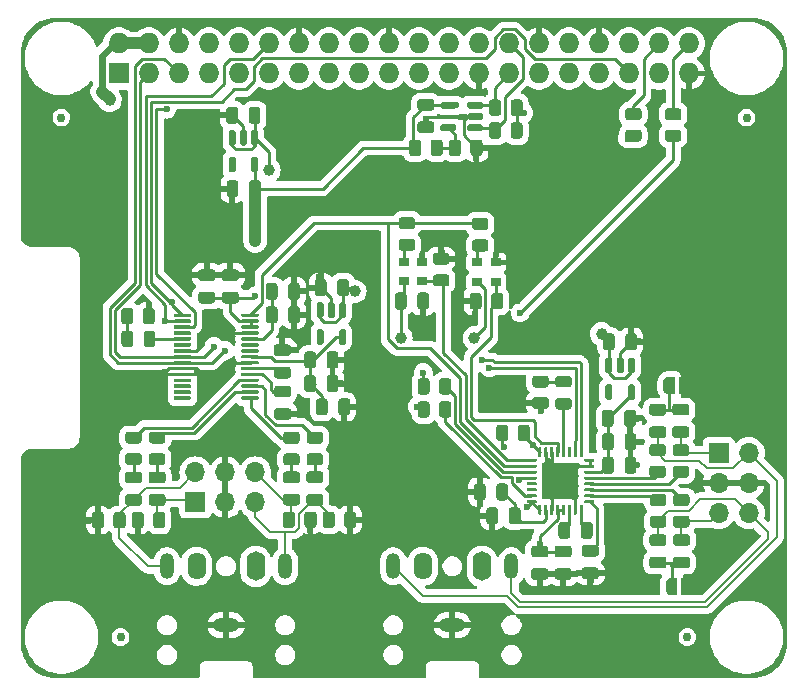
<source format=gtl>
G04 #@! TF.GenerationSoftware,KiCad,Pcbnew,8.0.4+1*
G04 #@! TF.CreationDate,2024-10-16T10:38:34+00:00*
G04 #@! TF.ProjectId,pedalboard-soundcard,70656461-6c62-46f6-9172-642d736f756e,0.0.1*
G04 #@! TF.SameCoordinates,Original*
G04 #@! TF.FileFunction,Copper,L1,Top*
G04 #@! TF.FilePolarity,Positive*
%FSLAX46Y46*%
G04 Gerber Fmt 4.6, Leading zero omitted, Abs format (unit mm)*
G04 Created by KiCad (PCBNEW 8.0.4+1) date 2024-10-16 10:38:34*
%MOMM*%
%LPD*%
G01*
G04 APERTURE LIST*
G04 #@! TA.AperFunction,ComponentPad*
%ADD10R,1.727200X1.727200*%
G04 #@! TD*
G04 #@! TA.AperFunction,ComponentPad*
%ADD11O,1.727200X1.727200*%
G04 #@! TD*
G04 #@! TA.AperFunction,SMDPad,CuDef*
%ADD12R,0.850000X0.650000*%
G04 #@! TD*
G04 #@! TA.AperFunction,SMDPad,CuDef*
%ADD13C,0.750000*%
G04 #@! TD*
G04 #@! TA.AperFunction,ComponentPad*
%ADD14O,1.200000X2.200000*%
G04 #@! TD*
G04 #@! TA.AperFunction,ComponentPad*
%ADD15O,1.600000X2.300000*%
G04 #@! TD*
G04 #@! TA.AperFunction,ComponentPad*
%ADD16O,2.200000X1.200000*%
G04 #@! TD*
G04 #@! TA.AperFunction,ComponentPad*
%ADD17O,1.600000X2.500000*%
G04 #@! TD*
G04 #@! TA.AperFunction,ComponentPad*
%ADD18C,0.500000*%
G04 #@! TD*
G04 #@! TA.AperFunction,SMDPad,CuDef*
%ADD19R,3.100000X3.100000*%
G04 #@! TD*
G04 #@! TA.AperFunction,ComponentPad*
%ADD20R,1.700000X1.700000*%
G04 #@! TD*
G04 #@! TA.AperFunction,ComponentPad*
%ADD21O,1.700000X1.700000*%
G04 #@! TD*
G04 #@! TA.AperFunction,ViaPad*
%ADD22C,0.600000*%
G04 #@! TD*
G04 #@! TA.AperFunction,ViaPad*
%ADD23C,1.000000*%
G04 #@! TD*
G04 #@! TA.AperFunction,Conductor*
%ADD24C,0.250000*%
G04 #@! TD*
G04 #@! TA.AperFunction,Conductor*
%ADD25C,0.010000*%
G04 #@! TD*
G04 #@! TA.AperFunction,Conductor*
%ADD26C,1.000000*%
G04 #@! TD*
G04 #@! TA.AperFunction,Conductor*
%ADD27C,0.200000*%
G04 #@! TD*
G04 #@! TA.AperFunction,Conductor*
%ADD28C,0.500000*%
G04 #@! TD*
G04 #@! TA.AperFunction,Conductor*
%ADD29C,0.600000*%
G04 #@! TD*
G04 APERTURE END LIST*
D10*
X56870000Y-57270000D03*
D11*
X56870000Y-54730000D03*
X59410000Y-57270000D03*
X59410000Y-54730000D03*
X61950000Y-57270000D03*
X61950000Y-54730000D03*
X64490000Y-57270000D03*
X64490000Y-54730000D03*
X67030000Y-57270000D03*
X67030000Y-54730000D03*
X69570000Y-57270000D03*
X69570000Y-54730000D03*
X72110000Y-57270000D03*
X72110000Y-54730000D03*
X74650000Y-57270000D03*
X74650000Y-54730000D03*
X77190000Y-57270000D03*
X77190000Y-54730000D03*
X79730000Y-57270000D03*
X79730000Y-54730000D03*
X82270000Y-57270000D03*
X82270000Y-54730000D03*
X84810000Y-57270000D03*
X84810000Y-54730000D03*
X87350000Y-57270000D03*
X87350000Y-54730000D03*
X89890000Y-57270000D03*
X89890000Y-54730000D03*
X92430000Y-57270000D03*
X92430000Y-54730000D03*
X94970000Y-57270000D03*
X94970000Y-54730000D03*
X97510000Y-57270000D03*
X97510000Y-54730000D03*
X100050000Y-57270000D03*
X100050000Y-54730000D03*
X102590000Y-57270000D03*
X102590000Y-54730000D03*
X105130000Y-57270000D03*
X105130000Y-54730000D03*
G04 #@! TA.AperFunction,SMDPad,CuDef*
G36*
X104450000Y-99950000D02*
G01*
X104950000Y-99950000D01*
X104950000Y-99955089D01*
X105021157Y-99955089D01*
X105157708Y-99995184D01*
X105277430Y-100072125D01*
X105370627Y-100179680D01*
X105429746Y-100309134D01*
X105450000Y-100450000D01*
X105450000Y-100950000D01*
X105429746Y-101090866D01*
X105370627Y-101220320D01*
X105277430Y-101327875D01*
X105157708Y-101404816D01*
X105021157Y-101444911D01*
X104950000Y-101444911D01*
X104950000Y-101450000D01*
X104450000Y-101450000D01*
X104450000Y-99950000D01*
G37*
G04 #@! TD.AperFunction*
G04 #@! TA.AperFunction,SMDPad,CuDef*
G36*
X103650000Y-101444911D02*
G01*
X103578843Y-101444911D01*
X103442292Y-101404816D01*
X103322570Y-101327875D01*
X103229373Y-101220320D01*
X103170254Y-101090866D01*
X103150000Y-100950000D01*
X103150000Y-100450000D01*
X103170254Y-100309134D01*
X103229373Y-100179680D01*
X103322570Y-100072125D01*
X103442292Y-99995184D01*
X103578843Y-99955089D01*
X103650000Y-99955089D01*
X103650000Y-99950000D01*
X104150000Y-99950000D01*
X104150000Y-101450000D01*
X103650000Y-101450000D01*
X103650000Y-101444911D01*
G37*
G04 #@! TD.AperFunction*
G04 #@! TA.AperFunction,SMDPad,CuDef*
G36*
G01*
X84800000Y-64025000D02*
X84800000Y-63125000D01*
G75*
G02*
X85050000Y-62875000I250000J0D01*
G01*
X85575000Y-62875000D01*
G75*
G02*
X85825000Y-63125000I0J-250000D01*
G01*
X85825000Y-64025000D01*
G75*
G02*
X85575000Y-64275000I-250000J0D01*
G01*
X85050000Y-64275000D01*
G75*
G02*
X84800000Y-64025000I0J250000D01*
G01*
G37*
G04 #@! TD.AperFunction*
G04 #@! TA.AperFunction,SMDPad,CuDef*
G36*
G01*
X86625000Y-64025000D02*
X86625000Y-63125000D01*
G75*
G02*
X86875000Y-62875000I250000J0D01*
G01*
X87400000Y-62875000D01*
G75*
G02*
X87650000Y-63125000I0J-250000D01*
G01*
X87650000Y-64025000D01*
G75*
G02*
X87400000Y-64275000I-250000J0D01*
G01*
X86875000Y-64275000D01*
G75*
G02*
X86625000Y-64025000I0J250000D01*
G01*
G37*
G04 #@! TD.AperFunction*
G04 #@! TA.AperFunction,SMDPad,CuDef*
G36*
G01*
X84600000Y-75305000D02*
X83700000Y-75305000D01*
G75*
G02*
X83450000Y-75055000I0J250000D01*
G01*
X83450000Y-74530000D01*
G75*
G02*
X83700000Y-74280000I250000J0D01*
G01*
X84600000Y-74280000D01*
G75*
G02*
X84850000Y-74530000I0J-250000D01*
G01*
X84850000Y-75055000D01*
G75*
G02*
X84600000Y-75305000I-250000J0D01*
G01*
G37*
G04 #@! TD.AperFunction*
G04 #@! TA.AperFunction,SMDPad,CuDef*
G36*
G01*
X84600000Y-73480000D02*
X83700000Y-73480000D01*
G75*
G02*
X83450000Y-73230000I0J250000D01*
G01*
X83450000Y-72705000D01*
G75*
G02*
X83700000Y-72455000I250000J0D01*
G01*
X84600000Y-72455000D01*
G75*
G02*
X84850000Y-72705000I0J-250000D01*
G01*
X84850000Y-73230000D01*
G75*
G02*
X84600000Y-73480000I-250000J0D01*
G01*
G37*
G04 #@! TD.AperFunction*
G04 #@! TA.AperFunction,SMDPad,CuDef*
G36*
G01*
X102025000Y-96280000D02*
X102975000Y-96280000D01*
G75*
G02*
X103225000Y-96530000I0J-250000D01*
G01*
X103225000Y-97030000D01*
G75*
G02*
X102975000Y-97280000I-250000J0D01*
G01*
X102025000Y-97280000D01*
G75*
G02*
X101775000Y-97030000I0J250000D01*
G01*
X101775000Y-96530000D01*
G75*
G02*
X102025000Y-96280000I250000J0D01*
G01*
G37*
G04 #@! TD.AperFunction*
G04 #@! TA.AperFunction,SMDPad,CuDef*
G36*
G01*
X102025000Y-98180000D02*
X102975000Y-98180000D01*
G75*
G02*
X103225000Y-98430000I0J-250000D01*
G01*
X103225000Y-98930000D01*
G75*
G02*
X102975000Y-99180000I-250000J0D01*
G01*
X102025000Y-99180000D01*
G75*
G02*
X101775000Y-98930000I0J250000D01*
G01*
X101775000Y-98430000D01*
G75*
G02*
X102025000Y-98180000I250000J0D01*
G01*
G37*
G04 #@! TD.AperFunction*
D12*
X82525000Y-74875000D03*
X82525000Y-73225000D03*
X80975000Y-73225000D03*
X80975000Y-74875000D03*
D13*
X57000000Y-105000000D03*
G04 #@! TA.AperFunction,SMDPad,CuDef*
G36*
G01*
X68200000Y-62050000D02*
X68500000Y-62050000D01*
G75*
G02*
X68650000Y-62200000I0J-150000D01*
G01*
X68650000Y-63225000D01*
G75*
G02*
X68500000Y-63375000I-150000J0D01*
G01*
X68200000Y-63375000D01*
G75*
G02*
X68050000Y-63225000I0J150000D01*
G01*
X68050000Y-62200000D01*
G75*
G02*
X68200000Y-62050000I150000J0D01*
G01*
G37*
G04 #@! TD.AperFunction*
G04 #@! TA.AperFunction,SMDPad,CuDef*
G36*
G01*
X67250000Y-62050000D02*
X67550000Y-62050000D01*
G75*
G02*
X67700000Y-62200000I0J-150000D01*
G01*
X67700000Y-63225000D01*
G75*
G02*
X67550000Y-63375000I-150000J0D01*
G01*
X67250000Y-63375000D01*
G75*
G02*
X67100000Y-63225000I0J150000D01*
G01*
X67100000Y-62200000D01*
G75*
G02*
X67250000Y-62050000I150000J0D01*
G01*
G37*
G04 #@! TD.AperFunction*
G04 #@! TA.AperFunction,SMDPad,CuDef*
G36*
G01*
X66300000Y-62050000D02*
X66600000Y-62050000D01*
G75*
G02*
X66750000Y-62200000I0J-150000D01*
G01*
X66750000Y-63225000D01*
G75*
G02*
X66600000Y-63375000I-150000J0D01*
G01*
X66300000Y-63375000D01*
G75*
G02*
X66150000Y-63225000I0J150000D01*
G01*
X66150000Y-62200000D01*
G75*
G02*
X66300000Y-62050000I150000J0D01*
G01*
G37*
G04 #@! TD.AperFunction*
G04 #@! TA.AperFunction,SMDPad,CuDef*
G36*
G01*
X66300000Y-64325000D02*
X66600000Y-64325000D01*
G75*
G02*
X66750000Y-64475000I0J-150000D01*
G01*
X66750000Y-65500000D01*
G75*
G02*
X66600000Y-65650000I-150000J0D01*
G01*
X66300000Y-65650000D01*
G75*
G02*
X66150000Y-65500000I0J150000D01*
G01*
X66150000Y-64475000D01*
G75*
G02*
X66300000Y-64325000I150000J0D01*
G01*
G37*
G04 #@! TD.AperFunction*
G04 #@! TA.AperFunction,SMDPad,CuDef*
G36*
G01*
X68200000Y-64325000D02*
X68500000Y-64325000D01*
G75*
G02*
X68650000Y-64475000I0J-150000D01*
G01*
X68650000Y-65500000D01*
G75*
G02*
X68500000Y-65650000I-150000J0D01*
G01*
X68200000Y-65650000D01*
G75*
G02*
X68050000Y-65500000I0J150000D01*
G01*
X68050000Y-64475000D01*
G75*
G02*
X68200000Y-64325000I150000J0D01*
G01*
G37*
G04 #@! TD.AperFunction*
G04 #@! TA.AperFunction,SMDPad,CuDef*
G36*
G01*
X102075000Y-92880000D02*
X102975000Y-92880000D01*
G75*
G02*
X103225000Y-93130000I0J-250000D01*
G01*
X103225000Y-93655000D01*
G75*
G02*
X102975000Y-93905000I-250000J0D01*
G01*
X102075000Y-93905000D01*
G75*
G02*
X101825000Y-93655000I0J250000D01*
G01*
X101825000Y-93130000D01*
G75*
G02*
X102075000Y-92880000I250000J0D01*
G01*
G37*
G04 #@! TD.AperFunction*
G04 #@! TA.AperFunction,SMDPad,CuDef*
G36*
G01*
X102075000Y-94705000D02*
X102975000Y-94705000D01*
G75*
G02*
X103225000Y-94955000I0J-250000D01*
G01*
X103225000Y-95480000D01*
G75*
G02*
X102975000Y-95730000I-250000J0D01*
G01*
X102075000Y-95730000D01*
G75*
G02*
X101825000Y-95480000I0J250000D01*
G01*
X101825000Y-94955000D01*
G75*
G02*
X102075000Y-94705000I250000J0D01*
G01*
G37*
G04 #@! TD.AperFunction*
G04 #@! TA.AperFunction,SMDPad,CuDef*
G36*
G01*
X59625000Y-90980000D02*
X60575000Y-90980000D01*
G75*
G02*
X60825000Y-91230000I0J-250000D01*
G01*
X60825000Y-91730000D01*
G75*
G02*
X60575000Y-91980000I-250000J0D01*
G01*
X59625000Y-91980000D01*
G75*
G02*
X59375000Y-91730000I0J250000D01*
G01*
X59375000Y-91230000D01*
G75*
G02*
X59625000Y-90980000I250000J0D01*
G01*
G37*
G04 #@! TD.AperFunction*
G04 #@! TA.AperFunction,SMDPad,CuDef*
G36*
G01*
X59625000Y-92880000D02*
X60575000Y-92880000D01*
G75*
G02*
X60825000Y-93130000I0J-250000D01*
G01*
X60825000Y-93630000D01*
G75*
G02*
X60575000Y-93880000I-250000J0D01*
G01*
X59625000Y-93880000D01*
G75*
G02*
X59375000Y-93630000I0J250000D01*
G01*
X59375000Y-93130000D01*
G75*
G02*
X59625000Y-92880000I250000J0D01*
G01*
G37*
G04 #@! TD.AperFunction*
G04 #@! TA.AperFunction,SMDPad,CuDef*
G36*
G01*
X66775000Y-76750000D02*
X65825000Y-76750000D01*
G75*
G02*
X65575000Y-76500000I0J250000D01*
G01*
X65575000Y-76000000D01*
G75*
G02*
X65825000Y-75750000I250000J0D01*
G01*
X66775000Y-75750000D01*
G75*
G02*
X67025000Y-76000000I0J-250000D01*
G01*
X67025000Y-76500000D01*
G75*
G02*
X66775000Y-76750000I-250000J0D01*
G01*
G37*
G04 #@! TD.AperFunction*
G04 #@! TA.AperFunction,SMDPad,CuDef*
G36*
G01*
X66775000Y-74850000D02*
X65825000Y-74850000D01*
G75*
G02*
X65575000Y-74600000I0J250000D01*
G01*
X65575000Y-74100000D01*
G75*
G02*
X65825000Y-73850000I250000J0D01*
G01*
X66775000Y-73850000D01*
G75*
G02*
X67025000Y-74100000I0J-250000D01*
G01*
X67025000Y-74600000D01*
G75*
G02*
X66775000Y-74850000I-250000J0D01*
G01*
G37*
G04 #@! TD.AperFunction*
G04 #@! TA.AperFunction,SMDPad,CuDef*
G36*
G01*
X80225000Y-77015000D02*
X80225000Y-76065000D01*
G75*
G02*
X80475000Y-75815000I250000J0D01*
G01*
X80975000Y-75815000D01*
G75*
G02*
X81225000Y-76065000I0J-250000D01*
G01*
X81225000Y-77015000D01*
G75*
G02*
X80975000Y-77265000I-250000J0D01*
G01*
X80475000Y-77265000D01*
G75*
G02*
X80225000Y-77015000I0J250000D01*
G01*
G37*
G04 #@! TD.AperFunction*
G04 #@! TA.AperFunction,SMDPad,CuDef*
G36*
G01*
X82125000Y-77015000D02*
X82125000Y-76065000D01*
G75*
G02*
X82375000Y-75815000I250000J0D01*
G01*
X82875000Y-75815000D01*
G75*
G02*
X83125000Y-76065000I0J-250000D01*
G01*
X83125000Y-77015000D01*
G75*
G02*
X82875000Y-77265000I-250000J0D01*
G01*
X82375000Y-77265000D01*
G75*
G02*
X82125000Y-77015000I0J250000D01*
G01*
G37*
G04 #@! TD.AperFunction*
G04 #@! TA.AperFunction,SMDPad,CuDef*
G36*
G01*
X88200000Y-62550000D02*
X88200000Y-61650000D01*
G75*
G02*
X88450000Y-61400000I250000J0D01*
G01*
X88975000Y-61400000D01*
G75*
G02*
X89225000Y-61650000I0J-250000D01*
G01*
X89225000Y-62550000D01*
G75*
G02*
X88975000Y-62800000I-250000J0D01*
G01*
X88450000Y-62800000D01*
G75*
G02*
X88200000Y-62550000I0J250000D01*
G01*
G37*
G04 #@! TD.AperFunction*
G04 #@! TA.AperFunction,SMDPad,CuDef*
G36*
G01*
X90025000Y-62550000D02*
X90025000Y-61650000D01*
G75*
G02*
X90275000Y-61400000I250000J0D01*
G01*
X90800000Y-61400000D01*
G75*
G02*
X91050000Y-61650000I0J-250000D01*
G01*
X91050000Y-62550000D01*
G75*
G02*
X90800000Y-62800000I-250000J0D01*
G01*
X90275000Y-62800000D01*
G75*
G02*
X90025000Y-62550000I0J250000D01*
G01*
G37*
G04 #@! TD.AperFunction*
G04 #@! TA.AperFunction,SMDPad,CuDef*
G36*
G01*
X81425000Y-64025000D02*
X81425000Y-63125000D01*
G75*
G02*
X81675000Y-62875000I250000J0D01*
G01*
X82200000Y-62875000D01*
G75*
G02*
X82450000Y-63125000I0J-250000D01*
G01*
X82450000Y-64025000D01*
G75*
G02*
X82200000Y-64275000I-250000J0D01*
G01*
X81675000Y-64275000D01*
G75*
G02*
X81425000Y-64025000I0J250000D01*
G01*
G37*
G04 #@! TD.AperFunction*
G04 #@! TA.AperFunction,SMDPad,CuDef*
G36*
G01*
X83250000Y-64025000D02*
X83250000Y-63125000D01*
G75*
G02*
X83500000Y-62875000I250000J0D01*
G01*
X84025000Y-62875000D01*
G75*
G02*
X84275000Y-63125000I0J-250000D01*
G01*
X84275000Y-64025000D01*
G75*
G02*
X84025000Y-64275000I-250000J0D01*
G01*
X83500000Y-64275000D01*
G75*
G02*
X83250000Y-64025000I0J250000D01*
G01*
G37*
G04 #@! TD.AperFunction*
D12*
X88750000Y-74925000D03*
X88750000Y-73275000D03*
X87200000Y-73275000D03*
X87200000Y-74925000D03*
G04 #@! TA.AperFunction,SMDPad,CuDef*
G36*
G01*
X94053750Y-82875000D02*
X94966250Y-82875000D01*
G75*
G02*
X95210000Y-83118750I0J-243750D01*
G01*
X95210000Y-83606250D01*
G75*
G02*
X94966250Y-83850000I-243750J0D01*
G01*
X94053750Y-83850000D01*
G75*
G02*
X93810000Y-83606250I0J243750D01*
G01*
X93810000Y-83118750D01*
G75*
G02*
X94053750Y-82875000I243750J0D01*
G01*
G37*
G04 #@! TD.AperFunction*
G04 #@! TA.AperFunction,SMDPad,CuDef*
G36*
G01*
X94053750Y-84750000D02*
X94966250Y-84750000D01*
G75*
G02*
X95210000Y-84993750I0J-243750D01*
G01*
X95210000Y-85481250D01*
G75*
G02*
X94966250Y-85725000I-243750J0D01*
G01*
X94053750Y-85725000D01*
G75*
G02*
X93810000Y-85481250I0J243750D01*
G01*
X93810000Y-84993750D01*
G75*
G02*
X94053750Y-84750000I243750J0D01*
G01*
G37*
G04 #@! TD.AperFunction*
G04 #@! TA.AperFunction,SMDPad,CuDef*
G36*
G01*
X71200000Y-86600000D02*
X70250000Y-86600000D01*
G75*
G02*
X70000000Y-86350000I0J250000D01*
G01*
X70000000Y-85850000D01*
G75*
G02*
X70250000Y-85600000I250000J0D01*
G01*
X71200000Y-85600000D01*
G75*
G02*
X71450000Y-85850000I0J-250000D01*
G01*
X71450000Y-86350000D01*
G75*
G02*
X71200000Y-86600000I-250000J0D01*
G01*
G37*
G04 #@! TD.AperFunction*
G04 #@! TA.AperFunction,SMDPad,CuDef*
G36*
G01*
X71200000Y-84700000D02*
X70250000Y-84700000D01*
G75*
G02*
X70000000Y-84450000I0J250000D01*
G01*
X70000000Y-83950000D01*
G75*
G02*
X70250000Y-83700000I250000J0D01*
G01*
X71200000Y-83700000D01*
G75*
G02*
X71450000Y-83950000I0J-250000D01*
G01*
X71450000Y-84450000D01*
G75*
G02*
X71200000Y-84700000I-250000J0D01*
G01*
G37*
G04 #@! TD.AperFunction*
G04 #@! TA.AperFunction,SMDPad,CuDef*
G36*
G01*
X86920000Y-93185000D02*
X86920000Y-92235000D01*
G75*
G02*
X87170000Y-91985000I250000J0D01*
G01*
X87670000Y-91985000D01*
G75*
G02*
X87920000Y-92235000I0J-250000D01*
G01*
X87920000Y-93185000D01*
G75*
G02*
X87670000Y-93435000I-250000J0D01*
G01*
X87170000Y-93435000D01*
G75*
G02*
X86920000Y-93185000I0J250000D01*
G01*
G37*
G04 #@! TD.AperFunction*
G04 #@! TA.AperFunction,SMDPad,CuDef*
G36*
G01*
X88820000Y-93185000D02*
X88820000Y-92235000D01*
G75*
G02*
X89070000Y-91985000I250000J0D01*
G01*
X89570000Y-91985000D01*
G75*
G02*
X89820000Y-92235000I0J-250000D01*
G01*
X89820000Y-93185000D01*
G75*
G02*
X89570000Y-93435000I-250000J0D01*
G01*
X89070000Y-93435000D01*
G75*
G02*
X88820000Y-93185000I0J250000D01*
G01*
G37*
G04 #@! TD.AperFunction*
G04 #@! TA.AperFunction,SMDPad,CuDef*
G36*
G01*
X69300000Y-78175000D02*
X69300000Y-77225000D01*
G75*
G02*
X69550000Y-76975000I250000J0D01*
G01*
X70050000Y-76975000D01*
G75*
G02*
X70300000Y-77225000I0J-250000D01*
G01*
X70300000Y-78175000D01*
G75*
G02*
X70050000Y-78425000I-250000J0D01*
G01*
X69550000Y-78425000D01*
G75*
G02*
X69300000Y-78175000I0J250000D01*
G01*
G37*
G04 #@! TD.AperFunction*
G04 #@! TA.AperFunction,SMDPad,CuDef*
G36*
G01*
X71200000Y-78175000D02*
X71200000Y-77225000D01*
G75*
G02*
X71450000Y-76975000I250000J0D01*
G01*
X71950000Y-76975000D01*
G75*
G02*
X72200000Y-77225000I0J-250000D01*
G01*
X72200000Y-78175000D01*
G75*
G02*
X71950000Y-78425000I-250000J0D01*
G01*
X71450000Y-78425000D01*
G75*
G02*
X71200000Y-78175000I0J250000D01*
G01*
G37*
G04 #@! TD.AperFunction*
G04 #@! TA.AperFunction,SMDPad,CuDef*
G36*
G01*
X71000000Y-90960000D02*
X71950000Y-90960000D01*
G75*
G02*
X72200000Y-91210000I0J-250000D01*
G01*
X72200000Y-91710000D01*
G75*
G02*
X71950000Y-91960000I-250000J0D01*
G01*
X71000000Y-91960000D01*
G75*
G02*
X70750000Y-91710000I0J250000D01*
G01*
X70750000Y-91210000D01*
G75*
G02*
X71000000Y-90960000I250000J0D01*
G01*
G37*
G04 #@! TD.AperFunction*
G04 #@! TA.AperFunction,SMDPad,CuDef*
G36*
G01*
X71000000Y-92860000D02*
X71950000Y-92860000D01*
G75*
G02*
X72200000Y-93110000I0J-250000D01*
G01*
X72200000Y-93610000D01*
G75*
G02*
X71950000Y-93860000I-250000J0D01*
G01*
X71000000Y-93860000D01*
G75*
G02*
X70750000Y-93610000I0J250000D01*
G01*
X70750000Y-93110000D01*
G75*
G02*
X71000000Y-92860000I250000J0D01*
G01*
G37*
G04 #@! TD.AperFunction*
G04 #@! TA.AperFunction,SMDPad,CuDef*
G36*
G01*
X73595000Y-94610000D02*
X73595000Y-95510000D01*
G75*
G02*
X73345000Y-95760000I-250000J0D01*
G01*
X72820000Y-95760000D01*
G75*
G02*
X72570000Y-95510000I0J250000D01*
G01*
X72570000Y-94610000D01*
G75*
G02*
X72820000Y-94360000I250000J0D01*
G01*
X73345000Y-94360000D01*
G75*
G02*
X73595000Y-94610000I0J-250000D01*
G01*
G37*
G04 #@! TD.AperFunction*
G04 #@! TA.AperFunction,SMDPad,CuDef*
G36*
G01*
X71770000Y-94610000D02*
X71770000Y-95510000D01*
G75*
G02*
X71520000Y-95760000I-250000J0D01*
G01*
X70995000Y-95760000D01*
G75*
G02*
X70745000Y-95510000I0J250000D01*
G01*
X70745000Y-94610000D01*
G75*
G02*
X70995000Y-94360000I250000J0D01*
G01*
X71520000Y-94360000D01*
G75*
G02*
X71770000Y-94610000I0J-250000D01*
G01*
G37*
G04 #@! TD.AperFunction*
G04 #@! TA.AperFunction,SMDPad,CuDef*
G36*
G01*
X72975000Y-90960000D02*
X73925000Y-90960000D01*
G75*
G02*
X74175000Y-91210000I0J-250000D01*
G01*
X74175000Y-91710000D01*
G75*
G02*
X73925000Y-91960000I-250000J0D01*
G01*
X72975000Y-91960000D01*
G75*
G02*
X72725000Y-91710000I0J250000D01*
G01*
X72725000Y-91210000D01*
G75*
G02*
X72975000Y-90960000I250000J0D01*
G01*
G37*
G04 #@! TD.AperFunction*
G04 #@! TA.AperFunction,SMDPad,CuDef*
G36*
G01*
X72975000Y-92860000D02*
X73925000Y-92860000D01*
G75*
G02*
X74175000Y-93110000I0J-250000D01*
G01*
X74175000Y-93610000D01*
G75*
G02*
X73925000Y-93860000I-250000J0D01*
G01*
X72975000Y-93860000D01*
G75*
G02*
X72725000Y-93610000I0J250000D01*
G01*
X72725000Y-93110000D01*
G75*
G02*
X72975000Y-92860000I250000J0D01*
G01*
G37*
G04 #@! TD.AperFunction*
D13*
X52000000Y-61000000D03*
G04 #@! TA.AperFunction,SMDPad,CuDef*
G36*
G01*
X94950000Y-100150000D02*
X94000000Y-100150000D01*
G75*
G02*
X93750000Y-99900000I0J250000D01*
G01*
X93750000Y-99400000D01*
G75*
G02*
X94000000Y-99150000I250000J0D01*
G01*
X94950000Y-99150000D01*
G75*
G02*
X95200000Y-99400000I0J-250000D01*
G01*
X95200000Y-99900000D01*
G75*
G02*
X94950000Y-100150000I-250000J0D01*
G01*
G37*
G04 #@! TD.AperFunction*
G04 #@! TA.AperFunction,SMDPad,CuDef*
G36*
G01*
X94950000Y-98250000D02*
X94000000Y-98250000D01*
G75*
G02*
X93750000Y-98000000I0J250000D01*
G01*
X93750000Y-97500000D01*
G75*
G02*
X94000000Y-97250000I250000J0D01*
G01*
X94950000Y-97250000D01*
G75*
G02*
X95200000Y-97500000I0J-250000D01*
G01*
X95200000Y-98000000D01*
G75*
G02*
X94950000Y-98250000I-250000J0D01*
G01*
G37*
G04 #@! TD.AperFunction*
X110000000Y-61000000D03*
G04 #@! TA.AperFunction,SMDPad,CuDef*
G36*
G01*
X68875000Y-66550000D02*
X68875000Y-67500000D01*
G75*
G02*
X68625000Y-67750000I-250000J0D01*
G01*
X68125000Y-67750000D01*
G75*
G02*
X67875000Y-67500000I0J250000D01*
G01*
X67875000Y-66550000D01*
G75*
G02*
X68125000Y-66300000I250000J0D01*
G01*
X68625000Y-66300000D01*
G75*
G02*
X68875000Y-66550000I0J-250000D01*
G01*
G37*
G04 #@! TD.AperFunction*
G04 #@! TA.AperFunction,SMDPad,CuDef*
G36*
G01*
X66975000Y-66550000D02*
X66975000Y-67500000D01*
G75*
G02*
X66725000Y-67750000I-250000J0D01*
G01*
X66225000Y-67750000D01*
G75*
G02*
X65975000Y-67500000I0J250000D01*
G01*
X65975000Y-66550000D01*
G75*
G02*
X66225000Y-66300000I250000J0D01*
G01*
X66725000Y-66300000D01*
G75*
G02*
X66975000Y-66550000I0J-250000D01*
G01*
G37*
G04 #@! TD.AperFunction*
G04 #@! TA.AperFunction,SMDPad,CuDef*
G36*
G01*
X102925000Y-91502500D02*
X102025000Y-91502500D01*
G75*
G02*
X101775000Y-91252500I0J250000D01*
G01*
X101775000Y-90727500D01*
G75*
G02*
X102025000Y-90477500I250000J0D01*
G01*
X102925000Y-90477500D01*
G75*
G02*
X103175000Y-90727500I0J-250000D01*
G01*
X103175000Y-91252500D01*
G75*
G02*
X102925000Y-91502500I-250000J0D01*
G01*
G37*
G04 #@! TD.AperFunction*
G04 #@! TA.AperFunction,SMDPad,CuDef*
G36*
G01*
X102925000Y-89677500D02*
X102025000Y-89677500D01*
G75*
G02*
X101775000Y-89427500I0J250000D01*
G01*
X101775000Y-88902500D01*
G75*
G02*
X102025000Y-88652500I250000J0D01*
G01*
X102925000Y-88652500D01*
G75*
G02*
X103175000Y-88902500I0J-250000D01*
G01*
X103175000Y-89427500D01*
G75*
G02*
X102925000Y-89677500I-250000J0D01*
G01*
G37*
G04 #@! TD.AperFunction*
G04 #@! TA.AperFunction,SMDPad,CuDef*
G36*
G01*
X87970000Y-95195000D02*
X87970000Y-94245000D01*
G75*
G02*
X88220000Y-93995000I250000J0D01*
G01*
X88720000Y-93995000D01*
G75*
G02*
X88970000Y-94245000I0J-250000D01*
G01*
X88970000Y-95195000D01*
G75*
G02*
X88720000Y-95445000I-250000J0D01*
G01*
X88220000Y-95445000D01*
G75*
G02*
X87970000Y-95195000I0J250000D01*
G01*
G37*
G04 #@! TD.AperFunction*
G04 #@! TA.AperFunction,SMDPad,CuDef*
G36*
G01*
X89870000Y-95195000D02*
X89870000Y-94245000D01*
G75*
G02*
X90120000Y-93995000I250000J0D01*
G01*
X90620000Y-93995000D01*
G75*
G02*
X90870000Y-94245000I0J-250000D01*
G01*
X90870000Y-95195000D01*
G75*
G02*
X90620000Y-95445000I-250000J0D01*
G01*
X90120000Y-95445000D01*
G75*
G02*
X89870000Y-95195000I0J250000D01*
G01*
G37*
G04 #@! TD.AperFunction*
G04 #@! TA.AperFunction,SMDPad,CuDef*
G36*
G01*
X71025000Y-87605000D02*
X71925000Y-87605000D01*
G75*
G02*
X72175000Y-87855000I0J-250000D01*
G01*
X72175000Y-88380000D01*
G75*
G02*
X71925000Y-88630000I-250000J0D01*
G01*
X71025000Y-88630000D01*
G75*
G02*
X70775000Y-88380000I0J250000D01*
G01*
X70775000Y-87855000D01*
G75*
G02*
X71025000Y-87605000I250000J0D01*
G01*
G37*
G04 #@! TD.AperFunction*
G04 #@! TA.AperFunction,SMDPad,CuDef*
G36*
G01*
X71025000Y-89430000D02*
X71925000Y-89430000D01*
G75*
G02*
X72175000Y-89680000I0J-250000D01*
G01*
X72175000Y-90205000D01*
G75*
G02*
X71925000Y-90455000I-250000J0D01*
G01*
X71025000Y-90455000D01*
G75*
G02*
X70775000Y-90205000I0J250000D01*
G01*
X70775000Y-89680000D01*
G75*
G02*
X71025000Y-89430000I250000J0D01*
G01*
G37*
G04 #@! TD.AperFunction*
G04 #@! TA.AperFunction,SMDPad,CuDef*
G36*
G01*
X72550000Y-82000000D02*
X72550000Y-81050000D01*
G75*
G02*
X72800000Y-80800000I250000J0D01*
G01*
X73300000Y-80800000D01*
G75*
G02*
X73550000Y-81050000I0J-250000D01*
G01*
X73550000Y-82000000D01*
G75*
G02*
X73300000Y-82250000I-250000J0D01*
G01*
X72800000Y-82250000D01*
G75*
G02*
X72550000Y-82000000I0J250000D01*
G01*
G37*
G04 #@! TD.AperFunction*
G04 #@! TA.AperFunction,SMDPad,CuDef*
G36*
G01*
X74450000Y-82000000D02*
X74450000Y-81050000D01*
G75*
G02*
X74700000Y-80800000I250000J0D01*
G01*
X75200000Y-80800000D01*
G75*
G02*
X75450000Y-81050000I0J-250000D01*
G01*
X75450000Y-82000000D01*
G75*
G02*
X75200000Y-82250000I-250000J0D01*
G01*
X74700000Y-82250000D01*
G75*
G02*
X74450000Y-82000000I0J250000D01*
G01*
G37*
G04 #@! TD.AperFunction*
D14*
X60940000Y-99000000D03*
D15*
X63440000Y-99000000D03*
D16*
X65940000Y-104000000D03*
D14*
X70940000Y-99000000D03*
D17*
X68440000Y-99000000D03*
G04 #@! TA.AperFunction,SMDPad,CuDef*
G36*
G01*
X76965000Y-94610000D02*
X76965000Y-95510000D01*
G75*
G02*
X76715000Y-95760000I-250000J0D01*
G01*
X76190000Y-95760000D01*
G75*
G02*
X75940000Y-95510000I0J250000D01*
G01*
X75940000Y-94610000D01*
G75*
G02*
X76190000Y-94360000I250000J0D01*
G01*
X76715000Y-94360000D01*
G75*
G02*
X76965000Y-94610000I0J-250000D01*
G01*
G37*
G04 #@! TD.AperFunction*
G04 #@! TA.AperFunction,SMDPad,CuDef*
G36*
G01*
X75140000Y-94610000D02*
X75140000Y-95510000D01*
G75*
G02*
X74890000Y-95760000I-250000J0D01*
G01*
X74365000Y-95760000D01*
G75*
G02*
X74115000Y-95510000I0J250000D01*
G01*
X74115000Y-94610000D01*
G75*
G02*
X74365000Y-94360000I250000J0D01*
G01*
X74890000Y-94360000D01*
G75*
G02*
X75140000Y-94610000I0J-250000D01*
G01*
G37*
G04 #@! TD.AperFunction*
G04 #@! TA.AperFunction,SMDPad,CuDef*
G36*
G01*
X102955000Y-88142500D02*
X102005000Y-88142500D01*
G75*
G02*
X101755000Y-87892500I0J250000D01*
G01*
X101755000Y-87392500D01*
G75*
G02*
X102005000Y-87142500I250000J0D01*
G01*
X102955000Y-87142500D01*
G75*
G02*
X103205000Y-87392500I0J-250000D01*
G01*
X103205000Y-87892500D01*
G75*
G02*
X102955000Y-88142500I-250000J0D01*
G01*
G37*
G04 #@! TD.AperFunction*
G04 #@! TA.AperFunction,SMDPad,CuDef*
G36*
G01*
X102955000Y-86242500D02*
X102005000Y-86242500D01*
G75*
G02*
X101755000Y-85992500I0J250000D01*
G01*
X101755000Y-85492500D01*
G75*
G02*
X102005000Y-85242500I250000J0D01*
G01*
X102955000Y-85242500D01*
G75*
G02*
X103205000Y-85492500I0J-250000D01*
G01*
X103205000Y-85992500D01*
G75*
G02*
X102955000Y-86242500I-250000J0D01*
G01*
G37*
G04 #@! TD.AperFunction*
G04 #@! TA.AperFunction,SMDPad,CuDef*
G36*
G01*
X57055000Y-78275000D02*
X57055000Y-77375000D01*
G75*
G02*
X57305000Y-77125000I250000J0D01*
G01*
X57830000Y-77125000D01*
G75*
G02*
X58080000Y-77375000I0J-250000D01*
G01*
X58080000Y-78275000D01*
G75*
G02*
X57830000Y-78525000I-250000J0D01*
G01*
X57305000Y-78525000D01*
G75*
G02*
X57055000Y-78275000I0J250000D01*
G01*
G37*
G04 #@! TD.AperFunction*
G04 #@! TA.AperFunction,SMDPad,CuDef*
G36*
G01*
X58880000Y-78275000D02*
X58880000Y-77375000D01*
G75*
G02*
X59130000Y-77125000I250000J0D01*
G01*
X59655000Y-77125000D01*
G75*
G02*
X59905000Y-77375000I0J-250000D01*
G01*
X59905000Y-78275000D01*
G75*
G02*
X59655000Y-78525000I-250000J0D01*
G01*
X59130000Y-78525000D01*
G75*
G02*
X58880000Y-78275000I0J250000D01*
G01*
G37*
G04 #@! TD.AperFunction*
G04 #@! TA.AperFunction,SMDPad,CuDef*
G36*
G01*
X68850000Y-60345000D02*
X68850000Y-61295000D01*
G75*
G02*
X68600000Y-61545000I-250000J0D01*
G01*
X68100000Y-61545000D01*
G75*
G02*
X67850000Y-61295000I0J250000D01*
G01*
X67850000Y-60345000D01*
G75*
G02*
X68100000Y-60095000I250000J0D01*
G01*
X68600000Y-60095000D01*
G75*
G02*
X68850000Y-60345000I0J-250000D01*
G01*
G37*
G04 #@! TD.AperFunction*
G04 #@! TA.AperFunction,SMDPad,CuDef*
G36*
G01*
X66950000Y-60345000D02*
X66950000Y-61295000D01*
G75*
G02*
X66700000Y-61545000I-250000J0D01*
G01*
X66200000Y-61545000D01*
G75*
G02*
X65950000Y-61295000I0J250000D01*
G01*
X65950000Y-60345000D01*
G75*
G02*
X66200000Y-60095000I250000J0D01*
G01*
X66700000Y-60095000D01*
G75*
G02*
X66950000Y-60345000I0J-250000D01*
G01*
G37*
G04 #@! TD.AperFunction*
G04 #@! TA.AperFunction,SMDPad,CuDef*
G36*
G01*
X70225000Y-80200000D02*
X71175000Y-80200000D01*
G75*
G02*
X71425000Y-80450000I0J-250000D01*
G01*
X71425000Y-80950000D01*
G75*
G02*
X71175000Y-81200000I-250000J0D01*
G01*
X70225000Y-81200000D01*
G75*
G02*
X69975000Y-80950000I0J250000D01*
G01*
X69975000Y-80450000D01*
G75*
G02*
X70225000Y-80200000I250000J0D01*
G01*
G37*
G04 #@! TD.AperFunction*
G04 #@! TA.AperFunction,SMDPad,CuDef*
G36*
G01*
X70225000Y-82100000D02*
X71175000Y-82100000D01*
G75*
G02*
X71425000Y-82350000I0J-250000D01*
G01*
X71425000Y-82850000D01*
G75*
G02*
X71175000Y-83100000I-250000J0D01*
G01*
X70225000Y-83100000D01*
G75*
G02*
X69975000Y-82850000I0J250000D01*
G01*
X69975000Y-82350000D01*
G75*
G02*
X70225000Y-82100000I250000J0D01*
G01*
G37*
G04 #@! TD.AperFunction*
G04 #@! TA.AperFunction,SMDPad,CuDef*
G36*
G01*
X104240000Y-63065000D02*
X103340000Y-63065000D01*
G75*
G02*
X103090000Y-62815000I0J250000D01*
G01*
X103090000Y-62290000D01*
G75*
G02*
X103340000Y-62040000I250000J0D01*
G01*
X104240000Y-62040000D01*
G75*
G02*
X104490000Y-62290000I0J-250000D01*
G01*
X104490000Y-62815000D01*
G75*
G02*
X104240000Y-63065000I-250000J0D01*
G01*
G37*
G04 #@! TD.AperFunction*
G04 #@! TA.AperFunction,SMDPad,CuDef*
G36*
G01*
X104240000Y-61240000D02*
X103340000Y-61240000D01*
G75*
G02*
X103090000Y-60990000I0J250000D01*
G01*
X103090000Y-60465000D01*
G75*
G02*
X103340000Y-60215000I250000J0D01*
G01*
X104240000Y-60215000D01*
G75*
G02*
X104490000Y-60465000I0J-250000D01*
G01*
X104490000Y-60990000D01*
G75*
G02*
X104240000Y-61240000I-250000J0D01*
G01*
G37*
G04 #@! TD.AperFunction*
G04 #@! TA.AperFunction,SMDPad,CuDef*
G36*
G01*
X69300000Y-76200000D02*
X69300000Y-75250000D01*
G75*
G02*
X69550000Y-75000000I250000J0D01*
G01*
X70050000Y-75000000D01*
G75*
G02*
X70300000Y-75250000I0J-250000D01*
G01*
X70300000Y-76200000D01*
G75*
G02*
X70050000Y-76450000I-250000J0D01*
G01*
X69550000Y-76450000D01*
G75*
G02*
X69300000Y-76200000I0J250000D01*
G01*
G37*
G04 #@! TD.AperFunction*
G04 #@! TA.AperFunction,SMDPad,CuDef*
G36*
G01*
X71200000Y-76200000D02*
X71200000Y-75250000D01*
G75*
G02*
X71450000Y-75000000I250000J0D01*
G01*
X71950000Y-75000000D01*
G75*
G02*
X72200000Y-75250000I0J-250000D01*
G01*
X72200000Y-76200000D01*
G75*
G02*
X71950000Y-76450000I-250000J0D01*
G01*
X71450000Y-76450000D01*
G75*
G02*
X71200000Y-76200000I0J250000D01*
G01*
G37*
G04 #@! TD.AperFunction*
G04 #@! TA.AperFunction,SMDPad,CuDef*
G36*
G01*
X100650000Y-86000000D02*
X100650000Y-86950000D01*
G75*
G02*
X100400000Y-87200000I-250000J0D01*
G01*
X99900000Y-87200000D01*
G75*
G02*
X99650000Y-86950000I0J250000D01*
G01*
X99650000Y-86000000D01*
G75*
G02*
X99900000Y-85750000I250000J0D01*
G01*
X100400000Y-85750000D01*
G75*
G02*
X100650000Y-86000000I0J-250000D01*
G01*
G37*
G04 #@! TD.AperFunction*
G04 #@! TA.AperFunction,SMDPad,CuDef*
G36*
G01*
X98750000Y-86000000D02*
X98750000Y-86950000D01*
G75*
G02*
X98500000Y-87200000I-250000J0D01*
G01*
X98000000Y-87200000D01*
G75*
G02*
X97750000Y-86950000I0J250000D01*
G01*
X97750000Y-86000000D01*
G75*
G02*
X98000000Y-85750000I250000J0D01*
G01*
X98500000Y-85750000D01*
G75*
G02*
X98750000Y-86000000I0J-250000D01*
G01*
G37*
G04 #@! TD.AperFunction*
G04 #@! TA.AperFunction,SMDPad,CuDef*
G36*
G01*
X104915000Y-88127500D02*
X103965000Y-88127500D01*
G75*
G02*
X103715000Y-87877500I0J250000D01*
G01*
X103715000Y-87377500D01*
G75*
G02*
X103965000Y-87127500I250000J0D01*
G01*
X104915000Y-87127500D01*
G75*
G02*
X105165000Y-87377500I0J-250000D01*
G01*
X105165000Y-87877500D01*
G75*
G02*
X104915000Y-88127500I-250000J0D01*
G01*
G37*
G04 #@! TD.AperFunction*
G04 #@! TA.AperFunction,SMDPad,CuDef*
G36*
G01*
X104915000Y-86227500D02*
X103965000Y-86227500D01*
G75*
G02*
X103715000Y-85977500I0J250000D01*
G01*
X103715000Y-85477500D01*
G75*
G02*
X103965000Y-85227500I250000J0D01*
G01*
X104915000Y-85227500D01*
G75*
G02*
X105165000Y-85477500I0J-250000D01*
G01*
X105165000Y-85977500D01*
G75*
G02*
X104915000Y-86227500I-250000J0D01*
G01*
G37*
G04 #@! TD.AperFunction*
G04 #@! TA.AperFunction,SMDPad,CuDef*
G36*
G01*
X89400000Y-76100000D02*
X89400000Y-77000000D01*
G75*
G02*
X89150000Y-77250000I-250000J0D01*
G01*
X88625000Y-77250000D01*
G75*
G02*
X88375000Y-77000000I0J250000D01*
G01*
X88375000Y-76100000D01*
G75*
G02*
X88625000Y-75850000I250000J0D01*
G01*
X89150000Y-75850000D01*
G75*
G02*
X89400000Y-76100000I0J-250000D01*
G01*
G37*
G04 #@! TD.AperFunction*
G04 #@! TA.AperFunction,SMDPad,CuDef*
G36*
G01*
X87575000Y-76100000D02*
X87575000Y-77000000D01*
G75*
G02*
X87325000Y-77250000I-250000J0D01*
G01*
X86800000Y-77250000D01*
G75*
G02*
X86550000Y-77000000I0J250000D01*
G01*
X86550000Y-76100000D01*
G75*
G02*
X86800000Y-75850000I250000J0D01*
G01*
X87325000Y-75850000D01*
G75*
G02*
X87575000Y-76100000I0J-250000D01*
G01*
G37*
G04 #@! TD.AperFunction*
G04 #@! TA.AperFunction,SMDPad,CuDef*
G36*
G01*
X96975000Y-95485000D02*
X96975000Y-96435000D01*
G75*
G02*
X96725000Y-96685000I-250000J0D01*
G01*
X96225000Y-96685000D01*
G75*
G02*
X95975000Y-96435000I0J250000D01*
G01*
X95975000Y-95485000D01*
G75*
G02*
X96225000Y-95235000I250000J0D01*
G01*
X96725000Y-95235000D01*
G75*
G02*
X96975000Y-95485000I0J-250000D01*
G01*
G37*
G04 #@! TD.AperFunction*
G04 #@! TA.AperFunction,SMDPad,CuDef*
G36*
G01*
X95075000Y-95485000D02*
X95075000Y-96435000D01*
G75*
G02*
X94825000Y-96685000I-250000J0D01*
G01*
X94325000Y-96685000D01*
G75*
G02*
X94075000Y-96435000I0J250000D01*
G01*
X94075000Y-95485000D01*
G75*
G02*
X94325000Y-95235000I250000J0D01*
G01*
X94825000Y-95235000D01*
G75*
G02*
X95075000Y-95485000I0J-250000D01*
G01*
G37*
G04 #@! TD.AperFunction*
G04 #@! TA.AperFunction,SMDPad,CuDef*
G36*
G01*
X57080000Y-80206250D02*
X57080000Y-79293750D01*
G75*
G02*
X57323750Y-79050000I243750J0D01*
G01*
X57811250Y-79050000D01*
G75*
G02*
X58055000Y-79293750I0J-243750D01*
G01*
X58055000Y-80206250D01*
G75*
G02*
X57811250Y-80450000I-243750J0D01*
G01*
X57323750Y-80450000D01*
G75*
G02*
X57080000Y-80206250I0J243750D01*
G01*
G37*
G04 #@! TD.AperFunction*
G04 #@! TA.AperFunction,SMDPad,CuDef*
G36*
G01*
X58955000Y-80206250D02*
X58955000Y-79293750D01*
G75*
G02*
X59198750Y-79050000I243750J0D01*
G01*
X59686250Y-79050000D01*
G75*
G02*
X59930000Y-79293750I0J-243750D01*
G01*
X59930000Y-80206250D01*
G75*
G02*
X59686250Y-80450000I-243750J0D01*
G01*
X59198750Y-80450000D01*
G75*
G02*
X58955000Y-80206250I0J243750D01*
G01*
G37*
G04 #@! TD.AperFunction*
G04 #@! TA.AperFunction,SMDPad,CuDef*
G36*
G01*
X92562500Y-94652000D02*
X92437500Y-94652000D01*
G75*
G02*
X92375000Y-94589500I0J62500D01*
G01*
X92375000Y-93839500D01*
G75*
G02*
X92437500Y-93777000I62500J0D01*
G01*
X92562500Y-93777000D01*
G75*
G02*
X92625000Y-93839500I0J-62500D01*
G01*
X92625000Y-94589500D01*
G75*
G02*
X92562500Y-94652000I-62500J0D01*
G01*
G37*
G04 #@! TD.AperFunction*
G04 #@! TA.AperFunction,SMDPad,CuDef*
G36*
G01*
X93062500Y-94652000D02*
X92937500Y-94652000D01*
G75*
G02*
X92875000Y-94589500I0J62500D01*
G01*
X92875000Y-93839500D01*
G75*
G02*
X92937500Y-93777000I62500J0D01*
G01*
X93062500Y-93777000D01*
G75*
G02*
X93125000Y-93839500I0J-62500D01*
G01*
X93125000Y-94589500D01*
G75*
G02*
X93062500Y-94652000I-62500J0D01*
G01*
G37*
G04 #@! TD.AperFunction*
G04 #@! TA.AperFunction,SMDPad,CuDef*
G36*
G01*
X93562500Y-94652000D02*
X93437500Y-94652000D01*
G75*
G02*
X93375000Y-94589500I0J62500D01*
G01*
X93375000Y-93839500D01*
G75*
G02*
X93437500Y-93777000I62500J0D01*
G01*
X93562500Y-93777000D01*
G75*
G02*
X93625000Y-93839500I0J-62500D01*
G01*
X93625000Y-94589500D01*
G75*
G02*
X93562500Y-94652000I-62500J0D01*
G01*
G37*
G04 #@! TD.AperFunction*
G04 #@! TA.AperFunction,SMDPad,CuDef*
G36*
G01*
X94062500Y-94652000D02*
X93937500Y-94652000D01*
G75*
G02*
X93875000Y-94589500I0J62500D01*
G01*
X93875000Y-93839500D01*
G75*
G02*
X93937500Y-93777000I62500J0D01*
G01*
X94062500Y-93777000D01*
G75*
G02*
X94125000Y-93839500I0J-62500D01*
G01*
X94125000Y-94589500D01*
G75*
G02*
X94062500Y-94652000I-62500J0D01*
G01*
G37*
G04 #@! TD.AperFunction*
G04 #@! TA.AperFunction,SMDPad,CuDef*
G36*
G01*
X94562500Y-94652000D02*
X94437500Y-94652000D01*
G75*
G02*
X94375000Y-94589500I0J62500D01*
G01*
X94375000Y-93839500D01*
G75*
G02*
X94437500Y-93777000I62500J0D01*
G01*
X94562500Y-93777000D01*
G75*
G02*
X94625000Y-93839500I0J-62500D01*
G01*
X94625000Y-94589500D01*
G75*
G02*
X94562500Y-94652000I-62500J0D01*
G01*
G37*
G04 #@! TD.AperFunction*
G04 #@! TA.AperFunction,SMDPad,CuDef*
G36*
G01*
X95062500Y-94652000D02*
X94937500Y-94652000D01*
G75*
G02*
X94875000Y-94589500I0J62500D01*
G01*
X94875000Y-93839500D01*
G75*
G02*
X94937500Y-93777000I62500J0D01*
G01*
X95062500Y-93777000D01*
G75*
G02*
X95125000Y-93839500I0J-62500D01*
G01*
X95125000Y-94589500D01*
G75*
G02*
X95062500Y-94652000I-62500J0D01*
G01*
G37*
G04 #@! TD.AperFunction*
G04 #@! TA.AperFunction,SMDPad,CuDef*
G36*
G01*
X95562500Y-94652000D02*
X95437500Y-94652000D01*
G75*
G02*
X95375000Y-94589500I0J62500D01*
G01*
X95375000Y-93839500D01*
G75*
G02*
X95437500Y-93777000I62500J0D01*
G01*
X95562500Y-93777000D01*
G75*
G02*
X95625000Y-93839500I0J-62500D01*
G01*
X95625000Y-94589500D01*
G75*
G02*
X95562500Y-94652000I-62500J0D01*
G01*
G37*
G04 #@! TD.AperFunction*
G04 #@! TA.AperFunction,SMDPad,CuDef*
G36*
G01*
X96062500Y-94652000D02*
X95937500Y-94652000D01*
G75*
G02*
X95875000Y-94589500I0J62500D01*
G01*
X95875000Y-93839500D01*
G75*
G02*
X95937500Y-93777000I62500J0D01*
G01*
X96062500Y-93777000D01*
G75*
G02*
X96125000Y-93839500I0J-62500D01*
G01*
X96125000Y-94589500D01*
G75*
G02*
X96062500Y-94652000I-62500J0D01*
G01*
G37*
G04 #@! TD.AperFunction*
G04 #@! TA.AperFunction,SMDPad,CuDef*
G36*
G01*
X97062500Y-93652000D02*
X96312500Y-93652000D01*
G75*
G02*
X96250000Y-93589500I0J62500D01*
G01*
X96250000Y-93464500D01*
G75*
G02*
X96312500Y-93402000I62500J0D01*
G01*
X97062500Y-93402000D01*
G75*
G02*
X97125000Y-93464500I0J-62500D01*
G01*
X97125000Y-93589500D01*
G75*
G02*
X97062500Y-93652000I-62500J0D01*
G01*
G37*
G04 #@! TD.AperFunction*
G04 #@! TA.AperFunction,SMDPad,CuDef*
G36*
G01*
X97062500Y-93152000D02*
X96312500Y-93152000D01*
G75*
G02*
X96250000Y-93089500I0J62500D01*
G01*
X96250000Y-92964500D01*
G75*
G02*
X96312500Y-92902000I62500J0D01*
G01*
X97062500Y-92902000D01*
G75*
G02*
X97125000Y-92964500I0J-62500D01*
G01*
X97125000Y-93089500D01*
G75*
G02*
X97062500Y-93152000I-62500J0D01*
G01*
G37*
G04 #@! TD.AperFunction*
G04 #@! TA.AperFunction,SMDPad,CuDef*
G36*
G01*
X97062500Y-92652000D02*
X96312500Y-92652000D01*
G75*
G02*
X96250000Y-92589500I0J62500D01*
G01*
X96250000Y-92464500D01*
G75*
G02*
X96312500Y-92402000I62500J0D01*
G01*
X97062500Y-92402000D01*
G75*
G02*
X97125000Y-92464500I0J-62500D01*
G01*
X97125000Y-92589500D01*
G75*
G02*
X97062500Y-92652000I-62500J0D01*
G01*
G37*
G04 #@! TD.AperFunction*
G04 #@! TA.AperFunction,SMDPad,CuDef*
G36*
G01*
X97062500Y-92152000D02*
X96312500Y-92152000D01*
G75*
G02*
X96250000Y-92089500I0J62500D01*
G01*
X96250000Y-91964500D01*
G75*
G02*
X96312500Y-91902000I62500J0D01*
G01*
X97062500Y-91902000D01*
G75*
G02*
X97125000Y-91964500I0J-62500D01*
G01*
X97125000Y-92089500D01*
G75*
G02*
X97062500Y-92152000I-62500J0D01*
G01*
G37*
G04 #@! TD.AperFunction*
G04 #@! TA.AperFunction,SMDPad,CuDef*
G36*
G01*
X97062500Y-91652000D02*
X96312500Y-91652000D01*
G75*
G02*
X96250000Y-91589500I0J62500D01*
G01*
X96250000Y-91464500D01*
G75*
G02*
X96312500Y-91402000I62500J0D01*
G01*
X97062500Y-91402000D01*
G75*
G02*
X97125000Y-91464500I0J-62500D01*
G01*
X97125000Y-91589500D01*
G75*
G02*
X97062500Y-91652000I-62500J0D01*
G01*
G37*
G04 #@! TD.AperFunction*
G04 #@! TA.AperFunction,SMDPad,CuDef*
G36*
G01*
X97062500Y-91152000D02*
X96312500Y-91152000D01*
G75*
G02*
X96250000Y-91089500I0J62500D01*
G01*
X96250000Y-90964500D01*
G75*
G02*
X96312500Y-90902000I62500J0D01*
G01*
X97062500Y-90902000D01*
G75*
G02*
X97125000Y-90964500I0J-62500D01*
G01*
X97125000Y-91089500D01*
G75*
G02*
X97062500Y-91152000I-62500J0D01*
G01*
G37*
G04 #@! TD.AperFunction*
G04 #@! TA.AperFunction,SMDPad,CuDef*
G36*
G01*
X97062500Y-90652000D02*
X96312500Y-90652000D01*
G75*
G02*
X96250000Y-90589500I0J62500D01*
G01*
X96250000Y-90464500D01*
G75*
G02*
X96312500Y-90402000I62500J0D01*
G01*
X97062500Y-90402000D01*
G75*
G02*
X97125000Y-90464500I0J-62500D01*
G01*
X97125000Y-90589500D01*
G75*
G02*
X97062500Y-90652000I-62500J0D01*
G01*
G37*
G04 #@! TD.AperFunction*
G04 #@! TA.AperFunction,SMDPad,CuDef*
G36*
G01*
X97062500Y-90152000D02*
X96312500Y-90152000D01*
G75*
G02*
X96250000Y-90089500I0J62500D01*
G01*
X96250000Y-89964500D01*
G75*
G02*
X96312500Y-89902000I62500J0D01*
G01*
X97062500Y-89902000D01*
G75*
G02*
X97125000Y-89964500I0J-62500D01*
G01*
X97125000Y-90089500D01*
G75*
G02*
X97062500Y-90152000I-62500J0D01*
G01*
G37*
G04 #@! TD.AperFunction*
G04 #@! TA.AperFunction,SMDPad,CuDef*
G36*
G01*
X96062500Y-89777000D02*
X95937500Y-89777000D01*
G75*
G02*
X95875000Y-89714500I0J62500D01*
G01*
X95875000Y-88964500D01*
G75*
G02*
X95937500Y-88902000I62500J0D01*
G01*
X96062500Y-88902000D01*
G75*
G02*
X96125000Y-88964500I0J-62500D01*
G01*
X96125000Y-89714500D01*
G75*
G02*
X96062500Y-89777000I-62500J0D01*
G01*
G37*
G04 #@! TD.AperFunction*
G04 #@! TA.AperFunction,SMDPad,CuDef*
G36*
G01*
X95562500Y-89777000D02*
X95437500Y-89777000D01*
G75*
G02*
X95375000Y-89714500I0J62500D01*
G01*
X95375000Y-88964500D01*
G75*
G02*
X95437500Y-88902000I62500J0D01*
G01*
X95562500Y-88902000D01*
G75*
G02*
X95625000Y-88964500I0J-62500D01*
G01*
X95625000Y-89714500D01*
G75*
G02*
X95562500Y-89777000I-62500J0D01*
G01*
G37*
G04 #@! TD.AperFunction*
G04 #@! TA.AperFunction,SMDPad,CuDef*
G36*
G01*
X95062500Y-89777000D02*
X94937500Y-89777000D01*
G75*
G02*
X94875000Y-89714500I0J62500D01*
G01*
X94875000Y-88964500D01*
G75*
G02*
X94937500Y-88902000I62500J0D01*
G01*
X95062500Y-88902000D01*
G75*
G02*
X95125000Y-88964500I0J-62500D01*
G01*
X95125000Y-89714500D01*
G75*
G02*
X95062500Y-89777000I-62500J0D01*
G01*
G37*
G04 #@! TD.AperFunction*
G04 #@! TA.AperFunction,SMDPad,CuDef*
G36*
G01*
X94562500Y-89777000D02*
X94437500Y-89777000D01*
G75*
G02*
X94375000Y-89714500I0J62500D01*
G01*
X94375000Y-88964500D01*
G75*
G02*
X94437500Y-88902000I62500J0D01*
G01*
X94562500Y-88902000D01*
G75*
G02*
X94625000Y-88964500I0J-62500D01*
G01*
X94625000Y-89714500D01*
G75*
G02*
X94562500Y-89777000I-62500J0D01*
G01*
G37*
G04 #@! TD.AperFunction*
G04 #@! TA.AperFunction,SMDPad,CuDef*
G36*
G01*
X94062500Y-89777000D02*
X93937500Y-89777000D01*
G75*
G02*
X93875000Y-89714500I0J62500D01*
G01*
X93875000Y-88964500D01*
G75*
G02*
X93937500Y-88902000I62500J0D01*
G01*
X94062500Y-88902000D01*
G75*
G02*
X94125000Y-88964500I0J-62500D01*
G01*
X94125000Y-89714500D01*
G75*
G02*
X94062500Y-89777000I-62500J0D01*
G01*
G37*
G04 #@! TD.AperFunction*
G04 #@! TA.AperFunction,SMDPad,CuDef*
G36*
G01*
X93562500Y-89777000D02*
X93437500Y-89777000D01*
G75*
G02*
X93375000Y-89714500I0J62500D01*
G01*
X93375000Y-88964500D01*
G75*
G02*
X93437500Y-88902000I62500J0D01*
G01*
X93562500Y-88902000D01*
G75*
G02*
X93625000Y-88964500I0J-62500D01*
G01*
X93625000Y-89714500D01*
G75*
G02*
X93562500Y-89777000I-62500J0D01*
G01*
G37*
G04 #@! TD.AperFunction*
G04 #@! TA.AperFunction,SMDPad,CuDef*
G36*
G01*
X93062500Y-89777000D02*
X92937500Y-89777000D01*
G75*
G02*
X92875000Y-89714500I0J62500D01*
G01*
X92875000Y-88964500D01*
G75*
G02*
X92937500Y-88902000I62500J0D01*
G01*
X93062500Y-88902000D01*
G75*
G02*
X93125000Y-88964500I0J-62500D01*
G01*
X93125000Y-89714500D01*
G75*
G02*
X93062500Y-89777000I-62500J0D01*
G01*
G37*
G04 #@! TD.AperFunction*
G04 #@! TA.AperFunction,SMDPad,CuDef*
G36*
G01*
X92562500Y-89777000D02*
X92437500Y-89777000D01*
G75*
G02*
X92375000Y-89714500I0J62500D01*
G01*
X92375000Y-88964500D01*
G75*
G02*
X92437500Y-88902000I62500J0D01*
G01*
X92562500Y-88902000D01*
G75*
G02*
X92625000Y-88964500I0J-62500D01*
G01*
X92625000Y-89714500D01*
G75*
G02*
X92562500Y-89777000I-62500J0D01*
G01*
G37*
G04 #@! TD.AperFunction*
G04 #@! TA.AperFunction,SMDPad,CuDef*
G36*
G01*
X92187500Y-90152000D02*
X91437500Y-90152000D01*
G75*
G02*
X91375000Y-90089500I0J62500D01*
G01*
X91375000Y-89964500D01*
G75*
G02*
X91437500Y-89902000I62500J0D01*
G01*
X92187500Y-89902000D01*
G75*
G02*
X92250000Y-89964500I0J-62500D01*
G01*
X92250000Y-90089500D01*
G75*
G02*
X92187500Y-90152000I-62500J0D01*
G01*
G37*
G04 #@! TD.AperFunction*
G04 #@! TA.AperFunction,SMDPad,CuDef*
G36*
G01*
X92187500Y-90652000D02*
X91437500Y-90652000D01*
G75*
G02*
X91375000Y-90589500I0J62500D01*
G01*
X91375000Y-90464500D01*
G75*
G02*
X91437500Y-90402000I62500J0D01*
G01*
X92187500Y-90402000D01*
G75*
G02*
X92250000Y-90464500I0J-62500D01*
G01*
X92250000Y-90589500D01*
G75*
G02*
X92187500Y-90652000I-62500J0D01*
G01*
G37*
G04 #@! TD.AperFunction*
G04 #@! TA.AperFunction,SMDPad,CuDef*
G36*
G01*
X92187500Y-91152000D02*
X91437500Y-91152000D01*
G75*
G02*
X91375000Y-91089500I0J62500D01*
G01*
X91375000Y-90964500D01*
G75*
G02*
X91437500Y-90902000I62500J0D01*
G01*
X92187500Y-90902000D01*
G75*
G02*
X92250000Y-90964500I0J-62500D01*
G01*
X92250000Y-91089500D01*
G75*
G02*
X92187500Y-91152000I-62500J0D01*
G01*
G37*
G04 #@! TD.AperFunction*
G04 #@! TA.AperFunction,SMDPad,CuDef*
G36*
G01*
X92187500Y-91652000D02*
X91437500Y-91652000D01*
G75*
G02*
X91375000Y-91589500I0J62500D01*
G01*
X91375000Y-91464500D01*
G75*
G02*
X91437500Y-91402000I62500J0D01*
G01*
X92187500Y-91402000D01*
G75*
G02*
X92250000Y-91464500I0J-62500D01*
G01*
X92250000Y-91589500D01*
G75*
G02*
X92187500Y-91652000I-62500J0D01*
G01*
G37*
G04 #@! TD.AperFunction*
G04 #@! TA.AperFunction,SMDPad,CuDef*
G36*
G01*
X92187500Y-92152000D02*
X91437500Y-92152000D01*
G75*
G02*
X91375000Y-92089500I0J62500D01*
G01*
X91375000Y-91964500D01*
G75*
G02*
X91437500Y-91902000I62500J0D01*
G01*
X92187500Y-91902000D01*
G75*
G02*
X92250000Y-91964500I0J-62500D01*
G01*
X92250000Y-92089500D01*
G75*
G02*
X92187500Y-92152000I-62500J0D01*
G01*
G37*
G04 #@! TD.AperFunction*
G04 #@! TA.AperFunction,SMDPad,CuDef*
G36*
G01*
X92187500Y-92652000D02*
X91437500Y-92652000D01*
G75*
G02*
X91375000Y-92589500I0J62500D01*
G01*
X91375000Y-92464500D01*
G75*
G02*
X91437500Y-92402000I62500J0D01*
G01*
X92187500Y-92402000D01*
G75*
G02*
X92250000Y-92464500I0J-62500D01*
G01*
X92250000Y-92589500D01*
G75*
G02*
X92187500Y-92652000I-62500J0D01*
G01*
G37*
G04 #@! TD.AperFunction*
G04 #@! TA.AperFunction,SMDPad,CuDef*
G36*
G01*
X92187500Y-93152000D02*
X91437500Y-93152000D01*
G75*
G02*
X91375000Y-93089500I0J62500D01*
G01*
X91375000Y-92964500D01*
G75*
G02*
X91437500Y-92902000I62500J0D01*
G01*
X92187500Y-92902000D01*
G75*
G02*
X92250000Y-92964500I0J-62500D01*
G01*
X92250000Y-93089500D01*
G75*
G02*
X92187500Y-93152000I-62500J0D01*
G01*
G37*
G04 #@! TD.AperFunction*
G04 #@! TA.AperFunction,SMDPad,CuDef*
G36*
G01*
X92187500Y-93652000D02*
X91437500Y-93652000D01*
G75*
G02*
X91375000Y-93589500I0J62500D01*
G01*
X91375000Y-93464500D01*
G75*
G02*
X91437500Y-93402000I62500J0D01*
G01*
X92187500Y-93402000D01*
G75*
G02*
X92250000Y-93464500I0J-62500D01*
G01*
X92250000Y-93589500D01*
G75*
G02*
X92187500Y-93652000I-62500J0D01*
G01*
G37*
G04 #@! TD.AperFunction*
D18*
X92950000Y-93077000D03*
X93816667Y-93077000D03*
X94683333Y-93077000D03*
X95550000Y-93077000D03*
X92950000Y-92210333D03*
X93816667Y-92210333D03*
X94683333Y-92210333D03*
X95550000Y-92210333D03*
D19*
X94250000Y-91777000D03*
D18*
X92950000Y-91343667D03*
X93816667Y-91343667D03*
X94683333Y-91343667D03*
X95550000Y-91343667D03*
X92950000Y-90477000D03*
X93816667Y-90477000D03*
X94683333Y-90477000D03*
X95550000Y-90477000D03*
G04 #@! TA.AperFunction,SMDPad,CuDef*
G36*
G01*
X100100000Y-81325000D02*
X100400000Y-81325000D01*
G75*
G02*
X100550000Y-81475000I0J-150000D01*
G01*
X100550000Y-82500000D01*
G75*
G02*
X100400000Y-82650000I-150000J0D01*
G01*
X100100000Y-82650000D01*
G75*
G02*
X99950000Y-82500000I0J150000D01*
G01*
X99950000Y-81475000D01*
G75*
G02*
X100100000Y-81325000I150000J0D01*
G01*
G37*
G04 #@! TD.AperFunction*
G04 #@! TA.AperFunction,SMDPad,CuDef*
G36*
G01*
X99150000Y-81325000D02*
X99450000Y-81325000D01*
G75*
G02*
X99600000Y-81475000I0J-150000D01*
G01*
X99600000Y-82500000D01*
G75*
G02*
X99450000Y-82650000I-150000J0D01*
G01*
X99150000Y-82650000D01*
G75*
G02*
X99000000Y-82500000I0J150000D01*
G01*
X99000000Y-81475000D01*
G75*
G02*
X99150000Y-81325000I150000J0D01*
G01*
G37*
G04 #@! TD.AperFunction*
G04 #@! TA.AperFunction,SMDPad,CuDef*
G36*
G01*
X98200000Y-81325000D02*
X98500000Y-81325000D01*
G75*
G02*
X98650000Y-81475000I0J-150000D01*
G01*
X98650000Y-82500000D01*
G75*
G02*
X98500000Y-82650000I-150000J0D01*
G01*
X98200000Y-82650000D01*
G75*
G02*
X98050000Y-82500000I0J150000D01*
G01*
X98050000Y-81475000D01*
G75*
G02*
X98200000Y-81325000I150000J0D01*
G01*
G37*
G04 #@! TD.AperFunction*
G04 #@! TA.AperFunction,SMDPad,CuDef*
G36*
G01*
X98200000Y-83600000D02*
X98500000Y-83600000D01*
G75*
G02*
X98650000Y-83750000I0J-150000D01*
G01*
X98650000Y-84775000D01*
G75*
G02*
X98500000Y-84925000I-150000J0D01*
G01*
X98200000Y-84925000D01*
G75*
G02*
X98050000Y-84775000I0J150000D01*
G01*
X98050000Y-83750000D01*
G75*
G02*
X98200000Y-83600000I150000J0D01*
G01*
G37*
G04 #@! TD.AperFunction*
G04 #@! TA.AperFunction,SMDPad,CuDef*
G36*
G01*
X100100000Y-83600000D02*
X100400000Y-83600000D01*
G75*
G02*
X100550000Y-83750000I0J-150000D01*
G01*
X100550000Y-84775000D01*
G75*
G02*
X100400000Y-84925000I-150000J0D01*
G01*
X100100000Y-84925000D01*
G75*
G02*
X99950000Y-84775000I0J150000D01*
G01*
X99950000Y-83750000D01*
G75*
G02*
X100100000Y-83600000I150000J0D01*
G01*
G37*
G04 #@! TD.AperFunction*
G04 #@! TA.AperFunction,SMDPad,CuDef*
G36*
G01*
X76350000Y-74925000D02*
X76350000Y-75875000D01*
G75*
G02*
X76100000Y-76125000I-250000J0D01*
G01*
X75600000Y-76125000D01*
G75*
G02*
X75350000Y-75875000I0J250000D01*
G01*
X75350000Y-74925000D01*
G75*
G02*
X75600000Y-74675000I250000J0D01*
G01*
X76100000Y-74675000D01*
G75*
G02*
X76350000Y-74925000I0J-250000D01*
G01*
G37*
G04 #@! TD.AperFunction*
G04 #@! TA.AperFunction,SMDPad,CuDef*
G36*
G01*
X74450000Y-74925000D02*
X74450000Y-75875000D01*
G75*
G02*
X74200000Y-76125000I-250000J0D01*
G01*
X73700000Y-76125000D01*
G75*
G02*
X73450000Y-75875000I0J250000D01*
G01*
X73450000Y-74925000D01*
G75*
G02*
X73700000Y-74675000I250000J0D01*
G01*
X74200000Y-74675000D01*
G75*
G02*
X74450000Y-74925000I0J-250000D01*
G01*
G37*
G04 #@! TD.AperFunction*
G04 #@! TA.AperFunction,SMDPad,CuDef*
G36*
G01*
X82155000Y-86170000D02*
X82155000Y-85270000D01*
G75*
G02*
X82405000Y-85020000I250000J0D01*
G01*
X82930000Y-85020000D01*
G75*
G02*
X83180000Y-85270000I0J-250000D01*
G01*
X83180000Y-86170000D01*
G75*
G02*
X82930000Y-86420000I-250000J0D01*
G01*
X82405000Y-86420000D01*
G75*
G02*
X82155000Y-86170000I0J250000D01*
G01*
G37*
G04 #@! TD.AperFunction*
G04 #@! TA.AperFunction,SMDPad,CuDef*
G36*
G01*
X83980000Y-86170000D02*
X83980000Y-85270000D01*
G75*
G02*
X84230000Y-85020000I250000J0D01*
G01*
X84755000Y-85020000D01*
G75*
G02*
X85005000Y-85270000I0J-250000D01*
G01*
X85005000Y-86170000D01*
G75*
G02*
X84755000Y-86420000I-250000J0D01*
G01*
X84230000Y-86420000D01*
G75*
G02*
X83980000Y-86170000I0J250000D01*
G01*
G37*
G04 #@! TD.AperFunction*
G04 #@! TA.AperFunction,SMDPad,CuDef*
G36*
X104250000Y-82950000D02*
G01*
X104750000Y-82950000D01*
X104750000Y-82955089D01*
X104821157Y-82955089D01*
X104957708Y-82995184D01*
X105077430Y-83072125D01*
X105170627Y-83179680D01*
X105229746Y-83309134D01*
X105250000Y-83450000D01*
X105250000Y-83950000D01*
X105229746Y-84090866D01*
X105170627Y-84220320D01*
X105077430Y-84327875D01*
X104957708Y-84404816D01*
X104821157Y-84444911D01*
X104750000Y-84444911D01*
X104750000Y-84450000D01*
X104250000Y-84450000D01*
X104250000Y-82950000D01*
G37*
G04 #@! TD.AperFunction*
G04 #@! TA.AperFunction,SMDPad,CuDef*
G36*
X103450000Y-84444911D02*
G01*
X103378843Y-84444911D01*
X103242292Y-84404816D01*
X103122570Y-84327875D01*
X103029373Y-84220320D01*
X102970254Y-84090866D01*
X102950000Y-83950000D01*
X102950000Y-83450000D01*
X102970254Y-83309134D01*
X103029373Y-83179680D01*
X103122570Y-83072125D01*
X103242292Y-82995184D01*
X103378843Y-82955089D01*
X103450000Y-82955089D01*
X103450000Y-82950000D01*
X103950000Y-82950000D01*
X103950000Y-84450000D01*
X103450000Y-84450000D01*
X103450000Y-84444911D01*
G37*
G04 #@! TD.AperFunction*
G04 #@! TA.AperFunction,SMDPad,CuDef*
G36*
G01*
X59650000Y-87585000D02*
X60550000Y-87585000D01*
G75*
G02*
X60800000Y-87835000I0J-250000D01*
G01*
X60800000Y-88360000D01*
G75*
G02*
X60550000Y-88610000I-250000J0D01*
G01*
X59650000Y-88610000D01*
G75*
G02*
X59400000Y-88360000I0J250000D01*
G01*
X59400000Y-87835000D01*
G75*
G02*
X59650000Y-87585000I250000J0D01*
G01*
G37*
G04 #@! TD.AperFunction*
G04 #@! TA.AperFunction,SMDPad,CuDef*
G36*
G01*
X59650000Y-89410000D02*
X60550000Y-89410000D01*
G75*
G02*
X60800000Y-89660000I0J-250000D01*
G01*
X60800000Y-90185000D01*
G75*
G02*
X60550000Y-90435000I-250000J0D01*
G01*
X59650000Y-90435000D01*
G75*
G02*
X59400000Y-90185000I0J250000D01*
G01*
X59400000Y-89660000D01*
G75*
G02*
X59650000Y-89410000I250000J0D01*
G01*
G37*
G04 #@! TD.AperFunction*
G04 #@! TA.AperFunction,SMDPad,CuDef*
G36*
G01*
X73000000Y-87605000D02*
X73900000Y-87605000D01*
G75*
G02*
X74150000Y-87855000I0J-250000D01*
G01*
X74150000Y-88380000D01*
G75*
G02*
X73900000Y-88630000I-250000J0D01*
G01*
X73000000Y-88630000D01*
G75*
G02*
X72750000Y-88380000I0J250000D01*
G01*
X72750000Y-87855000D01*
G75*
G02*
X73000000Y-87605000I250000J0D01*
G01*
G37*
G04 #@! TD.AperFunction*
G04 #@! TA.AperFunction,SMDPad,CuDef*
G36*
G01*
X73000000Y-89430000D02*
X73900000Y-89430000D01*
G75*
G02*
X74150000Y-89680000I0J-250000D01*
G01*
X74150000Y-90205000D01*
G75*
G02*
X73900000Y-90455000I-250000J0D01*
G01*
X73000000Y-90455000D01*
G75*
G02*
X72750000Y-90205000I0J250000D01*
G01*
X72750000Y-89680000D01*
G75*
G02*
X73000000Y-89430000I250000J0D01*
G01*
G37*
G04 #@! TD.AperFunction*
G04 #@! TA.AperFunction,SMDPad,CuDef*
G36*
G01*
X97775000Y-90925000D02*
X97775000Y-89975000D01*
G75*
G02*
X98025000Y-89725000I250000J0D01*
G01*
X98525000Y-89725000D01*
G75*
G02*
X98775000Y-89975000I0J-250000D01*
G01*
X98775000Y-90925000D01*
G75*
G02*
X98525000Y-91175000I-250000J0D01*
G01*
X98025000Y-91175000D01*
G75*
G02*
X97775000Y-90925000I0J250000D01*
G01*
G37*
G04 #@! TD.AperFunction*
G04 #@! TA.AperFunction,SMDPad,CuDef*
G36*
G01*
X99675000Y-90925000D02*
X99675000Y-89975000D01*
G75*
G02*
X99925000Y-89725000I250000J0D01*
G01*
X100425000Y-89725000D01*
G75*
G02*
X100675000Y-89975000I0J-250000D01*
G01*
X100675000Y-90925000D01*
G75*
G02*
X100425000Y-91175000I-250000J0D01*
G01*
X99925000Y-91175000D01*
G75*
G02*
X99675000Y-90925000I0J250000D01*
G01*
G37*
G04 #@! TD.AperFunction*
G04 #@! TA.AperFunction,SMDPad,CuDef*
G36*
G01*
X104025000Y-96280000D02*
X104975000Y-96280000D01*
G75*
G02*
X105225000Y-96530000I0J-250000D01*
G01*
X105225000Y-97030000D01*
G75*
G02*
X104975000Y-97280000I-250000J0D01*
G01*
X104025000Y-97280000D01*
G75*
G02*
X103775000Y-97030000I0J250000D01*
G01*
X103775000Y-96530000D01*
G75*
G02*
X104025000Y-96280000I250000J0D01*
G01*
G37*
G04 #@! TD.AperFunction*
G04 #@! TA.AperFunction,SMDPad,CuDef*
G36*
G01*
X104025000Y-98180000D02*
X104975000Y-98180000D01*
G75*
G02*
X105225000Y-98430000I0J-250000D01*
G01*
X105225000Y-98930000D01*
G75*
G02*
X104975000Y-99180000I-250000J0D01*
G01*
X104025000Y-99180000D01*
G75*
G02*
X103775000Y-98930000I0J250000D01*
G01*
X103775000Y-98430000D01*
G75*
G02*
X104025000Y-98180000I250000J0D01*
G01*
G37*
G04 #@! TD.AperFunction*
G04 #@! TA.AperFunction,SMDPad,CuDef*
G36*
G01*
X97245000Y-100090000D02*
X96295000Y-100090000D01*
G75*
G02*
X96045000Y-99840000I0J250000D01*
G01*
X96045000Y-99340000D01*
G75*
G02*
X96295000Y-99090000I250000J0D01*
G01*
X97245000Y-99090000D01*
G75*
G02*
X97495000Y-99340000I0J-250000D01*
G01*
X97495000Y-99840000D01*
G75*
G02*
X97245000Y-100090000I-250000J0D01*
G01*
G37*
G04 #@! TD.AperFunction*
G04 #@! TA.AperFunction,SMDPad,CuDef*
G36*
G01*
X97245000Y-98190000D02*
X96295000Y-98190000D01*
G75*
G02*
X96045000Y-97940000I0J250000D01*
G01*
X96045000Y-97440000D01*
G75*
G02*
X96295000Y-97190000I250000J0D01*
G01*
X97245000Y-97190000D01*
G75*
G02*
X97495000Y-97440000I0J-250000D01*
G01*
X97495000Y-97940000D01*
G75*
G02*
X97245000Y-98190000I-250000J0D01*
G01*
G37*
G04 #@! TD.AperFunction*
G04 #@! TA.AperFunction,SMDPad,CuDef*
G36*
G01*
X82155000Y-84220000D02*
X82155000Y-83320000D01*
G75*
G02*
X82405000Y-83070000I250000J0D01*
G01*
X82930000Y-83070000D01*
G75*
G02*
X83180000Y-83320000I0J-250000D01*
G01*
X83180000Y-84220000D01*
G75*
G02*
X82930000Y-84470000I-250000J0D01*
G01*
X82405000Y-84470000D01*
G75*
G02*
X82155000Y-84220000I0J250000D01*
G01*
G37*
G04 #@! TD.AperFunction*
G04 #@! TA.AperFunction,SMDPad,CuDef*
G36*
G01*
X83980000Y-84220000D02*
X83980000Y-83320000D01*
G75*
G02*
X84230000Y-83070000I250000J0D01*
G01*
X84755000Y-83070000D01*
G75*
G02*
X85005000Y-83320000I0J-250000D01*
G01*
X85005000Y-84220000D01*
G75*
G02*
X84755000Y-84470000I-250000J0D01*
G01*
X84230000Y-84470000D01*
G75*
G02*
X83980000Y-84220000I0J250000D01*
G01*
G37*
G04 #@! TD.AperFunction*
D13*
X105000000Y-105000000D03*
G04 #@! TA.AperFunction,SMDPad,CuDef*
G36*
G01*
X104890000Y-91502500D02*
X103990000Y-91502500D01*
G75*
G02*
X103740000Y-91252500I0J250000D01*
G01*
X103740000Y-90727500D01*
G75*
G02*
X103990000Y-90477500I250000J0D01*
G01*
X104890000Y-90477500D01*
G75*
G02*
X105140000Y-90727500I0J-250000D01*
G01*
X105140000Y-91252500D01*
G75*
G02*
X104890000Y-91502500I-250000J0D01*
G01*
G37*
G04 #@! TD.AperFunction*
G04 #@! TA.AperFunction,SMDPad,CuDef*
G36*
G01*
X104890000Y-89677500D02*
X103990000Y-89677500D01*
G75*
G02*
X103740000Y-89427500I0J250000D01*
G01*
X103740000Y-88902500D01*
G75*
G02*
X103990000Y-88652500I250000J0D01*
G01*
X104890000Y-88652500D01*
G75*
G02*
X105140000Y-88902500I0J-250000D01*
G01*
X105140000Y-89427500D01*
G75*
G02*
X104890000Y-89677500I-250000J0D01*
G01*
G37*
G04 #@! TD.AperFunction*
G04 #@! TA.AperFunction,SMDPad,CuDef*
G36*
G01*
X97775000Y-88925000D02*
X97775000Y-87975000D01*
G75*
G02*
X98025000Y-87725000I250000J0D01*
G01*
X98525000Y-87725000D01*
G75*
G02*
X98775000Y-87975000I0J-250000D01*
G01*
X98775000Y-88925000D01*
G75*
G02*
X98525000Y-89175000I-250000J0D01*
G01*
X98025000Y-89175000D01*
G75*
G02*
X97775000Y-88925000I0J250000D01*
G01*
G37*
G04 #@! TD.AperFunction*
G04 #@! TA.AperFunction,SMDPad,CuDef*
G36*
G01*
X99675000Y-88925000D02*
X99675000Y-87975000D01*
G75*
G02*
X99925000Y-87725000I250000J0D01*
G01*
X100425000Y-87725000D01*
G75*
G02*
X100675000Y-87975000I0J-250000D01*
G01*
X100675000Y-88925000D01*
G75*
G02*
X100425000Y-89175000I-250000J0D01*
G01*
X99925000Y-89175000D01*
G75*
G02*
X99675000Y-88925000I0J250000D01*
G01*
G37*
G04 #@! TD.AperFunction*
D14*
X80100000Y-99000000D03*
D15*
X82600000Y-99000000D03*
D16*
X85100000Y-104000000D03*
D14*
X90100000Y-99000000D03*
D17*
X87600000Y-99000000D03*
G04 #@! TA.AperFunction,SMDPad,CuDef*
G36*
G01*
X68700000Y-84675000D02*
X68700000Y-84825000D01*
G75*
G02*
X68625000Y-84900000I-75000J0D01*
G01*
X67300000Y-84900000D01*
G75*
G02*
X67225000Y-84825000I0J75000D01*
G01*
X67225000Y-84675000D01*
G75*
G02*
X67300000Y-84600000I75000J0D01*
G01*
X68625000Y-84600000D01*
G75*
G02*
X68700000Y-84675000I0J-75000D01*
G01*
G37*
G04 #@! TD.AperFunction*
G04 #@! TA.AperFunction,SMDPad,CuDef*
G36*
G01*
X68700000Y-84175000D02*
X68700000Y-84325000D01*
G75*
G02*
X68625000Y-84400000I-75000J0D01*
G01*
X67300000Y-84400000D01*
G75*
G02*
X67225000Y-84325000I0J75000D01*
G01*
X67225000Y-84175000D01*
G75*
G02*
X67300000Y-84100000I75000J0D01*
G01*
X68625000Y-84100000D01*
G75*
G02*
X68700000Y-84175000I0J-75000D01*
G01*
G37*
G04 #@! TD.AperFunction*
G04 #@! TA.AperFunction,SMDPad,CuDef*
G36*
G01*
X68700000Y-83675000D02*
X68700000Y-83825000D01*
G75*
G02*
X68625000Y-83900000I-75000J0D01*
G01*
X67300000Y-83900000D01*
G75*
G02*
X67225000Y-83825000I0J75000D01*
G01*
X67225000Y-83675000D01*
G75*
G02*
X67300000Y-83600000I75000J0D01*
G01*
X68625000Y-83600000D01*
G75*
G02*
X68700000Y-83675000I0J-75000D01*
G01*
G37*
G04 #@! TD.AperFunction*
G04 #@! TA.AperFunction,SMDPad,CuDef*
G36*
G01*
X68700000Y-83175000D02*
X68700000Y-83325000D01*
G75*
G02*
X68625000Y-83400000I-75000J0D01*
G01*
X67300000Y-83400000D01*
G75*
G02*
X67225000Y-83325000I0J75000D01*
G01*
X67225000Y-83175000D01*
G75*
G02*
X67300000Y-83100000I75000J0D01*
G01*
X68625000Y-83100000D01*
G75*
G02*
X68700000Y-83175000I0J-75000D01*
G01*
G37*
G04 #@! TD.AperFunction*
G04 #@! TA.AperFunction,SMDPad,CuDef*
G36*
G01*
X68700000Y-82675000D02*
X68700000Y-82825000D01*
G75*
G02*
X68625000Y-82900000I-75000J0D01*
G01*
X67300000Y-82900000D01*
G75*
G02*
X67225000Y-82825000I0J75000D01*
G01*
X67225000Y-82675000D01*
G75*
G02*
X67300000Y-82600000I75000J0D01*
G01*
X68625000Y-82600000D01*
G75*
G02*
X68700000Y-82675000I0J-75000D01*
G01*
G37*
G04 #@! TD.AperFunction*
G04 #@! TA.AperFunction,SMDPad,CuDef*
G36*
G01*
X68700000Y-82175000D02*
X68700000Y-82325000D01*
G75*
G02*
X68625000Y-82400000I-75000J0D01*
G01*
X67300000Y-82400000D01*
G75*
G02*
X67225000Y-82325000I0J75000D01*
G01*
X67225000Y-82175000D01*
G75*
G02*
X67300000Y-82100000I75000J0D01*
G01*
X68625000Y-82100000D01*
G75*
G02*
X68700000Y-82175000I0J-75000D01*
G01*
G37*
G04 #@! TD.AperFunction*
G04 #@! TA.AperFunction,SMDPad,CuDef*
G36*
G01*
X68700000Y-81675000D02*
X68700000Y-81825000D01*
G75*
G02*
X68625000Y-81900000I-75000J0D01*
G01*
X67300000Y-81900000D01*
G75*
G02*
X67225000Y-81825000I0J75000D01*
G01*
X67225000Y-81675000D01*
G75*
G02*
X67300000Y-81600000I75000J0D01*
G01*
X68625000Y-81600000D01*
G75*
G02*
X68700000Y-81675000I0J-75000D01*
G01*
G37*
G04 #@! TD.AperFunction*
G04 #@! TA.AperFunction,SMDPad,CuDef*
G36*
G01*
X68700000Y-81175000D02*
X68700000Y-81325000D01*
G75*
G02*
X68625000Y-81400000I-75000J0D01*
G01*
X67300000Y-81400000D01*
G75*
G02*
X67225000Y-81325000I0J75000D01*
G01*
X67225000Y-81175000D01*
G75*
G02*
X67300000Y-81100000I75000J0D01*
G01*
X68625000Y-81100000D01*
G75*
G02*
X68700000Y-81175000I0J-75000D01*
G01*
G37*
G04 #@! TD.AperFunction*
G04 #@! TA.AperFunction,SMDPad,CuDef*
G36*
G01*
X68700000Y-80675000D02*
X68700000Y-80825000D01*
G75*
G02*
X68625000Y-80900000I-75000J0D01*
G01*
X67300000Y-80900000D01*
G75*
G02*
X67225000Y-80825000I0J75000D01*
G01*
X67225000Y-80675000D01*
G75*
G02*
X67300000Y-80600000I75000J0D01*
G01*
X68625000Y-80600000D01*
G75*
G02*
X68700000Y-80675000I0J-75000D01*
G01*
G37*
G04 #@! TD.AperFunction*
G04 #@! TA.AperFunction,SMDPad,CuDef*
G36*
G01*
X68700000Y-80175000D02*
X68700000Y-80325000D01*
G75*
G02*
X68625000Y-80400000I-75000J0D01*
G01*
X67300000Y-80400000D01*
G75*
G02*
X67225000Y-80325000I0J75000D01*
G01*
X67225000Y-80175000D01*
G75*
G02*
X67300000Y-80100000I75000J0D01*
G01*
X68625000Y-80100000D01*
G75*
G02*
X68700000Y-80175000I0J-75000D01*
G01*
G37*
G04 #@! TD.AperFunction*
G04 #@! TA.AperFunction,SMDPad,CuDef*
G36*
G01*
X68700000Y-79675000D02*
X68700000Y-79825000D01*
G75*
G02*
X68625000Y-79900000I-75000J0D01*
G01*
X67300000Y-79900000D01*
G75*
G02*
X67225000Y-79825000I0J75000D01*
G01*
X67225000Y-79675000D01*
G75*
G02*
X67300000Y-79600000I75000J0D01*
G01*
X68625000Y-79600000D01*
G75*
G02*
X68700000Y-79675000I0J-75000D01*
G01*
G37*
G04 #@! TD.AperFunction*
G04 #@! TA.AperFunction,SMDPad,CuDef*
G36*
G01*
X68700000Y-79175000D02*
X68700000Y-79325000D01*
G75*
G02*
X68625000Y-79400000I-75000J0D01*
G01*
X67300000Y-79400000D01*
G75*
G02*
X67225000Y-79325000I0J75000D01*
G01*
X67225000Y-79175000D01*
G75*
G02*
X67300000Y-79100000I75000J0D01*
G01*
X68625000Y-79100000D01*
G75*
G02*
X68700000Y-79175000I0J-75000D01*
G01*
G37*
G04 #@! TD.AperFunction*
G04 #@! TA.AperFunction,SMDPad,CuDef*
G36*
G01*
X68700000Y-78675000D02*
X68700000Y-78825000D01*
G75*
G02*
X68625000Y-78900000I-75000J0D01*
G01*
X67300000Y-78900000D01*
G75*
G02*
X67225000Y-78825000I0J75000D01*
G01*
X67225000Y-78675000D01*
G75*
G02*
X67300000Y-78600000I75000J0D01*
G01*
X68625000Y-78600000D01*
G75*
G02*
X68700000Y-78675000I0J-75000D01*
G01*
G37*
G04 #@! TD.AperFunction*
G04 #@! TA.AperFunction,SMDPad,CuDef*
G36*
G01*
X68700000Y-78175000D02*
X68700000Y-78325000D01*
G75*
G02*
X68625000Y-78400000I-75000J0D01*
G01*
X67300000Y-78400000D01*
G75*
G02*
X67225000Y-78325000I0J75000D01*
G01*
X67225000Y-78175000D01*
G75*
G02*
X67300000Y-78100000I75000J0D01*
G01*
X68625000Y-78100000D01*
G75*
G02*
X68700000Y-78175000I0J-75000D01*
G01*
G37*
G04 #@! TD.AperFunction*
G04 #@! TA.AperFunction,SMDPad,CuDef*
G36*
G01*
X68700000Y-77675000D02*
X68700000Y-77825000D01*
G75*
G02*
X68625000Y-77900000I-75000J0D01*
G01*
X67300000Y-77900000D01*
G75*
G02*
X67225000Y-77825000I0J75000D01*
G01*
X67225000Y-77675000D01*
G75*
G02*
X67300000Y-77600000I75000J0D01*
G01*
X68625000Y-77600000D01*
G75*
G02*
X68700000Y-77675000I0J-75000D01*
G01*
G37*
G04 #@! TD.AperFunction*
G04 #@! TA.AperFunction,SMDPad,CuDef*
G36*
G01*
X62975000Y-77675000D02*
X62975000Y-77825000D01*
G75*
G02*
X62900000Y-77900000I-75000J0D01*
G01*
X61575000Y-77900000D01*
G75*
G02*
X61500000Y-77825000I0J75000D01*
G01*
X61500000Y-77675000D01*
G75*
G02*
X61575000Y-77600000I75000J0D01*
G01*
X62900000Y-77600000D01*
G75*
G02*
X62975000Y-77675000I0J-75000D01*
G01*
G37*
G04 #@! TD.AperFunction*
G04 #@! TA.AperFunction,SMDPad,CuDef*
G36*
G01*
X62975000Y-78175000D02*
X62975000Y-78325000D01*
G75*
G02*
X62900000Y-78400000I-75000J0D01*
G01*
X61575000Y-78400000D01*
G75*
G02*
X61500000Y-78325000I0J75000D01*
G01*
X61500000Y-78175000D01*
G75*
G02*
X61575000Y-78100000I75000J0D01*
G01*
X62900000Y-78100000D01*
G75*
G02*
X62975000Y-78175000I0J-75000D01*
G01*
G37*
G04 #@! TD.AperFunction*
G04 #@! TA.AperFunction,SMDPad,CuDef*
G36*
G01*
X62975000Y-78675000D02*
X62975000Y-78825000D01*
G75*
G02*
X62900000Y-78900000I-75000J0D01*
G01*
X61575000Y-78900000D01*
G75*
G02*
X61500000Y-78825000I0J75000D01*
G01*
X61500000Y-78675000D01*
G75*
G02*
X61575000Y-78600000I75000J0D01*
G01*
X62900000Y-78600000D01*
G75*
G02*
X62975000Y-78675000I0J-75000D01*
G01*
G37*
G04 #@! TD.AperFunction*
G04 #@! TA.AperFunction,SMDPad,CuDef*
G36*
G01*
X62975000Y-79175000D02*
X62975000Y-79325000D01*
G75*
G02*
X62900000Y-79400000I-75000J0D01*
G01*
X61575000Y-79400000D01*
G75*
G02*
X61500000Y-79325000I0J75000D01*
G01*
X61500000Y-79175000D01*
G75*
G02*
X61575000Y-79100000I75000J0D01*
G01*
X62900000Y-79100000D01*
G75*
G02*
X62975000Y-79175000I0J-75000D01*
G01*
G37*
G04 #@! TD.AperFunction*
G04 #@! TA.AperFunction,SMDPad,CuDef*
G36*
G01*
X62975000Y-79675000D02*
X62975000Y-79825000D01*
G75*
G02*
X62900000Y-79900000I-75000J0D01*
G01*
X61575000Y-79900000D01*
G75*
G02*
X61500000Y-79825000I0J75000D01*
G01*
X61500000Y-79675000D01*
G75*
G02*
X61575000Y-79600000I75000J0D01*
G01*
X62900000Y-79600000D01*
G75*
G02*
X62975000Y-79675000I0J-75000D01*
G01*
G37*
G04 #@! TD.AperFunction*
G04 #@! TA.AperFunction,SMDPad,CuDef*
G36*
G01*
X62975000Y-80175000D02*
X62975000Y-80325000D01*
G75*
G02*
X62900000Y-80400000I-75000J0D01*
G01*
X61575000Y-80400000D01*
G75*
G02*
X61500000Y-80325000I0J75000D01*
G01*
X61500000Y-80175000D01*
G75*
G02*
X61575000Y-80100000I75000J0D01*
G01*
X62900000Y-80100000D01*
G75*
G02*
X62975000Y-80175000I0J-75000D01*
G01*
G37*
G04 #@! TD.AperFunction*
G04 #@! TA.AperFunction,SMDPad,CuDef*
G36*
G01*
X62975000Y-80675000D02*
X62975000Y-80825000D01*
G75*
G02*
X62900000Y-80900000I-75000J0D01*
G01*
X61575000Y-80900000D01*
G75*
G02*
X61500000Y-80825000I0J75000D01*
G01*
X61500000Y-80675000D01*
G75*
G02*
X61575000Y-80600000I75000J0D01*
G01*
X62900000Y-80600000D01*
G75*
G02*
X62975000Y-80675000I0J-75000D01*
G01*
G37*
G04 #@! TD.AperFunction*
G04 #@! TA.AperFunction,SMDPad,CuDef*
G36*
G01*
X62975000Y-81175000D02*
X62975000Y-81325000D01*
G75*
G02*
X62900000Y-81400000I-75000J0D01*
G01*
X61575000Y-81400000D01*
G75*
G02*
X61500000Y-81325000I0J75000D01*
G01*
X61500000Y-81175000D01*
G75*
G02*
X61575000Y-81100000I75000J0D01*
G01*
X62900000Y-81100000D01*
G75*
G02*
X62975000Y-81175000I0J-75000D01*
G01*
G37*
G04 #@! TD.AperFunction*
G04 #@! TA.AperFunction,SMDPad,CuDef*
G36*
G01*
X62975000Y-81675000D02*
X62975000Y-81825000D01*
G75*
G02*
X62900000Y-81900000I-75000J0D01*
G01*
X61575000Y-81900000D01*
G75*
G02*
X61500000Y-81825000I0J75000D01*
G01*
X61500000Y-81675000D01*
G75*
G02*
X61575000Y-81600000I75000J0D01*
G01*
X62900000Y-81600000D01*
G75*
G02*
X62975000Y-81675000I0J-75000D01*
G01*
G37*
G04 #@! TD.AperFunction*
G04 #@! TA.AperFunction,SMDPad,CuDef*
G36*
G01*
X62975000Y-82175000D02*
X62975000Y-82325000D01*
G75*
G02*
X62900000Y-82400000I-75000J0D01*
G01*
X61575000Y-82400000D01*
G75*
G02*
X61500000Y-82325000I0J75000D01*
G01*
X61500000Y-82175000D01*
G75*
G02*
X61575000Y-82100000I75000J0D01*
G01*
X62900000Y-82100000D01*
G75*
G02*
X62975000Y-82175000I0J-75000D01*
G01*
G37*
G04 #@! TD.AperFunction*
G04 #@! TA.AperFunction,SMDPad,CuDef*
G36*
G01*
X62975000Y-82675000D02*
X62975000Y-82825000D01*
G75*
G02*
X62900000Y-82900000I-75000J0D01*
G01*
X61575000Y-82900000D01*
G75*
G02*
X61500000Y-82825000I0J75000D01*
G01*
X61500000Y-82675000D01*
G75*
G02*
X61575000Y-82600000I75000J0D01*
G01*
X62900000Y-82600000D01*
G75*
G02*
X62975000Y-82675000I0J-75000D01*
G01*
G37*
G04 #@! TD.AperFunction*
G04 #@! TA.AperFunction,SMDPad,CuDef*
G36*
G01*
X62975000Y-83175000D02*
X62975000Y-83325000D01*
G75*
G02*
X62900000Y-83400000I-75000J0D01*
G01*
X61575000Y-83400000D01*
G75*
G02*
X61500000Y-83325000I0J75000D01*
G01*
X61500000Y-83175000D01*
G75*
G02*
X61575000Y-83100000I75000J0D01*
G01*
X62900000Y-83100000D01*
G75*
G02*
X62975000Y-83175000I0J-75000D01*
G01*
G37*
G04 #@! TD.AperFunction*
G04 #@! TA.AperFunction,SMDPad,CuDef*
G36*
G01*
X62975000Y-83675000D02*
X62975000Y-83825000D01*
G75*
G02*
X62900000Y-83900000I-75000J0D01*
G01*
X61575000Y-83900000D01*
G75*
G02*
X61500000Y-83825000I0J75000D01*
G01*
X61500000Y-83675000D01*
G75*
G02*
X61575000Y-83600000I75000J0D01*
G01*
X62900000Y-83600000D01*
G75*
G02*
X62975000Y-83675000I0J-75000D01*
G01*
G37*
G04 #@! TD.AperFunction*
G04 #@! TA.AperFunction,SMDPad,CuDef*
G36*
G01*
X62975000Y-84175000D02*
X62975000Y-84325000D01*
G75*
G02*
X62900000Y-84400000I-75000J0D01*
G01*
X61575000Y-84400000D01*
G75*
G02*
X61500000Y-84325000I0J75000D01*
G01*
X61500000Y-84175000D01*
G75*
G02*
X61575000Y-84100000I75000J0D01*
G01*
X62900000Y-84100000D01*
G75*
G02*
X62975000Y-84175000I0J-75000D01*
G01*
G37*
G04 #@! TD.AperFunction*
G04 #@! TA.AperFunction,SMDPad,CuDef*
G36*
G01*
X62975000Y-84675000D02*
X62975000Y-84825000D01*
G75*
G02*
X62900000Y-84900000I-75000J0D01*
G01*
X61575000Y-84900000D01*
G75*
G02*
X61500000Y-84825000I0J75000D01*
G01*
X61500000Y-84675000D01*
G75*
G02*
X61575000Y-84600000I75000J0D01*
G01*
X62900000Y-84600000D01*
G75*
G02*
X62975000Y-84675000I0J-75000D01*
G01*
G37*
G04 #@! TD.AperFunction*
G04 #@! TA.AperFunction,SMDPad,CuDef*
G36*
G01*
X75650000Y-76650000D02*
X75950000Y-76650000D01*
G75*
G02*
X76100000Y-76800000I0J-150000D01*
G01*
X76100000Y-77825000D01*
G75*
G02*
X75950000Y-77975000I-150000J0D01*
G01*
X75650000Y-77975000D01*
G75*
G02*
X75500000Y-77825000I0J150000D01*
G01*
X75500000Y-76800000D01*
G75*
G02*
X75650000Y-76650000I150000J0D01*
G01*
G37*
G04 #@! TD.AperFunction*
G04 #@! TA.AperFunction,SMDPad,CuDef*
G36*
G01*
X74700000Y-76650000D02*
X75000000Y-76650000D01*
G75*
G02*
X75150000Y-76800000I0J-150000D01*
G01*
X75150000Y-77825000D01*
G75*
G02*
X75000000Y-77975000I-150000J0D01*
G01*
X74700000Y-77975000D01*
G75*
G02*
X74550000Y-77825000I0J150000D01*
G01*
X74550000Y-76800000D01*
G75*
G02*
X74700000Y-76650000I150000J0D01*
G01*
G37*
G04 #@! TD.AperFunction*
G04 #@! TA.AperFunction,SMDPad,CuDef*
G36*
G01*
X73750000Y-76650000D02*
X74050000Y-76650000D01*
G75*
G02*
X74200000Y-76800000I0J-150000D01*
G01*
X74200000Y-77825000D01*
G75*
G02*
X74050000Y-77975000I-150000J0D01*
G01*
X73750000Y-77975000D01*
G75*
G02*
X73600000Y-77825000I0J150000D01*
G01*
X73600000Y-76800000D01*
G75*
G02*
X73750000Y-76650000I150000J0D01*
G01*
G37*
G04 #@! TD.AperFunction*
G04 #@! TA.AperFunction,SMDPad,CuDef*
G36*
G01*
X73750000Y-78925000D02*
X74050000Y-78925000D01*
G75*
G02*
X74200000Y-79075000I0J-150000D01*
G01*
X74200000Y-80100000D01*
G75*
G02*
X74050000Y-80250000I-150000J0D01*
G01*
X73750000Y-80250000D01*
G75*
G02*
X73600000Y-80100000I0J150000D01*
G01*
X73600000Y-79075000D01*
G75*
G02*
X73750000Y-78925000I150000J0D01*
G01*
G37*
G04 #@! TD.AperFunction*
G04 #@! TA.AperFunction,SMDPad,CuDef*
G36*
G01*
X75650000Y-78925000D02*
X75950000Y-78925000D01*
G75*
G02*
X76100000Y-79075000I0J-150000D01*
G01*
X76100000Y-80100000D01*
G75*
G02*
X75950000Y-80250000I-150000J0D01*
G01*
X75650000Y-80250000D01*
G75*
G02*
X75500000Y-80100000I0J150000D01*
G01*
X75500000Y-79075000D01*
G75*
G02*
X75650000Y-78925000I150000J0D01*
G01*
G37*
G04 #@! TD.AperFunction*
G04 #@! TA.AperFunction,SMDPad,CuDef*
G36*
G01*
X81700000Y-72295000D02*
X80800000Y-72295000D01*
G75*
G02*
X80550000Y-72045000I0J250000D01*
G01*
X80550000Y-71520000D01*
G75*
G02*
X80800000Y-71270000I250000J0D01*
G01*
X81700000Y-71270000D01*
G75*
G02*
X81950000Y-71520000I0J-250000D01*
G01*
X81950000Y-72045000D01*
G75*
G02*
X81700000Y-72295000I-250000J0D01*
G01*
G37*
G04 #@! TD.AperFunction*
G04 #@! TA.AperFunction,SMDPad,CuDef*
G36*
G01*
X81700000Y-70470000D02*
X80800000Y-70470000D01*
G75*
G02*
X80550000Y-70220000I0J250000D01*
G01*
X80550000Y-69695000D01*
G75*
G02*
X80800000Y-69445000I250000J0D01*
G01*
X81700000Y-69445000D01*
G75*
G02*
X81950000Y-69695000I0J-250000D01*
G01*
X81950000Y-70220000D01*
G75*
G02*
X81700000Y-70470000I-250000J0D01*
G01*
G37*
G04 #@! TD.AperFunction*
G04 #@! TA.AperFunction,SMDPad,CuDef*
G36*
G01*
X83325000Y-62325000D02*
X82375000Y-62325000D01*
G75*
G02*
X82125000Y-62075000I0J250000D01*
G01*
X82125000Y-61575000D01*
G75*
G02*
X82375000Y-61325000I250000J0D01*
G01*
X83325000Y-61325000D01*
G75*
G02*
X83575000Y-61575000I0J-250000D01*
G01*
X83575000Y-62075000D01*
G75*
G02*
X83325000Y-62325000I-250000J0D01*
G01*
G37*
G04 #@! TD.AperFunction*
G04 #@! TA.AperFunction,SMDPad,CuDef*
G36*
G01*
X83325000Y-60425000D02*
X82375000Y-60425000D01*
G75*
G02*
X82125000Y-60175000I0J250000D01*
G01*
X82125000Y-59675000D01*
G75*
G02*
X82375000Y-59425000I250000J0D01*
G01*
X83325000Y-59425000D01*
G75*
G02*
X83575000Y-59675000I0J-250000D01*
G01*
X83575000Y-60175000D01*
G75*
G02*
X83325000Y-60425000I-250000J0D01*
G01*
G37*
G04 #@! TD.AperFunction*
G04 #@! TA.AperFunction,SMDPad,CuDef*
G36*
G01*
X57650000Y-87585000D02*
X58550000Y-87585000D01*
G75*
G02*
X58800000Y-87835000I0J-250000D01*
G01*
X58800000Y-88360000D01*
G75*
G02*
X58550000Y-88610000I-250000J0D01*
G01*
X57650000Y-88610000D01*
G75*
G02*
X57400000Y-88360000I0J250000D01*
G01*
X57400000Y-87835000D01*
G75*
G02*
X57650000Y-87585000I250000J0D01*
G01*
G37*
G04 #@! TD.AperFunction*
G04 #@! TA.AperFunction,SMDPad,CuDef*
G36*
G01*
X57650000Y-89410000D02*
X58550000Y-89410000D01*
G75*
G02*
X58800000Y-89660000I0J-250000D01*
G01*
X58800000Y-90185000D01*
G75*
G02*
X58550000Y-90435000I-250000J0D01*
G01*
X57650000Y-90435000D01*
G75*
G02*
X57400000Y-90185000I0J250000D01*
G01*
X57400000Y-89660000D01*
G75*
G02*
X57650000Y-89410000I250000J0D01*
G01*
G37*
G04 #@! TD.AperFunction*
G04 #@! TA.AperFunction,SMDPad,CuDef*
G36*
G01*
X87900000Y-72345000D02*
X87000000Y-72345000D01*
G75*
G02*
X86750000Y-72095000I0J250000D01*
G01*
X86750000Y-71570000D01*
G75*
G02*
X87000000Y-71320000I250000J0D01*
G01*
X87900000Y-71320000D01*
G75*
G02*
X88150000Y-71570000I0J-250000D01*
G01*
X88150000Y-72095000D01*
G75*
G02*
X87900000Y-72345000I-250000J0D01*
G01*
G37*
G04 #@! TD.AperFunction*
G04 #@! TA.AperFunction,SMDPad,CuDef*
G36*
G01*
X87900000Y-70520000D02*
X87000000Y-70520000D01*
G75*
G02*
X86750000Y-70270000I0J250000D01*
G01*
X86750000Y-69745000D01*
G75*
G02*
X87000000Y-69495000I250000J0D01*
G01*
X87900000Y-69495000D01*
G75*
G02*
X88150000Y-69745000I0J-250000D01*
G01*
X88150000Y-70270000D01*
G75*
G02*
X87900000Y-70520000I-250000J0D01*
G01*
G37*
G04 #@! TD.AperFunction*
G04 #@! TA.AperFunction,SMDPad,CuDef*
G36*
G01*
X92975000Y-100150000D02*
X92025000Y-100150000D01*
G75*
G02*
X91775000Y-99900000I0J250000D01*
G01*
X91775000Y-99400000D01*
G75*
G02*
X92025000Y-99150000I250000J0D01*
G01*
X92975000Y-99150000D01*
G75*
G02*
X93225000Y-99400000I0J-250000D01*
G01*
X93225000Y-99900000D01*
G75*
G02*
X92975000Y-100150000I-250000J0D01*
G01*
G37*
G04 #@! TD.AperFunction*
G04 #@! TA.AperFunction,SMDPad,CuDef*
G36*
G01*
X92975000Y-98250000D02*
X92025000Y-98250000D01*
G75*
G02*
X91775000Y-98000000I0J250000D01*
G01*
X91775000Y-97500000D01*
G75*
G02*
X92025000Y-97250000I250000J0D01*
G01*
X92975000Y-97250000D01*
G75*
G02*
X93225000Y-97500000I0J-250000D01*
G01*
X93225000Y-98000000D01*
G75*
G02*
X92975000Y-98250000I-250000J0D01*
G01*
G37*
G04 #@! TD.AperFunction*
G04 #@! TA.AperFunction,SMDPad,CuDef*
G36*
G01*
X104025000Y-92880000D02*
X104925000Y-92880000D01*
G75*
G02*
X105175000Y-93130000I0J-250000D01*
G01*
X105175000Y-93655000D01*
G75*
G02*
X104925000Y-93905000I-250000J0D01*
G01*
X104025000Y-93905000D01*
G75*
G02*
X103775000Y-93655000I0J250000D01*
G01*
X103775000Y-93130000D01*
G75*
G02*
X104025000Y-92880000I250000J0D01*
G01*
G37*
G04 #@! TD.AperFunction*
G04 #@! TA.AperFunction,SMDPad,CuDef*
G36*
G01*
X104025000Y-94705000D02*
X104925000Y-94705000D01*
G75*
G02*
X105175000Y-94955000I0J-250000D01*
G01*
X105175000Y-95480000D01*
G75*
G02*
X104925000Y-95730000I-250000J0D01*
G01*
X104025000Y-95730000D01*
G75*
G02*
X103775000Y-95480000I0J250000D01*
G01*
X103775000Y-94955000D01*
G75*
G02*
X104025000Y-94705000I250000J0D01*
G01*
G37*
G04 #@! TD.AperFunction*
G04 #@! TA.AperFunction,SMDPad,CuDef*
G36*
G01*
X93010000Y-85695000D02*
X92110000Y-85695000D01*
G75*
G02*
X91860000Y-85445000I0J250000D01*
G01*
X91860000Y-84920000D01*
G75*
G02*
X92110000Y-84670000I250000J0D01*
G01*
X93010000Y-84670000D01*
G75*
G02*
X93260000Y-84920000I0J-250000D01*
G01*
X93260000Y-85445000D01*
G75*
G02*
X93010000Y-85695000I-250000J0D01*
G01*
G37*
G04 #@! TD.AperFunction*
G04 #@! TA.AperFunction,SMDPad,CuDef*
G36*
G01*
X93010000Y-83870000D02*
X92110000Y-83870000D01*
G75*
G02*
X91860000Y-83620000I0J250000D01*
G01*
X91860000Y-83095000D01*
G75*
G02*
X92110000Y-82845000I250000J0D01*
G01*
X93010000Y-82845000D01*
G75*
G02*
X93260000Y-83095000I0J-250000D01*
G01*
X93260000Y-83620000D01*
G75*
G02*
X93010000Y-83870000I-250000J0D01*
G01*
G37*
G04 #@! TD.AperFunction*
G04 #@! TA.AperFunction,SMDPad,CuDef*
G36*
G01*
X97850000Y-80475000D02*
X97850000Y-79525000D01*
G75*
G02*
X98100000Y-79275000I250000J0D01*
G01*
X98600000Y-79275000D01*
G75*
G02*
X98850000Y-79525000I0J-250000D01*
G01*
X98850000Y-80475000D01*
G75*
G02*
X98600000Y-80725000I-250000J0D01*
G01*
X98100000Y-80725000D01*
G75*
G02*
X97850000Y-80475000I0J250000D01*
G01*
G37*
G04 #@! TD.AperFunction*
G04 #@! TA.AperFunction,SMDPad,CuDef*
G36*
G01*
X99750000Y-80475000D02*
X99750000Y-79525000D01*
G75*
G02*
X100000000Y-79275000I250000J0D01*
G01*
X100500000Y-79275000D01*
G75*
G02*
X100750000Y-79525000I0J-250000D01*
G01*
X100750000Y-80475000D01*
G75*
G02*
X100500000Y-80725000I-250000J0D01*
G01*
X100000000Y-80725000D01*
G75*
G02*
X99750000Y-80475000I0J250000D01*
G01*
G37*
G04 #@! TD.AperFunction*
G04 #@! TA.AperFunction,SMDPad,CuDef*
G36*
G01*
X91650000Y-87250000D02*
X91650000Y-88150000D01*
G75*
G02*
X91400000Y-88400000I-250000J0D01*
G01*
X90875000Y-88400000D01*
G75*
G02*
X90625000Y-88150000I0J250000D01*
G01*
X90625000Y-87250000D01*
G75*
G02*
X90875000Y-87000000I250000J0D01*
G01*
X91400000Y-87000000D01*
G75*
G02*
X91650000Y-87250000I0J-250000D01*
G01*
G37*
G04 #@! TD.AperFunction*
G04 #@! TA.AperFunction,SMDPad,CuDef*
G36*
G01*
X89825000Y-87250000D02*
X89825000Y-88150000D01*
G75*
G02*
X89575000Y-88400000I-250000J0D01*
G01*
X89050000Y-88400000D01*
G75*
G02*
X88800000Y-88150000I0J250000D01*
G01*
X88800000Y-87250000D01*
G75*
G02*
X89050000Y-87000000I250000J0D01*
G01*
X89575000Y-87000000D01*
G75*
G02*
X89825000Y-87250000I0J-250000D01*
G01*
G37*
G04 #@! TD.AperFunction*
G04 #@! TA.AperFunction,SMDPad,CuDef*
G36*
G01*
X57945000Y-95540000D02*
X57945000Y-94640000D01*
G75*
G02*
X58195000Y-94390000I250000J0D01*
G01*
X58720000Y-94390000D01*
G75*
G02*
X58970000Y-94640000I0J-250000D01*
G01*
X58970000Y-95540000D01*
G75*
G02*
X58720000Y-95790000I-250000J0D01*
G01*
X58195000Y-95790000D01*
G75*
G02*
X57945000Y-95540000I0J250000D01*
G01*
G37*
G04 #@! TD.AperFunction*
G04 #@! TA.AperFunction,SMDPad,CuDef*
G36*
G01*
X59770000Y-95540000D02*
X59770000Y-94640000D01*
G75*
G02*
X60020000Y-94390000I250000J0D01*
G01*
X60545000Y-94390000D01*
G75*
G02*
X60795000Y-94640000I0J-250000D01*
G01*
X60795000Y-95540000D01*
G75*
G02*
X60545000Y-95790000I-250000J0D01*
G01*
X60020000Y-95790000D01*
G75*
G02*
X59770000Y-95540000I0J250000D01*
G01*
G37*
G04 #@! TD.AperFunction*
G04 #@! TA.AperFunction,SMDPad,CuDef*
G36*
G01*
X73550000Y-85975000D02*
X73550000Y-85025000D01*
G75*
G02*
X73800000Y-84775000I250000J0D01*
G01*
X74300000Y-84775000D01*
G75*
G02*
X74550000Y-85025000I0J-250000D01*
G01*
X74550000Y-85975000D01*
G75*
G02*
X74300000Y-86225000I-250000J0D01*
G01*
X73800000Y-86225000D01*
G75*
G02*
X73550000Y-85975000I0J250000D01*
G01*
G37*
G04 #@! TD.AperFunction*
G04 #@! TA.AperFunction,SMDPad,CuDef*
G36*
G01*
X75450000Y-85975000D02*
X75450000Y-85025000D01*
G75*
G02*
X75700000Y-84775000I250000J0D01*
G01*
X76200000Y-84775000D01*
G75*
G02*
X76450000Y-85025000I0J-250000D01*
G01*
X76450000Y-85975000D01*
G75*
G02*
X76200000Y-86225000I-250000J0D01*
G01*
X75700000Y-86225000D01*
G75*
G02*
X75450000Y-85975000I0J250000D01*
G01*
G37*
G04 #@! TD.AperFunction*
G04 #@! TA.AperFunction,SMDPad,CuDef*
G36*
G01*
X88200000Y-60625000D02*
X88200000Y-59725000D01*
G75*
G02*
X88450000Y-59475000I250000J0D01*
G01*
X88975000Y-59475000D01*
G75*
G02*
X89225000Y-59725000I0J-250000D01*
G01*
X89225000Y-60625000D01*
G75*
G02*
X88975000Y-60875000I-250000J0D01*
G01*
X88450000Y-60875000D01*
G75*
G02*
X88200000Y-60625000I0J250000D01*
G01*
G37*
G04 #@! TD.AperFunction*
G04 #@! TA.AperFunction,SMDPad,CuDef*
G36*
G01*
X90025000Y-60625000D02*
X90025000Y-59725000D01*
G75*
G02*
X90275000Y-59475000I250000J0D01*
G01*
X90800000Y-59475000D01*
G75*
G02*
X91050000Y-59725000I0J-250000D01*
G01*
X91050000Y-60625000D01*
G75*
G02*
X90800000Y-60875000I-250000J0D01*
G01*
X90275000Y-60875000D01*
G75*
G02*
X90025000Y-60625000I0J250000D01*
G01*
G37*
G04 #@! TD.AperFunction*
G04 #@! TA.AperFunction,SMDPad,CuDef*
G36*
G01*
X100870000Y-63055000D02*
X99970000Y-63055000D01*
G75*
G02*
X99720000Y-62805000I0J250000D01*
G01*
X99720000Y-62280000D01*
G75*
G02*
X99970000Y-62030000I250000J0D01*
G01*
X100870000Y-62030000D01*
G75*
G02*
X101120000Y-62280000I0J-250000D01*
G01*
X101120000Y-62805000D01*
G75*
G02*
X100870000Y-63055000I-250000J0D01*
G01*
G37*
G04 #@! TD.AperFunction*
G04 #@! TA.AperFunction,SMDPad,CuDef*
G36*
G01*
X100870000Y-61230000D02*
X99970000Y-61230000D01*
G75*
G02*
X99720000Y-60980000I0J250000D01*
G01*
X99720000Y-60455000D01*
G75*
G02*
X99970000Y-60205000I250000J0D01*
G01*
X100870000Y-60205000D01*
G75*
G02*
X101120000Y-60455000I0J-250000D01*
G01*
X101120000Y-60980000D01*
G75*
G02*
X100870000Y-61230000I-250000J0D01*
G01*
G37*
G04 #@! TD.AperFunction*
G04 #@! TA.AperFunction,SMDPad,CuDef*
G36*
G01*
X72550000Y-84000000D02*
X72550000Y-83050000D01*
G75*
G02*
X72800000Y-82800000I250000J0D01*
G01*
X73300000Y-82800000D01*
G75*
G02*
X73550000Y-83050000I0J-250000D01*
G01*
X73550000Y-84000000D01*
G75*
G02*
X73300000Y-84250000I-250000J0D01*
G01*
X72800000Y-84250000D01*
G75*
G02*
X72550000Y-84000000I0J250000D01*
G01*
G37*
G04 #@! TD.AperFunction*
G04 #@! TA.AperFunction,SMDPad,CuDef*
G36*
G01*
X74450000Y-84000000D02*
X74450000Y-83050000D01*
G75*
G02*
X74700000Y-82800000I250000J0D01*
G01*
X75200000Y-82800000D01*
G75*
G02*
X75450000Y-83050000I0J-250000D01*
G01*
X75450000Y-84000000D01*
G75*
G02*
X75200000Y-84250000I-250000J0D01*
G01*
X74700000Y-84250000D01*
G75*
G02*
X74450000Y-84000000I0J250000D01*
G01*
G37*
G04 #@! TD.AperFunction*
G04 #@! TA.AperFunction,SMDPad,CuDef*
G36*
G01*
X57625000Y-90980000D02*
X58575000Y-90980000D01*
G75*
G02*
X58825000Y-91230000I0J-250000D01*
G01*
X58825000Y-91730000D01*
G75*
G02*
X58575000Y-91980000I-250000J0D01*
G01*
X57625000Y-91980000D01*
G75*
G02*
X57375000Y-91730000I0J250000D01*
G01*
X57375000Y-91230000D01*
G75*
G02*
X57625000Y-90980000I250000J0D01*
G01*
G37*
G04 #@! TD.AperFunction*
G04 #@! TA.AperFunction,SMDPad,CuDef*
G36*
G01*
X57625000Y-92880000D02*
X58575000Y-92880000D01*
G75*
G02*
X58825000Y-93130000I0J-250000D01*
G01*
X58825000Y-93630000D01*
G75*
G02*
X58575000Y-93880000I-250000J0D01*
G01*
X57625000Y-93880000D01*
G75*
G02*
X57375000Y-93630000I0J250000D01*
G01*
X57375000Y-93130000D01*
G75*
G02*
X57625000Y-92880000I250000J0D01*
G01*
G37*
G04 #@! TD.AperFunction*
G04 #@! TA.AperFunction,SMDPad,CuDef*
G36*
G01*
X54575000Y-95540000D02*
X54575000Y-94640000D01*
G75*
G02*
X54825000Y-94390000I250000J0D01*
G01*
X55350000Y-94390000D01*
G75*
G02*
X55600000Y-94640000I0J-250000D01*
G01*
X55600000Y-95540000D01*
G75*
G02*
X55350000Y-95790000I-250000J0D01*
G01*
X54825000Y-95790000D01*
G75*
G02*
X54575000Y-95540000I0J250000D01*
G01*
G37*
G04 #@! TD.AperFunction*
G04 #@! TA.AperFunction,SMDPad,CuDef*
G36*
G01*
X56400000Y-95540000D02*
X56400000Y-94640000D01*
G75*
G02*
X56650000Y-94390000I250000J0D01*
G01*
X57175000Y-94390000D01*
G75*
G02*
X57425000Y-94640000I0J-250000D01*
G01*
X57425000Y-95540000D01*
G75*
G02*
X57175000Y-95790000I-250000J0D01*
G01*
X56650000Y-95790000D01*
G75*
G02*
X56400000Y-95540000I0J250000D01*
G01*
G37*
G04 #@! TD.AperFunction*
G04 #@! TA.AperFunction,SMDPad,CuDef*
G36*
G01*
X87690000Y-61720000D02*
X87690000Y-62020000D01*
G75*
G02*
X87540000Y-62170000I-150000J0D01*
G01*
X86515000Y-62170000D01*
G75*
G02*
X86365000Y-62020000I0J150000D01*
G01*
X86365000Y-61720000D01*
G75*
G02*
X86515000Y-61570000I150000J0D01*
G01*
X87540000Y-61570000D01*
G75*
G02*
X87690000Y-61720000I0J-150000D01*
G01*
G37*
G04 #@! TD.AperFunction*
G04 #@! TA.AperFunction,SMDPad,CuDef*
G36*
G01*
X87690000Y-60770000D02*
X87690000Y-61070000D01*
G75*
G02*
X87540000Y-61220000I-150000J0D01*
G01*
X86515000Y-61220000D01*
G75*
G02*
X86365000Y-61070000I0J150000D01*
G01*
X86365000Y-60770000D01*
G75*
G02*
X86515000Y-60620000I150000J0D01*
G01*
X87540000Y-60620000D01*
G75*
G02*
X87690000Y-60770000I0J-150000D01*
G01*
G37*
G04 #@! TD.AperFunction*
G04 #@! TA.AperFunction,SMDPad,CuDef*
G36*
G01*
X87690000Y-59820000D02*
X87690000Y-60120000D01*
G75*
G02*
X87540000Y-60270000I-150000J0D01*
G01*
X86515000Y-60270000D01*
G75*
G02*
X86365000Y-60120000I0J150000D01*
G01*
X86365000Y-59820000D01*
G75*
G02*
X86515000Y-59670000I150000J0D01*
G01*
X87540000Y-59670000D01*
G75*
G02*
X87690000Y-59820000I0J-150000D01*
G01*
G37*
G04 #@! TD.AperFunction*
G04 #@! TA.AperFunction,SMDPad,CuDef*
G36*
G01*
X85415000Y-59820000D02*
X85415000Y-60120000D01*
G75*
G02*
X85265000Y-60270000I-150000J0D01*
G01*
X84240000Y-60270000D01*
G75*
G02*
X84090000Y-60120000I0J150000D01*
G01*
X84090000Y-59820000D01*
G75*
G02*
X84240000Y-59670000I150000J0D01*
G01*
X85265000Y-59670000D01*
G75*
G02*
X85415000Y-59820000I0J-150000D01*
G01*
G37*
G04 #@! TD.AperFunction*
G04 #@! TA.AperFunction,SMDPad,CuDef*
G36*
G01*
X85415000Y-61720000D02*
X85415000Y-62020000D01*
G75*
G02*
X85265000Y-62170000I-150000J0D01*
G01*
X84240000Y-62170000D01*
G75*
G02*
X84090000Y-62020000I0J150000D01*
G01*
X84090000Y-61720000D01*
G75*
G02*
X84240000Y-61570000I150000J0D01*
G01*
X85265000Y-61570000D01*
G75*
G02*
X85415000Y-61720000I0J-150000D01*
G01*
G37*
G04 #@! TD.AperFunction*
G04 #@! TA.AperFunction,SMDPad,CuDef*
G36*
G01*
X64775000Y-76750000D02*
X63825000Y-76750000D01*
G75*
G02*
X63575000Y-76500000I0J250000D01*
G01*
X63575000Y-76000000D01*
G75*
G02*
X63825000Y-75750000I250000J0D01*
G01*
X64775000Y-75750000D01*
G75*
G02*
X65025000Y-76000000I0J-250000D01*
G01*
X65025000Y-76500000D01*
G75*
G02*
X64775000Y-76750000I-250000J0D01*
G01*
G37*
G04 #@! TD.AperFunction*
G04 #@! TA.AperFunction,SMDPad,CuDef*
G36*
G01*
X64775000Y-74850000D02*
X63825000Y-74850000D01*
G75*
G02*
X63575000Y-74600000I0J250000D01*
G01*
X63575000Y-74100000D01*
G75*
G02*
X63825000Y-73850000I250000J0D01*
G01*
X64775000Y-73850000D01*
G75*
G02*
X65025000Y-74100000I0J-250000D01*
G01*
X65025000Y-74600000D01*
G75*
G02*
X64775000Y-74850000I-250000J0D01*
G01*
G37*
G04 #@! TD.AperFunction*
D20*
X63340000Y-93580000D03*
D21*
X63340000Y-91040000D03*
X65880000Y-93580000D03*
X65880000Y-91040000D03*
X68420000Y-93580000D03*
X68420000Y-91040000D03*
D20*
X107650000Y-89400000D03*
D21*
X110190000Y-89400000D03*
X107650000Y-91940000D03*
X110190000Y-91940000D03*
X107650000Y-94480000D03*
X110190000Y-94480000D03*
D22*
X100750000Y-88440000D03*
X92500000Y-100330000D03*
X87800000Y-84480000D03*
X77110000Y-95070000D03*
X64310000Y-73640000D03*
X82625000Y-77575000D03*
X60790000Y-82540000D03*
X73070000Y-95930000D03*
X100900000Y-79960000D03*
X82840000Y-61150000D03*
X84240000Y-72360000D03*
X92560000Y-85890000D03*
X73770000Y-74470000D03*
X87120000Y-64440000D03*
X100750000Y-86490000D03*
X88770000Y-72600000D03*
X59420000Y-76990000D03*
X106000000Y-100600000D03*
X96810000Y-100230000D03*
X75650000Y-83510000D03*
X71620000Y-86100000D03*
X63500000Y-82500000D03*
X105600000Y-83700000D03*
X71710000Y-78350000D03*
X82530000Y-72690000D03*
X66290000Y-73700000D03*
X76620000Y-85530000D03*
X58450000Y-95920000D03*
X71710000Y-74810000D03*
X94470000Y-100290000D03*
X87030000Y-77600000D03*
X100750000Y-90410000D03*
X63920000Y-79680000D03*
X54370000Y-95120000D03*
X89450000Y-88870000D03*
X92500000Y-97070000D03*
X91150000Y-60600000D03*
D23*
X86970000Y-79670000D03*
D22*
X68350500Y-76150000D03*
D23*
X80720000Y-79670000D03*
D22*
X85380000Y-59970000D03*
D23*
X68400000Y-71450000D03*
X97735000Y-79325000D03*
X69549500Y-65450000D03*
X76830000Y-75730000D03*
X56095000Y-59535000D03*
D22*
X87588178Y-81535000D03*
X64919647Y-80390353D03*
X88240000Y-82190000D03*
X65844722Y-80744500D03*
X82630000Y-82610000D03*
X60775000Y-78250001D03*
X61343707Y-76618810D03*
X82130000Y-85470000D03*
X99940000Y-62780000D03*
X60920000Y-60290500D03*
X90840000Y-77540000D03*
X90780000Y-91680000D03*
X91430000Y-93990000D03*
X91901382Y-88688618D03*
D24*
X66650001Y-81749999D02*
X66650000Y-81750000D01*
X93499999Y-94251999D02*
X93499999Y-92527001D01*
X66650001Y-79249999D02*
X66650000Y-79250000D01*
X83070000Y-60920000D02*
X87027500Y-60920000D01*
X100250000Y-80000000D02*
X100860000Y-80000000D01*
X96724999Y-90026559D02*
X96724999Y-90526685D01*
X82840000Y-61150000D02*
X83070000Y-60920000D01*
X100860000Y-80000000D02*
X100900000Y-79960000D01*
X68049948Y-81749999D02*
X66650001Y-81749999D01*
X71700000Y-78340000D02*
X71710000Y-78350000D01*
X105900000Y-100700000D02*
X106000000Y-100600000D01*
X58457500Y-95912500D02*
X58450000Y-95920000D01*
X59392500Y-77825000D02*
X59392500Y-77017500D01*
X82850000Y-61825000D02*
X82850000Y-61160000D01*
X104750000Y-83700000D02*
X105600000Y-83700000D01*
X67400000Y-61725000D02*
X66350000Y-60675000D01*
D25*
X94475000Y-100285000D02*
X94470000Y-100290000D01*
D24*
X73950000Y-75400000D02*
X73950000Y-74650000D01*
X93462600Y-90170770D02*
X93499999Y-90133371D01*
X100175000Y-90450000D02*
X100710000Y-90450000D01*
X93000000Y-89302001D02*
X93000000Y-90016900D01*
X61079999Y-82250001D02*
X60790000Y-82540000D01*
X100250000Y-80000000D02*
X99300000Y-80950000D01*
X71700000Y-75725000D02*
X71700000Y-74820000D01*
D25*
X92500000Y-100330000D02*
X92500000Y-99650000D01*
D24*
X68049948Y-79249999D02*
X66650001Y-79249999D01*
X82525000Y-72695000D02*
X82530000Y-72690000D01*
X64300000Y-73650000D02*
X64310000Y-73640000D01*
X73082500Y-95060000D02*
X73082500Y-95917500D01*
X82850000Y-61160000D02*
X82840000Y-61150000D01*
X75635000Y-83525000D02*
X75650000Y-83510000D01*
X74850000Y-76300000D02*
X74850000Y-77312500D01*
X66300000Y-73710000D02*
X66290000Y-73700000D01*
X100740000Y-88450000D02*
X100750000Y-88440000D01*
X96810000Y-100230000D02*
X96770000Y-100190000D01*
X62150052Y-82250001D02*
X63500000Y-82250000D01*
X96687500Y-90527000D02*
X95500000Y-90527000D01*
X59392500Y-77017500D02*
X59420000Y-76990000D01*
X93308730Y-90016900D02*
X93462600Y-90170770D01*
X75950000Y-85500000D02*
X76590000Y-85500000D01*
X92560000Y-85182500D02*
X92560000Y-85890000D01*
X104950000Y-100700000D02*
X105900000Y-100700000D01*
X88770000Y-72600000D02*
X88750000Y-72620000D01*
X63920000Y-79680000D02*
X63860001Y-79739999D01*
X76590000Y-85500000D02*
X76620000Y-85530000D01*
X63500000Y-82250000D02*
X63500000Y-82500000D01*
X86365001Y-60920000D02*
X86040000Y-61245001D01*
X93000000Y-90016900D02*
X93308730Y-90016900D01*
X99300000Y-80950000D02*
X99300000Y-81987500D01*
X63880000Y-80220000D02*
X63349999Y-80750001D01*
X73950000Y-75400000D02*
X74850000Y-76300000D01*
X62150052Y-82250001D02*
X61079999Y-82250001D01*
X58457500Y-95090000D02*
X58457500Y-95912500D01*
X66300000Y-74350000D02*
X66300000Y-73710000D01*
X87027500Y-60920000D02*
X86365001Y-60920000D01*
X73082500Y-95917500D02*
X73070000Y-95930000D01*
X88750000Y-72620000D02*
X88750000Y-73150000D01*
X93499999Y-92527001D02*
X94250000Y-91777000D01*
X63349999Y-80750001D02*
X62150052Y-80750001D01*
X100175000Y-88450000D02*
X100740000Y-88450000D01*
X87062500Y-77567500D02*
X87030000Y-77600000D01*
X87137500Y-64422500D02*
X87120000Y-64440000D01*
X64300000Y-74350000D02*
X64300000Y-73650000D01*
X77100000Y-95060000D02*
X77110000Y-95070000D01*
X100150000Y-86475000D02*
X100735000Y-86475000D01*
X95500000Y-93027000D02*
X94683333Y-92210333D01*
X86040000Y-61245001D02*
X86040000Y-62477500D01*
X87137500Y-63575000D02*
X87137500Y-64422500D01*
X82625000Y-77575000D02*
X82625000Y-76600000D01*
X71620000Y-86100000D02*
X70725000Y-86100000D01*
X100735000Y-86475000D02*
X100750000Y-86490000D01*
X95500000Y-94251999D02*
X95500000Y-93027000D01*
X86040000Y-62477500D02*
X87137500Y-63575000D01*
D25*
X94475000Y-99650000D02*
X94475000Y-100285000D01*
D24*
X71700000Y-77700000D02*
X71700000Y-78340000D01*
X63860001Y-80220000D02*
X63880000Y-80220000D01*
X76452500Y-95060000D02*
X77100000Y-95060000D01*
X55087500Y-95090000D02*
X54400000Y-95090000D01*
X100710000Y-90450000D02*
X100750000Y-90410000D01*
X63500000Y-82750000D02*
X62150052Y-82750000D01*
X54400000Y-95090000D02*
X54370000Y-95120000D01*
X63500000Y-82500000D02*
X63500000Y-82750000D01*
X95500000Y-90527000D02*
X94250000Y-91777000D01*
X87062500Y-76625000D02*
X87062500Y-77567500D01*
X71700000Y-74820000D02*
X71710000Y-74810000D01*
D25*
X84240000Y-72360000D02*
X84225000Y-72375000D01*
D24*
X61000000Y-82750000D02*
X62150052Y-82750000D01*
X74950000Y-83525000D02*
X75635000Y-83525000D01*
X93499999Y-90133371D02*
X93499999Y-89302001D01*
X63860001Y-79739999D02*
X63860001Y-80220000D01*
X60790000Y-82540000D02*
X61000000Y-82750000D01*
X67400000Y-62712500D02*
X67400000Y-61725000D01*
D25*
X84225000Y-72375000D02*
X84225000Y-73087500D01*
D24*
X82525000Y-73225000D02*
X82525000Y-72695000D01*
X96770000Y-100190000D02*
X96770000Y-99590000D01*
X73950000Y-74650000D02*
X73770000Y-74470000D01*
X92500000Y-97070000D02*
X92500000Y-97750000D01*
X90537500Y-62050000D02*
X90512500Y-62075000D01*
X87900000Y-78740000D02*
X87900000Y-75500000D01*
X67058198Y-78249998D02*
X66300000Y-77491800D01*
X94000000Y-94251999D02*
X94500000Y-94251999D01*
X89450000Y-88870000D02*
X89312500Y-88732500D01*
X81800000Y-60975000D02*
X82850000Y-59925000D01*
X74115000Y-67025000D02*
X77565000Y-63575000D01*
X80975000Y-76350000D02*
X80725000Y-76600000D01*
X81937500Y-63575000D02*
X81800000Y-63437500D01*
X80720000Y-79600000D02*
X80720000Y-79670000D01*
X66300000Y-77491800D02*
X66300000Y-76250000D01*
X94475000Y-97750000D02*
X92500000Y-97750000D01*
X87900000Y-75500000D02*
X87200000Y-74800000D01*
X84707500Y-59925000D02*
X84752500Y-59970000D01*
X68049948Y-78750000D02*
X68049948Y-78249998D01*
X68375000Y-67025000D02*
X74115000Y-67025000D01*
X85380000Y-59970000D02*
X84752500Y-59970000D01*
X80740000Y-79580000D02*
X80720000Y-79600000D01*
X89312500Y-88732500D02*
X89312500Y-87825000D01*
X90962500Y-60600000D02*
X90537500Y-60175000D01*
X91150000Y-60600000D02*
X90962500Y-60600000D01*
X80725000Y-76600000D02*
X80725000Y-79565000D01*
X81800000Y-63437500D02*
X81800000Y-60975000D01*
X90537500Y-60175000D02*
X90537500Y-62050000D01*
X94000000Y-94966998D02*
X92500000Y-96466998D01*
X86970000Y-79670000D02*
X87900000Y-78740000D01*
X68250500Y-76250000D02*
X68350500Y-76150000D01*
X66300000Y-76250000D02*
X68250500Y-76250000D01*
X68049948Y-78249998D02*
X67058198Y-78249998D01*
D26*
X68375000Y-71425000D02*
X68375000Y-67025000D01*
D24*
X80725000Y-79565000D02*
X80740000Y-79580000D01*
X92500000Y-96466998D02*
X92500000Y-97070000D01*
D26*
X68400000Y-71450000D02*
X68375000Y-71425000D01*
D24*
X94000000Y-94251999D02*
X94000000Y-94966998D01*
X66300000Y-76250000D02*
X64300000Y-76250000D01*
X68350000Y-64987500D02*
X68350000Y-67000000D01*
X77565000Y-63575000D02*
X81937500Y-63575000D01*
X82850000Y-59925000D02*
X84707500Y-59925000D01*
X80975000Y-74875000D02*
X80975000Y-76350000D01*
X68350000Y-67000000D02*
X68375000Y-67025000D01*
X58100000Y-91500000D02*
X58100000Y-89962500D01*
D27*
X59120000Y-92380000D02*
X62000000Y-92380000D01*
X56912500Y-94567500D02*
X56912500Y-95090000D01*
X62000000Y-92380000D02*
X63340000Y-91040000D01*
X56912500Y-96582500D02*
X59340000Y-99010000D01*
X58100000Y-93400000D02*
X59120000Y-92380000D01*
X56912500Y-95090000D02*
X56912500Y-96582500D01*
X59340000Y-99010000D02*
X60940000Y-99010000D01*
X58100000Y-93380000D02*
X56912500Y-94567500D01*
D24*
X60100000Y-91500000D02*
X60100000Y-89962500D01*
D27*
X60100000Y-93400000D02*
X63160000Y-93400000D01*
X63160000Y-93400000D02*
X63340000Y-93580000D01*
X60100000Y-94937500D02*
X60100000Y-93400000D01*
D24*
X71475000Y-91460000D02*
X71475000Y-89942500D01*
D27*
X71475000Y-94842500D02*
X71257500Y-95060000D01*
X71475000Y-93360000D02*
X71475000Y-94842500D01*
X68420000Y-91040000D02*
X70740000Y-93360000D01*
X70740000Y-93360000D02*
X71475000Y-93360000D01*
X70880000Y-93500000D02*
X71475000Y-93500000D01*
D24*
X68350000Y-62712500D02*
X68350000Y-60775000D01*
X73900000Y-77312500D02*
X73900000Y-77974999D01*
X69549500Y-65450000D02*
X69549500Y-63912000D01*
X98350000Y-81987500D02*
X98350000Y-80000000D01*
D28*
X56095000Y-59535000D02*
X56095000Y-59465000D01*
D24*
X98760001Y-83060000D02*
X99750000Y-83060000D01*
X73900000Y-77974999D02*
X74225001Y-78300000D01*
D28*
X56495000Y-54730000D02*
X56870000Y-54730000D01*
D24*
X66450000Y-63374999D02*
X66775001Y-63700000D01*
X75800000Y-75450000D02*
X75850000Y-75400000D01*
X75800000Y-77700908D02*
X75800000Y-77312500D01*
X75200908Y-78300000D02*
X75800000Y-77700908D01*
D29*
X55450000Y-58820000D02*
X55450000Y-55775000D01*
D24*
X100250000Y-82560000D02*
X100250000Y-81987500D01*
X98350000Y-81987500D02*
X98350000Y-82649999D01*
X68350000Y-63374999D02*
X68350000Y-62712500D01*
X76500000Y-75400000D02*
X75850000Y-75400000D01*
X66450000Y-62712500D02*
X66450000Y-63374999D01*
X69549500Y-63912000D02*
X68350000Y-62712500D01*
X76830000Y-75730000D02*
X76500000Y-75400000D01*
X75800000Y-77312500D02*
X75800000Y-75450000D01*
X98350000Y-79940000D02*
X98350000Y-80000000D01*
D26*
X56870000Y-54730000D02*
X59410000Y-54730000D01*
D24*
X74225001Y-78300000D02*
X75200908Y-78300000D01*
X98350000Y-82649999D02*
X98760001Y-83060000D01*
D26*
X56095000Y-59465000D02*
X55450000Y-58820000D01*
D29*
X55450000Y-55775000D02*
X56495000Y-54730000D01*
D24*
X68024999Y-63700000D02*
X68350000Y-63374999D01*
X66775001Y-63700000D02*
X68024999Y-63700000D01*
X97735000Y-79325000D02*
X98350000Y-79940000D01*
X99750000Y-83060000D02*
X100250000Y-82560000D01*
X73450000Y-91460000D02*
X73450000Y-89942500D01*
D27*
X73450000Y-93360000D02*
X73285256Y-93360000D01*
X74627500Y-94537500D02*
X74627500Y-95060000D01*
X70920000Y-96210000D02*
X70920000Y-99000000D01*
X73285256Y-93360000D02*
X72070000Y-94575256D01*
X73450000Y-93360000D02*
X74627500Y-94537500D01*
X71070000Y-96060000D02*
X69680000Y-96060000D01*
X68420000Y-94800000D02*
X68420000Y-93580000D01*
X72070000Y-94575256D02*
X72070000Y-95744744D01*
X71070000Y-96060000D02*
X70920000Y-96210000D01*
X71754744Y-96060000D02*
X71070000Y-96060000D01*
X69680000Y-96060000D02*
X68420000Y-94800000D01*
X72070000Y-95744744D02*
X71754744Y-96060000D01*
D24*
X73550000Y-84050000D02*
X74050000Y-84550000D01*
X73050000Y-83150000D02*
X73425000Y-83525000D01*
X73050000Y-83525000D02*
X73550000Y-84025000D01*
X75238408Y-79587500D02*
X73300908Y-81525000D01*
X69700000Y-81250000D02*
X70050000Y-81600000D01*
X72975000Y-81600000D02*
X73050000Y-81525000D01*
X73550000Y-84025000D02*
X73550000Y-84050000D01*
X70050000Y-81600000D02*
X72975000Y-81600000D01*
X68049948Y-81250000D02*
X69700000Y-81250000D01*
X74050000Y-84550000D02*
X74050000Y-85500000D01*
X73050000Y-81525000D02*
X73050000Y-83150000D01*
X75800000Y-79587500D02*
X75238408Y-79587500D01*
X73300908Y-81525000D02*
X73050000Y-81525000D01*
X69800000Y-77700000D02*
X69800000Y-78991696D01*
X69800000Y-78991696D02*
X69041696Y-79750000D01*
X69800000Y-75725000D02*
X69800000Y-77700000D01*
X69041696Y-79750000D02*
X68049948Y-79750000D01*
X98250000Y-86475000D02*
X100250000Y-84475000D01*
X97698189Y-91026811D02*
X98275000Y-90450000D01*
X96724999Y-91026811D02*
X97698189Y-91026811D01*
X98275000Y-86500000D02*
X98250000Y-86475000D01*
X100250000Y-84475000D02*
X100250000Y-84262500D01*
X98275000Y-88450000D02*
X98275000Y-86500000D01*
X98275000Y-90450000D02*
X98275000Y-88450000D01*
X70349998Y-82249998D02*
X70700000Y-82600000D01*
X68049948Y-82249998D02*
X70349998Y-82249998D01*
X69700000Y-83400000D02*
X69700000Y-84000000D01*
X68800000Y-82750000D02*
X68850000Y-82700000D01*
X68850000Y-82700000D02*
X69000000Y-82700000D01*
X68049948Y-82750000D02*
X68800000Y-82750000D01*
X69700000Y-84000000D02*
X69900000Y-84200000D01*
X69900000Y-84200000D02*
X70725000Y-84200000D01*
X69000000Y-82700000D02*
X69700000Y-83400000D01*
D27*
X105100000Y-94320000D02*
X103342500Y-94320000D01*
X90100000Y-101300000D02*
X90830000Y-102030000D01*
X90830000Y-102030000D02*
X106484314Y-102030000D01*
X103342500Y-94320000D02*
X102525000Y-95137500D01*
X90100000Y-99000000D02*
X90100000Y-101300000D01*
X111822157Y-96112157D02*
X110190000Y-94480000D01*
X106090000Y-93330000D02*
X105100000Y-94320000D01*
X102525000Y-95217500D02*
X102525000Y-96755000D01*
X109040000Y-93330000D02*
X106090000Y-93330000D01*
X102525000Y-96755000D02*
X102500000Y-96780000D01*
X106484314Y-102030000D02*
X111822157Y-96692157D01*
X111822157Y-96692157D02*
X111822157Y-96112157D01*
X110190000Y-94480000D02*
X109040000Y-93330000D01*
X104475000Y-95217500D02*
X104475000Y-96755000D01*
X104475000Y-96755000D02*
X104500000Y-96780000D01*
X104475000Y-95137500D02*
X106992500Y-95137500D01*
X106992500Y-95137500D02*
X107650000Y-94480000D01*
D24*
X93000000Y-94251999D02*
X93000000Y-94967000D01*
X90869938Y-95219938D02*
X90370000Y-94720000D01*
X93000000Y-94967000D02*
X92747062Y-95219938D01*
X92747062Y-95219938D02*
X90869938Y-95219938D01*
X90370000Y-93760000D02*
X89320000Y-92710000D01*
X90370000Y-94720000D02*
X90370000Y-93760000D01*
D27*
X104440000Y-87895000D02*
X104440000Y-89165000D01*
X104675000Y-89400000D02*
X107650000Y-89400000D01*
X104440000Y-89165000D02*
X104675000Y-89400000D01*
X108890000Y-90700000D02*
X110190000Y-89400000D01*
X112550000Y-91760000D02*
X112550000Y-96530000D01*
X106649999Y-102430000D02*
X90664314Y-102430000D01*
X102475000Y-89432500D02*
X103092500Y-90050000D01*
X106000000Y-90050000D02*
X106650000Y-90700000D01*
X82590000Y-101490000D02*
X80100000Y-99000000D01*
X112550000Y-96530000D02*
X106649999Y-102430000D01*
X90664314Y-102430000D02*
X89724314Y-101490000D01*
X102480000Y-87910000D02*
X102480000Y-89427500D01*
X103092500Y-90050000D02*
X106000000Y-90050000D01*
X106650000Y-90700000D02*
X108890000Y-90700000D01*
X110190000Y-89400000D02*
X112550000Y-91760000D01*
X89724314Y-101490000D02*
X82590000Y-101490000D01*
X102480000Y-89427500D02*
X102475000Y-89432500D01*
D24*
X97300000Y-94102442D02*
X97300000Y-97160000D01*
X96724999Y-93527441D02*
X97300000Y-94102442D01*
X97300000Y-97160000D02*
X96770000Y-97690000D01*
X96000000Y-95450000D02*
X95999999Y-94251999D01*
X96475000Y-95925000D02*
X96000000Y-95450000D01*
X95000001Y-95499999D02*
X95000001Y-94251999D01*
X94575000Y-95925000D02*
X95000001Y-95499999D01*
X64060000Y-81250000D02*
X64919647Y-80390353D01*
X56550000Y-77300000D02*
X56550000Y-80870000D01*
X58671400Y-75178600D02*
X56550000Y-77300000D01*
X88673884Y-81740000D02*
X95869998Y-81740000D01*
X56550000Y-80870000D02*
X56930000Y-81250000D01*
X58671400Y-58008600D02*
X58671400Y-75178600D01*
X87588178Y-81535000D02*
X88468884Y-81535000D01*
X59410000Y-57270000D02*
X58671400Y-58008600D01*
X95999999Y-81870001D02*
X95999999Y-89302001D01*
X88468884Y-81535000D02*
X88673884Y-81740000D01*
X56930000Y-81250000D02*
X64060000Y-81250000D01*
X95869998Y-81740000D02*
X95999999Y-81870001D01*
X60710000Y-56030000D02*
X61950000Y-57270000D01*
X65844722Y-80744500D02*
X65789384Y-80744500D01*
X95535000Y-82195000D02*
X95535000Y-88315000D01*
X95500000Y-88350000D02*
X95500000Y-89302001D01*
X95535000Y-88315000D02*
X95500000Y-88350000D01*
X56100000Y-77113604D02*
X58221400Y-74992204D01*
X64783882Y-81750002D02*
X56793606Y-81750002D01*
X88240000Y-82190000D02*
X95530000Y-82190000D01*
X56100000Y-81056396D02*
X56100000Y-77113604D01*
X65789384Y-80744500D02*
X64783882Y-81750002D01*
X56793606Y-81750002D02*
X56100000Y-81056396D01*
X95530000Y-82190000D02*
X95535000Y-82195000D01*
X58221400Y-74992204D02*
X58221400Y-56614865D01*
X58221400Y-56614865D02*
X58806265Y-56030000D01*
X58806265Y-56030000D02*
X60710000Y-56030000D01*
X59121400Y-75221400D02*
X59121400Y-59253600D01*
X60773503Y-76873503D02*
X59121400Y-75221400D01*
X65725000Y-56575000D02*
X66250000Y-56050000D01*
X66250000Y-56050000D02*
X68250000Y-56050000D01*
X60773503Y-78248504D02*
X60773503Y-76873503D01*
X59175000Y-59200000D02*
X64675000Y-59200000D01*
X64675000Y-59200000D02*
X65725000Y-58150000D01*
X82630000Y-83732500D02*
X82667500Y-83770000D01*
X65725000Y-58150000D02*
X65725000Y-56575000D01*
X60775000Y-78250001D02*
X60773503Y-78248504D01*
X60775000Y-78250001D02*
X62150052Y-78250001D01*
X59121400Y-59253600D02*
X59175000Y-59200000D01*
X68250000Y-56050000D02*
X69570000Y-54730000D01*
X82630000Y-82610000D02*
X82630000Y-83732500D01*
X88700000Y-58460000D02*
X88700000Y-59080000D01*
X88507500Y-59970000D02*
X88712500Y-60175000D01*
X88712500Y-59092500D02*
X88712500Y-60175000D01*
X89890000Y-57270000D02*
X88700000Y-58460000D01*
X88700000Y-59080000D02*
X88712500Y-59092500D01*
X87027500Y-59970000D02*
X88507500Y-59970000D01*
X91078600Y-55918600D02*
X89890000Y-54730000D01*
X91078600Y-57762335D02*
X91078600Y-55918600D01*
X88687500Y-62075000D02*
X89550000Y-61212500D01*
X88482500Y-61870000D02*
X88687500Y-62075000D01*
X87027500Y-61870000D02*
X88482500Y-61870000D01*
X89550000Y-61212500D02*
X89550000Y-59290935D01*
X89550000Y-59290935D02*
X91078600Y-57762335D01*
X89397665Y-53541400D02*
X90382335Y-53541400D01*
X61343707Y-76618810D02*
X61155206Y-76618810D01*
X67600000Y-58625000D02*
X68300000Y-57925000D01*
X88701400Y-54237665D02*
X89397665Y-53541400D01*
X68996265Y-56000000D02*
X87923735Y-56000000D01*
X59571400Y-75035004D02*
X59571400Y-59650000D01*
X65575000Y-59650000D02*
X66600000Y-58625000D01*
X61343707Y-76856207D02*
X62237500Y-77750000D01*
X92100465Y-56081400D02*
X98861400Y-56081400D01*
X87923735Y-56000000D02*
X88701400Y-55222335D01*
X61155206Y-76618810D02*
X59571400Y-75035004D01*
X98861400Y-56081400D02*
X100050000Y-57270000D01*
X91233198Y-54392263D02*
X91233198Y-55214133D01*
X66600000Y-58625000D02*
X67600000Y-58625000D01*
X59571400Y-59650000D02*
X65575000Y-59650000D01*
X91233198Y-55214133D02*
X92100465Y-56081400D01*
X61343707Y-76618810D02*
X61343707Y-76856207D01*
X68300000Y-57925000D02*
X68300000Y-56696265D01*
X90382335Y-53541400D02*
X91233198Y-54392263D01*
X88701400Y-55222335D02*
X88701400Y-54237665D01*
X68300000Y-56696265D02*
X68996265Y-56000000D01*
X102590000Y-54730000D02*
X101310000Y-56010000D01*
X101310000Y-56010000D02*
X101310000Y-59130000D01*
X101310000Y-59130000D02*
X100420000Y-60020000D01*
X100420000Y-60020000D02*
X100420000Y-60717500D01*
X103790000Y-56070000D02*
X103790000Y-60727500D01*
X105130000Y-54730000D02*
X103790000Y-56070000D01*
X57567500Y-79750000D02*
X57567500Y-77825000D01*
X60920000Y-60290500D02*
X60021400Y-60290500D01*
X63300000Y-78591802D02*
X63141802Y-78750000D01*
X60021400Y-74228636D02*
X63300000Y-77507236D01*
X60021400Y-60290500D02*
X60021400Y-74228636D01*
X63141802Y-78750000D02*
X62150052Y-78750000D01*
X63300000Y-77507236D02*
X63300000Y-78591802D01*
X67058200Y-83249999D02*
X68049948Y-83249999D01*
X58100000Y-88137500D02*
X58977500Y-87260000D01*
X63048199Y-87260000D02*
X67058200Y-83249999D01*
X58977500Y-87260000D02*
X63048199Y-87260000D01*
X85312500Y-63575000D02*
X85312500Y-62430000D01*
X85312500Y-62430000D02*
X84752500Y-61870000D01*
X83762500Y-63575000D02*
X85312500Y-63575000D01*
X66694596Y-84249999D02*
X68049948Y-84249999D01*
X60527500Y-87710000D02*
X63234595Y-87710000D01*
X60100000Y-88137500D02*
X60527500Y-87710000D01*
X63234595Y-87710000D02*
X66694596Y-84249999D01*
X68049948Y-85606444D02*
X68049948Y-84750001D01*
X71355000Y-88117500D02*
X70561004Y-88117500D01*
X70561004Y-88117500D02*
X68049948Y-85606444D01*
X69250000Y-84050000D02*
X68950000Y-83750000D01*
X69250000Y-86170100D02*
X69250000Y-84050000D01*
X72392500Y-87070000D02*
X70149900Y-87070000D01*
X73450000Y-88127500D02*
X72392500Y-87070000D01*
X70149900Y-87070000D02*
X69250000Y-86170100D01*
X68950000Y-83750000D02*
X68049948Y-83750000D01*
X103790000Y-64590000D02*
X103790000Y-62552500D01*
X91775001Y-91526937D02*
X90933063Y-91526937D01*
X90840000Y-77540000D02*
X103790000Y-64590000D01*
X90933063Y-91526937D02*
X90780000Y-91680000D01*
X102239815Y-93027315D02*
X96724999Y-93027315D01*
X102525000Y-93312500D02*
X102239815Y-93027315D01*
X96724999Y-92527189D02*
X96752810Y-92555000D01*
X103717500Y-92555000D02*
X104475000Y-93312500D01*
X96752810Y-92555000D02*
X103717500Y-92555000D01*
X96724999Y-92027063D02*
X103402937Y-92027063D01*
X103402937Y-92027063D02*
X104440000Y-90990000D01*
X96724999Y-91526937D02*
X102205563Y-91526937D01*
X102205563Y-91526937D02*
X102475000Y-91257500D01*
X92500001Y-94251999D02*
X92499559Y-94251999D01*
X92499559Y-94251999D02*
X91775001Y-93527441D01*
X91775001Y-93527441D02*
X91775001Y-93644999D01*
X91901382Y-88703382D02*
X92500001Y-89302001D01*
X91775001Y-93644999D02*
X91430000Y-93990000D01*
X91137500Y-87924736D02*
X91137500Y-87825000D01*
X91901382Y-88688618D02*
X91901382Y-88703382D01*
X91901382Y-88688618D02*
X91137500Y-87924736D01*
X89184019Y-91476811D02*
X84492500Y-86785292D01*
X91775001Y-93027315D02*
X91243431Y-93027315D01*
X91243431Y-93027315D02*
X90155000Y-91938884D01*
X90155000Y-91476811D02*
X89184019Y-91476811D01*
X90155000Y-91938884D02*
X90155000Y-91476811D01*
X84492500Y-86785292D02*
X84492500Y-85720000D01*
X85330000Y-86986396D02*
X85330000Y-84607500D01*
X89370415Y-91026811D02*
X85330000Y-86986396D01*
X85330000Y-84607500D02*
X84492500Y-83770000D01*
X91775001Y-91026811D02*
X89370415Y-91026811D01*
X86918452Y-86610000D02*
X91900000Y-86610000D01*
X88750000Y-74800000D02*
X88750000Y-76487500D01*
X88350000Y-77162500D02*
X88350000Y-79620000D01*
X94000000Y-88587002D02*
X94000000Y-89302001D01*
X88750000Y-76487500D02*
X88887500Y-76625000D01*
X92615942Y-88520000D02*
X93932998Y-88520000D01*
X88887500Y-76625000D02*
X88350000Y-77162500D01*
X86680000Y-86371548D02*
X86918452Y-86610000D01*
X93932998Y-88520000D02*
X94000000Y-88587002D01*
X92070000Y-86780000D02*
X92070000Y-87974058D01*
X86680000Y-81290000D02*
X86680000Y-86371548D01*
X91900000Y-86610000D02*
X92070000Y-86780000D01*
X92070000Y-87974058D02*
X92615942Y-88520000D01*
X88350000Y-79620000D02*
X86680000Y-81290000D01*
X92565000Y-83362500D02*
X92560000Y-83357500D01*
X94510000Y-83362500D02*
X92565000Y-83362500D01*
X89698615Y-90026559D02*
X91775001Y-90026559D01*
X84187500Y-74875000D02*
X84225000Y-74912500D01*
X84320000Y-80910000D02*
X86230000Y-82820000D01*
X86230000Y-82820000D02*
X86230000Y-86557944D01*
X84225000Y-74912500D02*
X84320000Y-75007500D01*
X86230000Y-86557944D02*
X89698615Y-90026559D01*
X82525000Y-74875000D02*
X84187500Y-74875000D01*
X84320000Y-75007500D02*
X84320000Y-80910000D01*
X80975000Y-71787500D02*
X81000000Y-71762500D01*
X80975000Y-73225000D02*
X80975000Y-71787500D01*
X83226396Y-80530000D02*
X80413273Y-80530000D01*
X80413273Y-80530000D02*
X79650000Y-79766727D01*
X79650000Y-79766727D02*
X79650000Y-69937500D01*
X79650000Y-69937500D02*
X73342500Y-69937500D01*
X73342500Y-69937500D02*
X68975000Y-74305000D01*
X81000000Y-69937500D02*
X79650000Y-69937500D01*
X87175000Y-69937500D02*
X87225000Y-69987500D01*
X68975000Y-76737500D02*
X67962500Y-77750000D01*
X89506685Y-90526685D02*
X85780000Y-86800000D01*
X91775001Y-90526685D02*
X89506685Y-90526685D01*
X85780000Y-83083604D02*
X83226396Y-80530000D01*
X68975000Y-74305000D02*
X68975000Y-76737500D01*
X85780000Y-86800000D02*
X85780000Y-83083604D01*
X81000000Y-69937500D02*
X87175000Y-69937500D01*
X87200000Y-73150000D02*
X87200000Y-71837500D01*
X87200000Y-71837500D02*
X87225000Y-71812500D01*
X59442500Y-79750000D02*
X62150052Y-79750000D01*
X94500000Y-85357500D02*
X94500000Y-89302001D01*
X94620000Y-85237500D02*
X94500000Y-85357500D01*
X103400000Y-98680000D02*
X103600000Y-98680000D01*
X103600000Y-98680000D02*
X103600000Y-99000000D01*
X103650000Y-99050000D02*
X103650000Y-100700000D01*
X103600000Y-99000000D02*
X103650000Y-99050000D01*
X103600000Y-98680000D02*
X104500000Y-98680000D01*
X102500000Y-98680000D02*
X103400000Y-98680000D01*
X103450000Y-83700000D02*
X103450000Y-85692500D01*
X104425000Y-85742500D02*
X104440000Y-85727500D01*
X103400000Y-85742500D02*
X104425000Y-85742500D01*
X102480000Y-85742500D02*
X103400000Y-85742500D01*
X103450000Y-85692500D02*
X103400000Y-85742500D01*
G04 #@! TA.AperFunction,Conductor*
G36*
X101274230Y-93672500D02*
G01*
X101319985Y-93725304D01*
X101330549Y-93764214D01*
X101335000Y-93807796D01*
X101335001Y-93807799D01*
X101390185Y-93974331D01*
X101390187Y-93974336D01*
X101416098Y-94016344D01*
X101474669Y-94111304D01*
X101482289Y-94123657D01*
X101575951Y-94217319D01*
X101609436Y-94278642D01*
X101604452Y-94348334D01*
X101575951Y-94392681D01*
X101482289Y-94486342D01*
X101390187Y-94635663D01*
X101390186Y-94635666D01*
X101335001Y-94802203D01*
X101335001Y-94802204D01*
X101335000Y-94802204D01*
X101324500Y-94904983D01*
X101324500Y-95530001D01*
X101324501Y-95530019D01*
X101335000Y-95632796D01*
X101335001Y-95632799D01*
X101375132Y-95753905D01*
X101390186Y-95799334D01*
X101454732Y-95903981D01*
X101473172Y-95971372D01*
X101452249Y-96038035D01*
X101436879Y-96056753D01*
X101432288Y-96061343D01*
X101340187Y-96210663D01*
X101340185Y-96210668D01*
X101318176Y-96277087D01*
X101285001Y-96377203D01*
X101285001Y-96377204D01*
X101285000Y-96377204D01*
X101274500Y-96479983D01*
X101274500Y-97080001D01*
X101274501Y-97080019D01*
X101285000Y-97182796D01*
X101285001Y-97182799D01*
X101340185Y-97349331D01*
X101340187Y-97349336D01*
X101365264Y-97389992D01*
X101420859Y-97480127D01*
X101432289Y-97498657D01*
X101556346Y-97622714D01*
X101559182Y-97624463D01*
X101560717Y-97626170D01*
X101562011Y-97627193D01*
X101561836Y-97627414D01*
X101605905Y-97676411D01*
X101617126Y-97745374D01*
X101589282Y-97809456D01*
X101559182Y-97835537D01*
X101556346Y-97837285D01*
X101432289Y-97961342D01*
X101340187Y-98110663D01*
X101340185Y-98110668D01*
X101326893Y-98150781D01*
X101285001Y-98277203D01*
X101285001Y-98277204D01*
X101285000Y-98277204D01*
X101274500Y-98379983D01*
X101274500Y-98980001D01*
X101274501Y-98980019D01*
X101285000Y-99082796D01*
X101285001Y-99082799D01*
X101339768Y-99248074D01*
X101340186Y-99249334D01*
X101432288Y-99398656D01*
X101556344Y-99522712D01*
X101705666Y-99614814D01*
X101872203Y-99669999D01*
X101974991Y-99680500D01*
X102722202Y-99680499D01*
X102789241Y-99700183D01*
X102834996Y-99752987D01*
X102844940Y-99822146D01*
X102826518Y-99871537D01*
X102765234Y-99966898D01*
X102765223Y-99966918D01*
X102708263Y-100091643D01*
X102706015Y-100095939D01*
X102664966Y-100235738D01*
X102664963Y-100235748D01*
X102644503Y-100378059D01*
X102644503Y-100434399D01*
X102644500Y-100434409D01*
X102644500Y-100965573D01*
X102644503Y-100965601D01*
X102644503Y-101021939D01*
X102663703Y-101155478D01*
X102663703Y-101155481D01*
X102664964Y-101164255D01*
X102696181Y-101270564D01*
X102696182Y-101340433D01*
X102658408Y-101399212D01*
X102594853Y-101428238D01*
X102577204Y-101429500D01*
X91130097Y-101429500D01*
X91063058Y-101409815D01*
X91042416Y-101393181D01*
X90736819Y-101087584D01*
X90703334Y-101026261D01*
X90700500Y-100999903D01*
X90700500Y-100487184D01*
X90720185Y-100420145D01*
X90751609Y-100386870D01*
X90816928Y-100339414D01*
X90939414Y-100216928D01*
X91041232Y-100076788D01*
X91059278Y-100041369D01*
X91107250Y-99990574D01*
X91175070Y-99973777D01*
X91241206Y-99996313D01*
X91284659Y-100051027D01*
X91287469Y-100058658D01*
X91340642Y-100219121D01*
X91340643Y-100219124D01*
X91432684Y-100368345D01*
X91556654Y-100492315D01*
X91705875Y-100584356D01*
X91705880Y-100584358D01*
X91872302Y-100639505D01*
X91872309Y-100639506D01*
X91975019Y-100649999D01*
X92249999Y-100649999D01*
X92750000Y-100649999D01*
X93024972Y-100649999D01*
X93024986Y-100649998D01*
X93127697Y-100639505D01*
X93294119Y-100584358D01*
X93294124Y-100584356D01*
X93422403Y-100505233D01*
X93489796Y-100486793D01*
X93552597Y-100505233D01*
X93680875Y-100584356D01*
X93680880Y-100584358D01*
X93847302Y-100639505D01*
X93847309Y-100639506D01*
X93950019Y-100649999D01*
X94224999Y-100649999D01*
X94225000Y-100649998D01*
X94225000Y-99900000D01*
X94725000Y-99900000D01*
X94725000Y-100649999D01*
X94999972Y-100649999D01*
X94999986Y-100649998D01*
X95102697Y-100639505D01*
X95269119Y-100584358D01*
X95269124Y-100584356D01*
X95418345Y-100492315D01*
X95542317Y-100368343D01*
X95544057Y-100365523D01*
X95545755Y-100363994D01*
X95546798Y-100362677D01*
X95547023Y-100362855D01*
X95596004Y-100318798D01*
X95664967Y-100307575D01*
X95729049Y-100335418D01*
X95737277Y-100342938D01*
X95826654Y-100432315D01*
X95975875Y-100524356D01*
X95975880Y-100524358D01*
X96142302Y-100579505D01*
X96142309Y-100579506D01*
X96245019Y-100589999D01*
X96519999Y-100589999D01*
X97020000Y-100589999D01*
X97294972Y-100589999D01*
X97294986Y-100589998D01*
X97397697Y-100579505D01*
X97564119Y-100524358D01*
X97564124Y-100524356D01*
X97713345Y-100432315D01*
X97837315Y-100308345D01*
X97929356Y-100159124D01*
X97929358Y-100159119D01*
X97984505Y-99992697D01*
X97984506Y-99992690D01*
X97994999Y-99889986D01*
X97995000Y-99889973D01*
X97995000Y-99840000D01*
X97020000Y-99840000D01*
X97020000Y-100589999D01*
X96519999Y-100589999D01*
X96520000Y-100589998D01*
X96520000Y-99840000D01*
X95743000Y-99840000D01*
X95719319Y-99863681D01*
X95657996Y-99897166D01*
X95631638Y-99900000D01*
X94725000Y-99900000D01*
X94225000Y-99900000D01*
X92750000Y-99900000D01*
X92750000Y-100649999D01*
X92249999Y-100649999D01*
X92250000Y-100649998D01*
X92250000Y-99524000D01*
X92269685Y-99456961D01*
X92322489Y-99411206D01*
X92374000Y-99400000D01*
X95502000Y-99400000D01*
X95525681Y-99376319D01*
X95587004Y-99342834D01*
X95613362Y-99340000D01*
X97994999Y-99340000D01*
X97994999Y-99290028D01*
X97994998Y-99290013D01*
X97984505Y-99187302D01*
X97929358Y-99020880D01*
X97929356Y-99020875D01*
X97837315Y-98871654D01*
X97713344Y-98747683D01*
X97713341Y-98747681D01*
X97710339Y-98745829D01*
X97708713Y-98744021D01*
X97707677Y-98743202D01*
X97707817Y-98743024D01*
X97663617Y-98693880D01*
X97652397Y-98624917D01*
X97680243Y-98560836D01*
X97710344Y-98534754D01*
X97713656Y-98532712D01*
X97837712Y-98408656D01*
X97929814Y-98259334D01*
X97984999Y-98092797D01*
X97995500Y-97990009D01*
X97995499Y-97389992D01*
X97991345Y-97349331D01*
X97984999Y-97287203D01*
X97984998Y-97287200D01*
X97931794Y-97126640D01*
X97925500Y-97087636D01*
X97925500Y-94040834D01*
X97918896Y-94007636D01*
X97915594Y-93991036D01*
X97913419Y-93980099D01*
X97908570Y-93955716D01*
X97901464Y-93919995D01*
X97901463Y-93919994D01*
X97901463Y-93919990D01*
X97861812Y-93824267D01*
X97854344Y-93754799D01*
X97885619Y-93692320D01*
X97945708Y-93656667D01*
X97976374Y-93652815D01*
X101207191Y-93652815D01*
X101274230Y-93672500D01*
G37*
G04 #@! TD.AperFunction*
G04 #@! TA.AperFunction,Conductor*
G36*
X109004855Y-95146546D02*
G01*
X109021575Y-95165842D01*
X109143521Y-95340000D01*
X109151505Y-95351401D01*
X109318599Y-95518495D01*
X109377847Y-95559981D01*
X109512165Y-95654032D01*
X109512167Y-95654033D01*
X109512170Y-95654035D01*
X109726337Y-95753903D01*
X109954592Y-95815063D01*
X110117707Y-95829334D01*
X110189999Y-95835659D01*
X110190000Y-95835659D01*
X110190001Y-95835659D01*
X110262293Y-95829334D01*
X110425408Y-95815063D01*
X110553757Y-95780672D01*
X110623606Y-95782335D01*
X110673531Y-95812766D01*
X111175241Y-96314476D01*
X111208726Y-96375799D01*
X111203742Y-96445491D01*
X111175241Y-96489838D01*
X106271898Y-101393181D01*
X106210575Y-101426666D01*
X106184217Y-101429500D01*
X104779500Y-101429500D01*
X104712461Y-101409815D01*
X104666706Y-101357011D01*
X104655500Y-101305500D01*
X104655500Y-99950000D01*
X104650355Y-99878060D01*
X104642263Y-99850500D01*
X104639014Y-99839434D01*
X104639014Y-99769564D01*
X104676788Y-99710786D01*
X104740344Y-99681761D01*
X104757991Y-99680499D01*
X105025002Y-99680499D01*
X105025008Y-99680499D01*
X105127797Y-99669999D01*
X105294334Y-99614814D01*
X105443656Y-99522712D01*
X105567712Y-99398656D01*
X105659814Y-99249334D01*
X105714999Y-99082797D01*
X105725500Y-98980009D01*
X105725499Y-98379992D01*
X105724277Y-98368033D01*
X105714999Y-98277203D01*
X105714998Y-98277200D01*
X105688492Y-98197211D01*
X105659814Y-98110666D01*
X105567712Y-97961344D01*
X105443656Y-97837288D01*
X105440819Y-97835538D01*
X105439283Y-97833830D01*
X105437989Y-97832807D01*
X105438163Y-97832585D01*
X105394096Y-97783594D01*
X105382872Y-97714632D01*
X105410713Y-97650549D01*
X105440817Y-97624462D01*
X105443656Y-97622712D01*
X105567712Y-97498656D01*
X105659814Y-97349334D01*
X105714999Y-97182797D01*
X105725500Y-97080009D01*
X105725499Y-96479992D01*
X105714999Y-96377203D01*
X105659814Y-96210666D01*
X105567712Y-96061344D01*
X105563125Y-96056757D01*
X105529640Y-95995434D01*
X105534624Y-95925742D01*
X105545264Y-95903985D01*
X105591310Y-95829334D01*
X105611314Y-95796903D01*
X105663262Y-95750178D01*
X105716852Y-95738000D01*
X106905831Y-95738000D01*
X106905847Y-95738001D01*
X106913443Y-95738001D01*
X107071556Y-95738001D01*
X107071557Y-95738001D01*
X107077021Y-95736536D01*
X107079197Y-95735954D01*
X107149047Y-95737615D01*
X107163696Y-95743345D01*
X107186337Y-95753903D01*
X107414592Y-95815063D01*
X107577707Y-95829334D01*
X107649999Y-95835659D01*
X107650000Y-95835659D01*
X107650001Y-95835659D01*
X107722293Y-95829334D01*
X107885408Y-95815063D01*
X108113663Y-95753903D01*
X108327830Y-95654035D01*
X108521401Y-95518495D01*
X108688495Y-95351401D01*
X108818425Y-95165842D01*
X108873002Y-95122217D01*
X108942500Y-95115023D01*
X109004855Y-95146546D01*
G37*
G04 #@! TD.AperFunction*
G04 #@! TA.AperFunction,Conductor*
G36*
X111646442Y-91709685D02*
G01*
X111667084Y-91726319D01*
X111913181Y-91972416D01*
X111946666Y-92033739D01*
X111949500Y-92060097D01*
X111949500Y-95090902D01*
X111929815Y-95157941D01*
X111877011Y-95203696D01*
X111807853Y-95213640D01*
X111744297Y-95184615D01*
X111737819Y-95178583D01*
X111522766Y-94963531D01*
X111489281Y-94902208D01*
X111490672Y-94843757D01*
X111491863Y-94839309D01*
X111525063Y-94715408D01*
X111545659Y-94480000D01*
X111543664Y-94457203D01*
X111538019Y-94392681D01*
X111525063Y-94244592D01*
X111464264Y-94017684D01*
X111463905Y-94016344D01*
X111463904Y-94016343D01*
X111463903Y-94016337D01*
X111364035Y-93802171D01*
X111343605Y-93772993D01*
X111228494Y-93608597D01*
X111061402Y-93441506D01*
X111061401Y-93441505D01*
X110875405Y-93311269D01*
X110831781Y-93256692D01*
X110824588Y-93187193D01*
X110856110Y-93124839D01*
X110875405Y-93108119D01*
X111061082Y-92978105D01*
X111228105Y-92811082D01*
X111363600Y-92617578D01*
X111463429Y-92403492D01*
X111463432Y-92403486D01*
X111520636Y-92190000D01*
X110623012Y-92190000D01*
X110655925Y-92132993D01*
X110690000Y-92005826D01*
X110690000Y-91874174D01*
X110655925Y-91747007D01*
X110623012Y-91690000D01*
X111579403Y-91690000D01*
X111646442Y-91709685D01*
G37*
G04 #@! TD.AperFunction*
G04 #@! TA.AperFunction,Conductor*
G36*
X93336935Y-89839025D02*
G01*
X93392868Y-89880897D01*
X93408162Y-89907754D01*
X93445719Y-89998426D01*
X93445720Y-89998428D01*
X93445721Y-89998429D01*
X93535964Y-90116036D01*
X93653571Y-90206279D01*
X93790528Y-90263009D01*
X93900599Y-90277500D01*
X94070357Y-90277499D01*
X94137397Y-90297183D01*
X94183152Y-90349987D01*
X94193096Y-90419145D01*
X94170220Y-90469236D01*
X94170220Y-90477000D01*
X94250000Y-90556780D01*
X94329780Y-90477000D01*
X94329780Y-90466874D01*
X94319017Y-90447163D01*
X94533333Y-90447163D01*
X94533333Y-90506837D01*
X94556169Y-90561968D01*
X94598365Y-90604164D01*
X94653496Y-90627000D01*
X94713170Y-90627000D01*
X94768301Y-90604164D01*
X94810497Y-90561968D01*
X94833333Y-90506837D01*
X94833333Y-90447163D01*
X94810497Y-90392032D01*
X94768301Y-90349836D01*
X94713170Y-90327000D01*
X94653496Y-90327000D01*
X94598365Y-90349836D01*
X94556169Y-90392032D01*
X94533333Y-90447163D01*
X94319017Y-90447163D01*
X94308475Y-90427857D01*
X94313459Y-90358165D01*
X94355331Y-90302232D01*
X94420795Y-90277815D01*
X94429617Y-90277499D01*
X94599400Y-90277499D01*
X94599402Y-90277499D01*
X94628382Y-90273683D01*
X94709472Y-90263009D01*
X94709475Y-90263007D01*
X94717326Y-90260905D01*
X94718210Y-90264207D01*
X94771925Y-90258392D01*
X94782514Y-90261501D01*
X94782674Y-90260905D01*
X94790524Y-90263008D01*
X94790526Y-90263008D01*
X94790528Y-90263009D01*
X94900599Y-90277500D01*
X94937022Y-90277499D01*
X95004060Y-90297182D01*
X95049816Y-90349985D01*
X95059761Y-90419143D01*
X95036886Y-90469235D01*
X95036886Y-90477001D01*
X95116665Y-90556780D01*
X95196446Y-90476999D01*
X95194048Y-90474601D01*
X95179066Y-90447163D01*
X95400000Y-90447163D01*
X95400000Y-90506837D01*
X95422836Y-90561968D01*
X95465032Y-90604164D01*
X95520163Y-90627000D01*
X95579837Y-90627000D01*
X95634968Y-90604164D01*
X95677164Y-90561968D01*
X95700000Y-90506837D01*
X95700000Y-90447163D01*
X95677164Y-90392032D01*
X95634968Y-90349836D01*
X95579837Y-90327000D01*
X95520163Y-90327000D01*
X95465032Y-90349836D01*
X95422836Y-90392032D01*
X95400000Y-90447163D01*
X95179066Y-90447163D01*
X95160563Y-90413278D01*
X95165547Y-90343586D01*
X95207419Y-90287653D01*
X95272883Y-90263236D01*
X95297910Y-90263980D01*
X95400599Y-90277500D01*
X95599400Y-90277499D01*
X95599401Y-90277499D01*
X95616087Y-90275302D01*
X95709472Y-90263009D01*
X95709475Y-90263007D01*
X95717326Y-90260905D01*
X95718210Y-90264207D01*
X95771925Y-90258392D01*
X95782514Y-90261501D01*
X95782674Y-90260905D01*
X95790525Y-90263008D01*
X95790528Y-90263009D01*
X95830203Y-90268232D01*
X95894100Y-90296498D01*
X95932572Y-90354822D01*
X95933404Y-90424687D01*
X95903553Y-90475688D01*
X95903553Y-90528363D01*
X95899841Y-90528363D01*
X95896675Y-90572637D01*
X95878870Y-90604788D01*
X95820720Y-90680571D01*
X95768517Y-90806600D01*
X95724675Y-90861003D01*
X95658381Y-90883067D01*
X95590682Y-90865787D01*
X95566275Y-90846827D01*
X95550001Y-90830553D01*
X95470219Y-90910333D01*
X95550000Y-90990114D01*
X95560125Y-90990114D01*
X95599137Y-90968810D01*
X95668829Y-90973791D01*
X95724764Y-91015660D01*
X95749184Y-91081124D01*
X95749500Y-91089972D01*
X95749500Y-91126402D01*
X95763989Y-91236468D01*
X95766094Y-91244322D01*
X95762814Y-91245200D01*
X95768581Y-91299073D01*
X95765517Y-91309522D01*
X95766095Y-91309677D01*
X95763990Y-91317529D01*
X95749500Y-91427598D01*
X95749500Y-91597358D01*
X95729815Y-91664397D01*
X95677011Y-91710152D01*
X95607853Y-91720096D01*
X95557761Y-91697220D01*
X95550000Y-91697220D01*
X95470220Y-91777000D01*
X95550000Y-91856780D01*
X95560125Y-91856780D01*
X95599139Y-91835475D01*
X95668831Y-91840458D01*
X95724766Y-91882329D01*
X95749184Y-91947792D01*
X95749500Y-91956640D01*
X95749500Y-92126403D01*
X95763989Y-92236468D01*
X95766094Y-92244322D01*
X95762814Y-92245200D01*
X95768581Y-92299073D01*
X95765517Y-92309522D01*
X95766095Y-92309677D01*
X95763990Y-92317529D01*
X95749500Y-92427598D01*
X95749500Y-92464023D01*
X95729815Y-92531062D01*
X95677011Y-92576817D01*
X95607853Y-92586761D01*
X95557764Y-92563886D01*
X95550001Y-92563886D01*
X95470219Y-92643666D01*
X95549999Y-92723446D01*
X95552395Y-92721050D01*
X95613718Y-92687563D01*
X95683410Y-92692546D01*
X95739344Y-92734416D01*
X95763763Y-92799880D01*
X95763018Y-92824914D01*
X95749500Y-92927597D01*
X95749500Y-93126396D01*
X95753694Y-93158254D01*
X95742926Y-93227289D01*
X95718435Y-93262116D01*
X95585377Y-93395174D01*
X95524054Y-93428659D01*
X95454362Y-93423675D01*
X95422210Y-93405869D01*
X95346429Y-93347721D01*
X95346426Y-93347719D01*
X95220399Y-93295517D01*
X95165996Y-93251676D01*
X95143931Y-93185382D01*
X95161210Y-93117682D01*
X95180172Y-93093273D01*
X95196446Y-93076999D01*
X95166610Y-93047163D01*
X95400000Y-93047163D01*
X95400000Y-93106837D01*
X95422836Y-93161968D01*
X95465032Y-93204164D01*
X95520163Y-93227000D01*
X95579837Y-93227000D01*
X95634968Y-93204164D01*
X95677164Y-93161968D01*
X95700000Y-93106837D01*
X95700000Y-93047163D01*
X95677164Y-92992032D01*
X95634968Y-92949836D01*
X95579837Y-92927000D01*
X95520163Y-92927000D01*
X95465032Y-92949836D01*
X95422836Y-92992032D01*
X95400000Y-93047163D01*
X95166610Y-93047163D01*
X95116666Y-92997219D01*
X95036886Y-93077000D01*
X95036886Y-93087128D01*
X95058189Y-93126142D01*
X95053205Y-93195834D01*
X95011333Y-93251767D01*
X94945869Y-93276184D01*
X94937026Y-93276500D01*
X94900597Y-93276500D01*
X94790531Y-93290989D01*
X94782678Y-93293094D01*
X94781802Y-93289824D01*
X94727853Y-93295567D01*
X94717477Y-93292518D01*
X94717323Y-93293095D01*
X94709470Y-93290990D01*
X94599402Y-93276500D01*
X94429641Y-93276500D01*
X94362602Y-93256815D01*
X94316847Y-93204011D01*
X94306903Y-93134853D01*
X94329780Y-93084759D01*
X94329780Y-93077000D01*
X94299943Y-93047163D01*
X94533333Y-93047163D01*
X94533333Y-93106837D01*
X94556169Y-93161968D01*
X94598365Y-93204164D01*
X94653496Y-93227000D01*
X94713170Y-93227000D01*
X94768301Y-93204164D01*
X94810497Y-93161968D01*
X94833333Y-93106837D01*
X94833333Y-93047163D01*
X94810497Y-92992032D01*
X94768301Y-92949836D01*
X94713170Y-92927000D01*
X94653496Y-92927000D01*
X94598365Y-92949836D01*
X94556169Y-92992032D01*
X94533333Y-93047163D01*
X94299943Y-93047163D01*
X94250000Y-92997220D01*
X94170220Y-93077000D01*
X94170220Y-93087126D01*
X94191524Y-93126142D01*
X94186540Y-93195834D01*
X94144668Y-93251767D01*
X94079204Y-93276184D01*
X94070359Y-93276500D01*
X93900596Y-93276500D01*
X93790536Y-93290988D01*
X93790527Y-93290991D01*
X93653573Y-93347719D01*
X93653570Y-93347721D01*
X93575486Y-93407637D01*
X93510317Y-93432831D01*
X93441872Y-93418792D01*
X93424514Y-93407637D01*
X93371447Y-93366918D01*
X93330244Y-93310491D01*
X93326089Y-93240745D01*
X93359252Y-93180860D01*
X93463113Y-93076999D01*
X93433277Y-93047163D01*
X93666667Y-93047163D01*
X93666667Y-93106837D01*
X93689503Y-93161968D01*
X93731699Y-93204164D01*
X93786830Y-93227000D01*
X93846504Y-93227000D01*
X93901635Y-93204164D01*
X93943831Y-93161968D01*
X93966667Y-93106837D01*
X93966667Y-93047163D01*
X93943831Y-92992032D01*
X93901635Y-92949836D01*
X93846504Y-92927000D01*
X93786830Y-92927000D01*
X93731699Y-92949836D01*
X93689503Y-92992032D01*
X93666667Y-93047163D01*
X93433277Y-93047163D01*
X93383333Y-92997219D01*
X93303553Y-93077000D01*
X93303553Y-93077001D01*
X93305950Y-93079398D01*
X93339435Y-93140721D01*
X93334451Y-93210413D01*
X93292579Y-93266346D01*
X93227115Y-93290763D01*
X93202084Y-93290018D01*
X93099402Y-93276500D01*
X92900597Y-93276500D01*
X92887952Y-93278165D01*
X92818918Y-93267395D01*
X92766665Y-93221011D01*
X92747784Y-93153741D01*
X92748836Y-93139038D01*
X92750499Y-93126406D01*
X92750500Y-93126401D01*
X92750500Y-93047163D01*
X92800000Y-93047163D01*
X92800000Y-93106837D01*
X92822836Y-93161968D01*
X92865032Y-93204164D01*
X92920163Y-93227000D01*
X92979837Y-93227000D01*
X93034968Y-93204164D01*
X93077164Y-93161968D01*
X93100000Y-93106837D01*
X93100000Y-93047163D01*
X93077164Y-92992032D01*
X93034968Y-92949836D01*
X92979837Y-92927000D01*
X92920163Y-92927000D01*
X92865032Y-92949836D01*
X92822836Y-92992032D01*
X92800000Y-93047163D01*
X92750500Y-93047163D01*
X92750499Y-92927600D01*
X92747151Y-92902171D01*
X92740215Y-92849480D01*
X92736981Y-92824912D01*
X92747747Y-92755878D01*
X92794127Y-92703623D01*
X92861396Y-92684738D01*
X92928197Y-92705219D01*
X92947601Y-92721048D01*
X92949999Y-92723446D01*
X93029779Y-92643666D01*
X93736886Y-92643666D01*
X93816666Y-92723446D01*
X93896446Y-92643666D01*
X94603552Y-92643666D01*
X94683332Y-92723446D01*
X94763113Y-92643665D01*
X94683334Y-92563886D01*
X94603552Y-92643666D01*
X93896446Y-92643666D01*
X93896447Y-92643665D01*
X93816668Y-92563886D01*
X93736886Y-92643666D01*
X93029779Y-92643666D01*
X93029780Y-92643665D01*
X92950001Y-92563886D01*
X92939873Y-92563886D01*
X92900855Y-92585191D01*
X92831163Y-92580205D01*
X92775230Y-92538332D01*
X92750815Y-92472867D01*
X92750499Y-92464024D01*
X92750499Y-92427597D01*
X92743240Y-92372455D01*
X92736009Y-92317528D01*
X92736008Y-92317525D01*
X92733905Y-92309674D01*
X92737207Y-92308789D01*
X92731392Y-92255075D01*
X92734501Y-92244485D01*
X92733905Y-92244326D01*
X92736008Y-92236475D01*
X92736008Y-92236474D01*
X92736009Y-92236472D01*
X92743378Y-92180496D01*
X92800000Y-92180496D01*
X92800000Y-92240170D01*
X92822836Y-92295301D01*
X92865032Y-92337497D01*
X92920163Y-92360333D01*
X92979837Y-92360333D01*
X93034968Y-92337497D01*
X93077164Y-92295301D01*
X93100000Y-92240170D01*
X93100000Y-92210333D01*
X93303553Y-92210333D01*
X93303553Y-92210334D01*
X93383332Y-92290113D01*
X93463113Y-92210332D01*
X93433277Y-92180496D01*
X93666667Y-92180496D01*
X93666667Y-92240170D01*
X93689503Y-92295301D01*
X93731699Y-92337497D01*
X93786830Y-92360333D01*
X93846504Y-92360333D01*
X93901635Y-92337497D01*
X93943831Y-92295301D01*
X93966667Y-92240170D01*
X93966667Y-92210333D01*
X94170220Y-92210333D01*
X94250000Y-92290113D01*
X94329780Y-92210333D01*
X94299943Y-92180496D01*
X94533333Y-92180496D01*
X94533333Y-92240170D01*
X94556169Y-92295301D01*
X94598365Y-92337497D01*
X94653496Y-92360333D01*
X94713170Y-92360333D01*
X94768301Y-92337497D01*
X94810497Y-92295301D01*
X94833333Y-92240170D01*
X94833333Y-92210333D01*
X95036886Y-92210333D01*
X95036886Y-92210334D01*
X95116665Y-92290113D01*
X95196446Y-92210332D01*
X95166610Y-92180496D01*
X95400000Y-92180496D01*
X95400000Y-92240170D01*
X95422836Y-92295301D01*
X95465032Y-92337497D01*
X95520163Y-92360333D01*
X95579837Y-92360333D01*
X95634968Y-92337497D01*
X95677164Y-92295301D01*
X95700000Y-92240170D01*
X95700000Y-92180496D01*
X95677164Y-92125365D01*
X95634968Y-92083169D01*
X95579837Y-92060333D01*
X95520163Y-92060333D01*
X95465032Y-92083169D01*
X95422836Y-92125365D01*
X95400000Y-92180496D01*
X95166610Y-92180496D01*
X95116666Y-92130552D01*
X95036886Y-92210333D01*
X94833333Y-92210333D01*
X94833333Y-92180496D01*
X94810497Y-92125365D01*
X94768301Y-92083169D01*
X94713170Y-92060333D01*
X94653496Y-92060333D01*
X94598365Y-92083169D01*
X94556169Y-92125365D01*
X94533333Y-92180496D01*
X94299943Y-92180496D01*
X94250000Y-92130553D01*
X94170220Y-92210333D01*
X93966667Y-92210333D01*
X93966667Y-92180496D01*
X93943831Y-92125365D01*
X93901635Y-92083169D01*
X93846504Y-92060333D01*
X93786830Y-92060333D01*
X93731699Y-92083169D01*
X93689503Y-92125365D01*
X93666667Y-92180496D01*
X93433277Y-92180496D01*
X93383333Y-92130552D01*
X93303553Y-92210333D01*
X93100000Y-92210333D01*
X93100000Y-92180496D01*
X93077164Y-92125365D01*
X93034968Y-92083169D01*
X92979837Y-92060333D01*
X92920163Y-92060333D01*
X92865032Y-92083169D01*
X92822836Y-92125365D01*
X92800000Y-92180496D01*
X92743378Y-92180496D01*
X92750500Y-92126401D01*
X92750499Y-91956641D01*
X92770183Y-91889602D01*
X92822987Y-91843847D01*
X92892145Y-91833903D01*
X92942239Y-91856780D01*
X92950000Y-91856780D01*
X93029780Y-91777000D01*
X93736887Y-91777000D01*
X93816667Y-91856780D01*
X93896447Y-91777000D01*
X94603553Y-91777000D01*
X94683333Y-91856780D01*
X94763113Y-91777000D01*
X94683333Y-91697220D01*
X94603553Y-91777000D01*
X93896447Y-91777000D01*
X93816667Y-91697220D01*
X93736887Y-91777000D01*
X93029780Y-91777000D01*
X92950000Y-91697220D01*
X92939873Y-91697220D01*
X92900855Y-91718525D01*
X92831163Y-91713539D01*
X92775230Y-91671666D01*
X92750815Y-91606201D01*
X92750499Y-91597381D01*
X92750499Y-91427600D01*
X92749952Y-91423447D01*
X92740153Y-91349007D01*
X92736009Y-91317528D01*
X92736008Y-91317525D01*
X92735018Y-91313830D01*
X92800000Y-91313830D01*
X92800000Y-91373504D01*
X92822836Y-91428635D01*
X92865032Y-91470831D01*
X92920163Y-91493667D01*
X92979837Y-91493667D01*
X93034968Y-91470831D01*
X93077164Y-91428635D01*
X93100000Y-91373504D01*
X93100000Y-91343667D01*
X93303553Y-91343667D01*
X93303553Y-91343668D01*
X93383332Y-91423447D01*
X93463113Y-91343666D01*
X93433277Y-91313830D01*
X93666667Y-91313830D01*
X93666667Y-91373504D01*
X93689503Y-91428635D01*
X93731699Y-91470831D01*
X93786830Y-91493667D01*
X93846504Y-91493667D01*
X93901635Y-91470831D01*
X93943831Y-91428635D01*
X93966667Y-91373504D01*
X93966667Y-91343667D01*
X94170220Y-91343667D01*
X94250000Y-91423447D01*
X94329780Y-91343667D01*
X94299943Y-91313830D01*
X94533333Y-91313830D01*
X94533333Y-91373504D01*
X94556169Y-91428635D01*
X94598365Y-91470831D01*
X94653496Y-91493667D01*
X94713170Y-91493667D01*
X94768301Y-91470831D01*
X94810497Y-91428635D01*
X94833333Y-91373504D01*
X94833333Y-91343667D01*
X95036886Y-91343667D01*
X95036886Y-91343668D01*
X95116665Y-91423447D01*
X95196446Y-91343666D01*
X95166610Y-91313830D01*
X95400000Y-91313830D01*
X95400000Y-91373504D01*
X95422836Y-91428635D01*
X95465032Y-91470831D01*
X95520163Y-91493667D01*
X95579837Y-91493667D01*
X95634968Y-91470831D01*
X95677164Y-91428635D01*
X95700000Y-91373504D01*
X95700000Y-91313830D01*
X95677164Y-91258699D01*
X95634968Y-91216503D01*
X95579837Y-91193667D01*
X95520163Y-91193667D01*
X95465032Y-91216503D01*
X95422836Y-91258699D01*
X95400000Y-91313830D01*
X95166610Y-91313830D01*
X95116666Y-91263886D01*
X95036886Y-91343667D01*
X94833333Y-91343667D01*
X94833333Y-91313830D01*
X94810497Y-91258699D01*
X94768301Y-91216503D01*
X94713170Y-91193667D01*
X94653496Y-91193667D01*
X94598365Y-91216503D01*
X94556169Y-91258699D01*
X94533333Y-91313830D01*
X94299943Y-91313830D01*
X94250000Y-91263887D01*
X94170220Y-91343667D01*
X93966667Y-91343667D01*
X93966667Y-91313830D01*
X93943831Y-91258699D01*
X93901635Y-91216503D01*
X93846504Y-91193667D01*
X93786830Y-91193667D01*
X93731699Y-91216503D01*
X93689503Y-91258699D01*
X93666667Y-91313830D01*
X93433277Y-91313830D01*
X93383333Y-91263886D01*
X93303553Y-91343667D01*
X93100000Y-91343667D01*
X93100000Y-91313830D01*
X93077164Y-91258699D01*
X93034968Y-91216503D01*
X92979837Y-91193667D01*
X92920163Y-91193667D01*
X92865032Y-91216503D01*
X92822836Y-91258699D01*
X92800000Y-91313830D01*
X92735018Y-91313830D01*
X92733905Y-91309674D01*
X92737207Y-91308789D01*
X92731392Y-91255075D01*
X92734501Y-91244485D01*
X92733905Y-91244326D01*
X92736008Y-91236475D01*
X92736008Y-91236474D01*
X92736009Y-91236472D01*
X92750500Y-91126401D01*
X92750499Y-91089975D01*
X92770182Y-91022938D01*
X92822985Y-90977182D01*
X92892143Y-90967237D01*
X92942240Y-90990114D01*
X92950000Y-90990114D01*
X93029779Y-90910333D01*
X93736886Y-90910333D01*
X93816666Y-90990113D01*
X93896446Y-90910333D01*
X94603552Y-90910333D01*
X94683332Y-90990113D01*
X94763113Y-90910332D01*
X94683334Y-90830553D01*
X94603552Y-90910333D01*
X93896446Y-90910333D01*
X93896447Y-90910332D01*
X93816668Y-90830553D01*
X93736886Y-90910333D01*
X93029779Y-90910333D01*
X93029780Y-90910332D01*
X92950001Y-90830553D01*
X92949999Y-90830553D01*
X92947600Y-90832952D01*
X92886277Y-90866437D01*
X92816585Y-90861451D01*
X92760652Y-90819579D01*
X92736236Y-90754114D01*
X92736980Y-90729090D01*
X92750500Y-90626401D01*
X92750499Y-90447163D01*
X92800000Y-90447163D01*
X92800000Y-90506837D01*
X92822836Y-90561968D01*
X92865032Y-90604164D01*
X92920163Y-90627000D01*
X92979837Y-90627000D01*
X93034968Y-90604164D01*
X93077164Y-90561968D01*
X93100000Y-90506837D01*
X93100000Y-90477000D01*
X93303553Y-90477000D01*
X93303553Y-90477001D01*
X93383332Y-90556780D01*
X93463113Y-90476999D01*
X93433277Y-90447163D01*
X93666667Y-90447163D01*
X93666667Y-90506837D01*
X93689503Y-90561968D01*
X93731699Y-90604164D01*
X93786830Y-90627000D01*
X93846504Y-90627000D01*
X93901635Y-90604164D01*
X93943831Y-90561968D01*
X93966667Y-90506837D01*
X93966667Y-90447163D01*
X93943831Y-90392032D01*
X93901635Y-90349836D01*
X93846504Y-90327000D01*
X93786830Y-90327000D01*
X93731699Y-90349836D01*
X93689503Y-90392032D01*
X93666667Y-90447163D01*
X93433277Y-90447163D01*
X93383333Y-90397219D01*
X93303553Y-90477000D01*
X93100000Y-90477000D01*
X93100000Y-90447163D01*
X93077164Y-90392032D01*
X93034968Y-90349836D01*
X92979837Y-90327000D01*
X92920163Y-90327000D01*
X92865032Y-90349836D01*
X92822836Y-90392032D01*
X92800000Y-90447163D01*
X92750499Y-90447163D01*
X92750499Y-90427600D01*
X92747578Y-90405412D01*
X92746306Y-90395746D01*
X92757072Y-90326711D01*
X92781564Y-90291881D01*
X92929812Y-90143633D01*
X92941999Y-90132945D01*
X92964036Y-90116036D01*
X92980945Y-90093999D01*
X92991633Y-90081812D01*
X93205920Y-89867526D01*
X93267243Y-89834041D01*
X93336935Y-89839025D01*
G37*
G04 #@! TD.AperFunction*
G04 #@! TA.AperFunction,Conductor*
G36*
X66130000Y-93146988D02*
G01*
X66072993Y-93114075D01*
X65945826Y-93080000D01*
X65814174Y-93080000D01*
X65687007Y-93114075D01*
X65630000Y-93146988D01*
X65630000Y-91473012D01*
X65687007Y-91505925D01*
X65814174Y-91540000D01*
X65945826Y-91540000D01*
X66072993Y-91505925D01*
X66130000Y-91473012D01*
X66130000Y-93146988D01*
G37*
G04 #@! TD.AperFunction*
G04 #@! TA.AperFunction,Conductor*
G36*
X105845702Y-90745383D02*
G01*
X105852180Y-90751415D01*
X106165139Y-91064374D01*
X106165149Y-91064385D01*
X106169479Y-91068715D01*
X106169480Y-91068716D01*
X106281284Y-91180520D01*
X106343610Y-91216503D01*
X106366699Y-91229833D01*
X106414915Y-91280400D01*
X106428139Y-91349007D01*
X106417083Y-91389624D01*
X106376570Y-91476507D01*
X106376567Y-91476513D01*
X106319364Y-91689999D01*
X106319364Y-91690000D01*
X107216988Y-91690000D01*
X107184075Y-91747007D01*
X107150000Y-91874174D01*
X107150000Y-92005826D01*
X107184075Y-92132993D01*
X107216988Y-92190000D01*
X106319364Y-92190000D01*
X106376567Y-92403486D01*
X106376570Y-92403492D01*
X106446331Y-92553095D01*
X106456823Y-92622173D01*
X106428303Y-92685957D01*
X106369827Y-92724196D01*
X106333949Y-92729500D01*
X106010940Y-92729500D01*
X105970019Y-92740464D01*
X105970019Y-92740465D01*
X105914117Y-92755444D01*
X105858215Y-92770423D01*
X105761047Y-92826523D01*
X105693147Y-92842995D01*
X105627120Y-92820142D01*
X105593509Y-92784232D01*
X105517712Y-92661344D01*
X105393656Y-92537288D01*
X105289212Y-92472867D01*
X105244336Y-92445187D01*
X105244331Y-92445185D01*
X105214192Y-92435198D01*
X105077797Y-92390001D01*
X105077795Y-92390000D01*
X104975016Y-92379500D01*
X104975009Y-92379500D01*
X104477952Y-92379500D01*
X104410913Y-92359815D01*
X104390271Y-92343181D01*
X104268520Y-92221430D01*
X104235035Y-92160107D01*
X104240019Y-92090415D01*
X104268522Y-92046066D01*
X104275279Y-92039309D01*
X104336603Y-92005831D01*
X104362952Y-92002999D01*
X104940002Y-92002999D01*
X104940008Y-92002999D01*
X105042797Y-91992499D01*
X105209334Y-91937314D01*
X105358656Y-91845212D01*
X105482712Y-91721156D01*
X105574814Y-91571834D01*
X105629999Y-91405297D01*
X105640500Y-91302509D01*
X105640499Y-90839095D01*
X105660183Y-90772057D01*
X105712987Y-90726302D01*
X105782146Y-90716358D01*
X105845702Y-90745383D01*
G37*
G04 #@! TD.AperFunction*
G04 #@! TA.AperFunction,Conductor*
G36*
X109724075Y-91747007D02*
G01*
X109690000Y-91874174D01*
X109690000Y-92005826D01*
X109724075Y-92132993D01*
X109756988Y-92190000D01*
X108083012Y-92190000D01*
X108115925Y-92132993D01*
X108150000Y-92005826D01*
X108150000Y-91874174D01*
X108115925Y-91747007D01*
X108083012Y-91690000D01*
X109756988Y-91690000D01*
X109724075Y-91747007D01*
G37*
G04 #@! TD.AperFunction*
G04 #@! TA.AperFunction,Conductor*
G36*
X66792147Y-85139551D02*
G01*
X66847188Y-85180246D01*
X66873421Y-85214433D01*
X66889549Y-85235451D01*
X67009767Y-85327698D01*
X67149764Y-85385687D01*
X67262280Y-85400500D01*
X67300448Y-85400500D01*
X67367487Y-85420185D01*
X67413242Y-85472989D01*
X67424448Y-85524500D01*
X67424448Y-85668051D01*
X67427668Y-85684238D01*
X67427668Y-85684242D01*
X67443559Y-85764130D01*
X67448485Y-85788896D01*
X67451546Y-85796286D01*
X67451546Y-85796287D01*
X67495633Y-85902725D01*
X67495635Y-85902728D01*
X67495636Y-85902730D01*
X67527211Y-85949983D01*
X67529862Y-85953951D01*
X67529863Y-85953953D01*
X67564088Y-86005175D01*
X67564089Y-86005176D01*
X67564090Y-86005177D01*
X67651215Y-86092302D01*
X67651216Y-86092302D01*
X67658283Y-86099369D01*
X67658282Y-86099369D01*
X67658285Y-86099371D01*
X70075145Y-88516232D01*
X70075146Y-88516233D01*
X70133677Y-88574764D01*
X70162272Y-88603359D01*
X70179702Y-88615005D01*
X70226517Y-88646286D01*
X70264718Y-88671811D01*
X70306244Y-88689011D01*
X70360645Y-88732849D01*
X70364319Y-88738459D01*
X70432288Y-88848656D01*
X70432289Y-88848657D01*
X70525951Y-88942319D01*
X70559436Y-89003642D01*
X70554452Y-89073334D01*
X70525951Y-89117681D01*
X70432289Y-89211342D01*
X70340187Y-89360663D01*
X70340185Y-89360668D01*
X70321655Y-89416588D01*
X70285001Y-89527203D01*
X70285001Y-89527204D01*
X70285000Y-89527204D01*
X70274500Y-89629983D01*
X70274500Y-90255001D01*
X70274501Y-90255019D01*
X70285000Y-90357796D01*
X70285001Y-90357799D01*
X70340185Y-90524331D01*
X70340189Y-90524340D01*
X70400511Y-90622138D01*
X70418951Y-90689530D01*
X70400511Y-90752330D01*
X70315189Y-90890659D01*
X70315185Y-90890668D01*
X70302947Y-90927600D01*
X70260001Y-91057203D01*
X70260001Y-91057204D01*
X70260000Y-91057204D01*
X70249500Y-91159983D01*
X70249500Y-91720903D01*
X70229815Y-91787942D01*
X70177011Y-91833697D01*
X70107853Y-91843641D01*
X70044297Y-91814616D01*
X70037819Y-91808584D01*
X69752766Y-91523531D01*
X69719281Y-91462208D01*
X69720672Y-91403757D01*
X69735878Y-91347007D01*
X69755063Y-91275408D01*
X69775659Y-91040000D01*
X69773529Y-91015660D01*
X69769866Y-90973791D01*
X69755063Y-90804592D01*
X69693903Y-90576337D01*
X69594035Y-90362171D01*
X69593762Y-90361780D01*
X69458494Y-90168597D01*
X69291402Y-90001506D01*
X69291395Y-90001501D01*
X69289251Y-90000000D01*
X69182181Y-89925028D01*
X69097834Y-89865967D01*
X69097830Y-89865965D01*
X69072405Y-89854109D01*
X68883663Y-89766097D01*
X68883659Y-89766096D01*
X68883655Y-89766094D01*
X68655413Y-89704938D01*
X68655403Y-89704936D01*
X68420001Y-89684341D01*
X68419999Y-89684341D01*
X68184596Y-89704936D01*
X68184586Y-89704938D01*
X67956344Y-89766094D01*
X67956335Y-89766098D01*
X67742171Y-89865964D01*
X67742169Y-89865965D01*
X67548597Y-90001505D01*
X67381508Y-90168594D01*
X67251269Y-90354595D01*
X67196692Y-90398219D01*
X67127193Y-90405412D01*
X67064839Y-90373890D01*
X67048119Y-90354594D01*
X66918113Y-90168926D01*
X66918108Y-90168920D01*
X66751082Y-90001894D01*
X66557578Y-89866399D01*
X66343492Y-89766570D01*
X66343486Y-89766567D01*
X66130000Y-89709364D01*
X66130000Y-90606988D01*
X66072993Y-90574075D01*
X65945826Y-90540000D01*
X65814174Y-90540000D01*
X65687007Y-90574075D01*
X65630000Y-90606988D01*
X65630000Y-89709364D01*
X65629999Y-89709364D01*
X65416513Y-89766567D01*
X65416507Y-89766570D01*
X65202422Y-89866399D01*
X65202420Y-89866400D01*
X65008926Y-90001886D01*
X65008920Y-90001891D01*
X64841891Y-90168920D01*
X64841890Y-90168922D01*
X64711880Y-90354595D01*
X64657303Y-90398219D01*
X64587804Y-90405412D01*
X64525450Y-90373890D01*
X64508730Y-90354594D01*
X64378494Y-90168597D01*
X64211402Y-90001506D01*
X64211395Y-90001501D01*
X64209251Y-90000000D01*
X64102181Y-89925028D01*
X64017834Y-89865967D01*
X64017830Y-89865965D01*
X63992405Y-89854109D01*
X63803663Y-89766097D01*
X63803659Y-89766096D01*
X63803655Y-89766094D01*
X63575413Y-89704938D01*
X63575403Y-89704936D01*
X63340001Y-89684341D01*
X63339999Y-89684341D01*
X63104596Y-89704936D01*
X63104586Y-89704938D01*
X62876344Y-89766094D01*
X62876335Y-89766098D01*
X62662171Y-89865964D01*
X62662169Y-89865965D01*
X62468597Y-90001505D01*
X62301505Y-90168597D01*
X62165965Y-90362169D01*
X62165964Y-90362171D01*
X62066098Y-90576335D01*
X62066094Y-90576344D01*
X62004938Y-90804586D01*
X62004936Y-90804596D01*
X61984341Y-91039999D01*
X61984341Y-91040000D01*
X62004936Y-91275403D01*
X62004938Y-91275413D01*
X62039327Y-91403756D01*
X62037664Y-91473606D01*
X62007233Y-91523530D01*
X61787582Y-91743182D01*
X61726262Y-91776666D01*
X61699903Y-91779500D01*
X61449500Y-91779500D01*
X61382461Y-91759815D01*
X61336706Y-91707011D01*
X61325500Y-91655500D01*
X61325499Y-91179998D01*
X61325498Y-91179980D01*
X61314999Y-91077203D01*
X61314998Y-91077200D01*
X61312186Y-91068713D01*
X61259814Y-90910666D01*
X61167712Y-90761344D01*
X61167710Y-90761342D01*
X61163920Y-90755197D01*
X61165951Y-90753943D01*
X61144067Y-90699725D01*
X61157096Y-90631080D01*
X61161927Y-90622502D01*
X61234814Y-90504334D01*
X61289999Y-90337797D01*
X61300500Y-90235009D01*
X61300499Y-89609992D01*
X61289999Y-89507203D01*
X61234814Y-89340666D01*
X61142712Y-89191344D01*
X61049049Y-89097681D01*
X61015564Y-89036358D01*
X61020548Y-88966666D01*
X61049049Y-88922319D01*
X61081370Y-88889998D01*
X61142712Y-88828656D01*
X61234814Y-88679334D01*
X61289999Y-88512797D01*
X61292999Y-88483430D01*
X61296732Y-88446897D01*
X61323129Y-88382205D01*
X61380310Y-88342054D01*
X61420090Y-88335500D01*
X63296203Y-88335500D01*
X63296203Y-88335499D01*
X63356687Y-88323469D01*
X63356690Y-88323469D01*
X63393299Y-88316186D01*
X63417047Y-88311463D01*
X63450387Y-88297652D01*
X63530881Y-88264312D01*
X63591637Y-88223715D01*
X63633328Y-88195858D01*
X63720453Y-88108733D01*
X63720453Y-88108731D01*
X63730661Y-88098524D01*
X63730662Y-88098521D01*
X66661134Y-85168050D01*
X66722455Y-85134567D01*
X66792147Y-85139551D01*
G37*
G04 #@! TD.AperFunction*
G04 #@! TA.AperFunction,Conductor*
G36*
X101201361Y-86229318D02*
G01*
X101244926Y-86232378D01*
X101300914Y-86274176D01*
X101319449Y-86309610D01*
X101320183Y-86311827D01*
X101320185Y-86311833D01*
X101320186Y-86311834D01*
X101403035Y-86446155D01*
X101412289Y-86461157D01*
X101536346Y-86585214D01*
X101539182Y-86586963D01*
X101540717Y-86588670D01*
X101542011Y-86589693D01*
X101541836Y-86589914D01*
X101585905Y-86638911D01*
X101597126Y-86707874D01*
X101569282Y-86771956D01*
X101539182Y-86798037D01*
X101536346Y-86799785D01*
X101412288Y-86923843D01*
X101412285Y-86923847D01*
X101379538Y-86976939D01*
X101327590Y-87023664D01*
X101258628Y-87034885D01*
X101194546Y-87007042D01*
X101155690Y-86948973D01*
X101150000Y-86911842D01*
X101150000Y-86725000D01*
X100400000Y-86725000D01*
X100400000Y-87191410D01*
X100422166Y-87232004D01*
X100425000Y-87258362D01*
X100425000Y-88200000D01*
X101196284Y-88200000D01*
X101210708Y-88192123D01*
X101280400Y-88197104D01*
X101336336Y-88238973D01*
X101342611Y-88248191D01*
X101396463Y-88335500D01*
X101404553Y-88348615D01*
X101422993Y-88416008D01*
X101404553Y-88478808D01*
X101345368Y-88574764D01*
X101340186Y-88583166D01*
X101333004Y-88604842D01*
X101329636Y-88615005D01*
X101289863Y-88672450D01*
X101225346Y-88699272D01*
X101211930Y-88700000D01*
X100425000Y-88700000D01*
X100425000Y-90576000D01*
X100405315Y-90643039D01*
X100352511Y-90688794D01*
X100301000Y-90700000D01*
X100049000Y-90700000D01*
X99981961Y-90680315D01*
X99936206Y-90627511D01*
X99925000Y-90576000D01*
X99925000Y-87733589D01*
X99902834Y-87692996D01*
X99900000Y-87666638D01*
X99900000Y-86349000D01*
X99919685Y-86281961D01*
X99972489Y-86236206D01*
X100024000Y-86225000D01*
X101201361Y-86225000D01*
X101201361Y-86229318D01*
G37*
G04 #@! TD.AperFunction*
G04 #@! TA.AperFunction,Conductor*
G36*
X87510703Y-82544061D02*
G01*
X87534493Y-82571801D01*
X87610184Y-82692262D01*
X87737738Y-82819816D01*
X87828080Y-82876582D01*
X87860898Y-82897203D01*
X87890478Y-82915789D01*
X88036559Y-82966905D01*
X88060745Y-82975368D01*
X88060750Y-82975369D01*
X88239996Y-82995565D01*
X88240000Y-82995565D01*
X88240004Y-82995565D01*
X88419249Y-82975369D01*
X88419252Y-82975368D01*
X88419255Y-82975368D01*
X88589522Y-82915789D01*
X88718883Y-82834505D01*
X88784855Y-82815500D01*
X91245632Y-82815500D01*
X91312671Y-82835185D01*
X91358426Y-82887989D01*
X91368989Y-82952101D01*
X91367476Y-82966918D01*
X91359500Y-83044983D01*
X91359500Y-83670001D01*
X91359501Y-83670019D01*
X91370000Y-83772796D01*
X91370001Y-83772799D01*
X91425185Y-83939331D01*
X91425187Y-83939336D01*
X91452550Y-83983698D01*
X91493436Y-84049986D01*
X91517289Y-84088657D01*
X91611304Y-84182672D01*
X91644789Y-84243995D01*
X91639805Y-84313687D01*
X91611305Y-84358034D01*
X91517682Y-84451657D01*
X91425643Y-84600875D01*
X91425641Y-84600880D01*
X91370494Y-84767302D01*
X91370493Y-84767309D01*
X91360000Y-84870013D01*
X91360000Y-84932500D01*
X92686000Y-84932500D01*
X92753039Y-84952185D01*
X92798794Y-85004989D01*
X92810000Y-85056500D01*
X92810000Y-85308500D01*
X92790315Y-85375539D01*
X92737511Y-85421294D01*
X92686000Y-85432500D01*
X91360001Y-85432500D01*
X91360001Y-85494986D01*
X91370494Y-85597697D01*
X91425641Y-85764119D01*
X91425646Y-85764130D01*
X91444936Y-85795403D01*
X91463377Y-85862795D01*
X91442455Y-85929459D01*
X91388813Y-85974228D01*
X91339398Y-85984500D01*
X87429500Y-85984500D01*
X87362461Y-85964815D01*
X87316706Y-85912011D01*
X87305500Y-85860500D01*
X87305500Y-82637774D01*
X87325185Y-82570735D01*
X87377989Y-82524980D01*
X87447147Y-82515036D01*
X87510703Y-82544061D01*
G37*
G04 #@! TD.AperFunction*
G04 #@! TA.AperFunction,Conductor*
G36*
X86296775Y-70582685D02*
G01*
X86335273Y-70621901D01*
X86375427Y-70687000D01*
X86407289Y-70738657D01*
X86500951Y-70832319D01*
X86534436Y-70893642D01*
X86529452Y-70963334D01*
X86500951Y-71007681D01*
X86407289Y-71101342D01*
X86315187Y-71250663D01*
X86315186Y-71250666D01*
X86260001Y-71417203D01*
X86260001Y-71417204D01*
X86260000Y-71417204D01*
X86249500Y-71519983D01*
X86249500Y-72145001D01*
X86249501Y-72145019D01*
X86260000Y-72247796D01*
X86260001Y-72247799D01*
X86305757Y-72385880D01*
X86315186Y-72414334D01*
X86377309Y-72515052D01*
X86395749Y-72582444D01*
X86374826Y-72649107D01*
X86371037Y-72654459D01*
X86331204Y-72707669D01*
X86331202Y-72707671D01*
X86280910Y-72842513D01*
X86280909Y-72842517D01*
X86274500Y-72902127D01*
X86274500Y-72902134D01*
X86274500Y-72902135D01*
X86274500Y-73647870D01*
X86274501Y-73647876D01*
X86280908Y-73707483D01*
X86331202Y-73842328D01*
X86331206Y-73842335D01*
X86417452Y-73957544D01*
X86417453Y-73957544D01*
X86417454Y-73957546D01*
X86446615Y-73979376D01*
X86475145Y-74000734D01*
X86517015Y-74056668D01*
X86521999Y-74126360D01*
X86488513Y-74187683D01*
X86475145Y-74199266D01*
X86417452Y-74242455D01*
X86331206Y-74357664D01*
X86331202Y-74357671D01*
X86285578Y-74479998D01*
X86280909Y-74492517D01*
X86274500Y-74552127D01*
X86274500Y-74552134D01*
X86274500Y-74552135D01*
X86274500Y-75297870D01*
X86274501Y-75297876D01*
X86280908Y-75357481D01*
X86283575Y-75364632D01*
X86307649Y-75429177D01*
X86312633Y-75498867D01*
X86279149Y-75560190D01*
X86207682Y-75631657D01*
X86115643Y-75780875D01*
X86115641Y-75780880D01*
X86060494Y-75947302D01*
X86060493Y-75947309D01*
X86050000Y-76050013D01*
X86050000Y-76300000D01*
X87150500Y-76300000D01*
X87217539Y-76319685D01*
X87263294Y-76372489D01*
X87274500Y-76424000D01*
X87274500Y-78429547D01*
X87254815Y-78496586D01*
X87238185Y-78517223D01*
X87173014Y-78582395D01*
X87121394Y-78634015D01*
X87060071Y-78667499D01*
X87021562Y-78669736D01*
X86970003Y-78664659D01*
X86970000Y-78664659D01*
X86773870Y-78683975D01*
X86585266Y-78741188D01*
X86411467Y-78834086D01*
X86411460Y-78834090D01*
X86259116Y-78959116D01*
X86134090Y-79111460D01*
X86134086Y-79111467D01*
X86041188Y-79285266D01*
X85983975Y-79473870D01*
X85964659Y-79670000D01*
X85983975Y-79866129D01*
X85995615Y-79904500D01*
X86019639Y-79983698D01*
X86041188Y-80054733D01*
X86134086Y-80228532D01*
X86134090Y-80228539D01*
X86259116Y-80380883D01*
X86397998Y-80494860D01*
X86437332Y-80552605D01*
X86439203Y-80622450D01*
X86407015Y-80678394D01*
X86281269Y-80804140D01*
X86194144Y-80891264D01*
X86194138Y-80891272D01*
X86125690Y-80993708D01*
X86125688Y-80993713D01*
X86095303Y-81067071D01*
X86095302Y-81067073D01*
X86078538Y-81107542D01*
X86075164Y-81124501D01*
X86075165Y-81124502D01*
X86055079Y-81225485D01*
X86055078Y-81225489D01*
X86054500Y-81228390D01*
X86054500Y-81460548D01*
X86034815Y-81527587D01*
X85982011Y-81573342D01*
X85912853Y-81583286D01*
X85849297Y-81554261D01*
X85842819Y-81548229D01*
X84981819Y-80687229D01*
X84948334Y-80625906D01*
X84945500Y-80599548D01*
X84945500Y-77049986D01*
X86050001Y-77049986D01*
X86060494Y-77152697D01*
X86115641Y-77319119D01*
X86115643Y-77319124D01*
X86207684Y-77468345D01*
X86331654Y-77592315D01*
X86480875Y-77684356D01*
X86480880Y-77684358D01*
X86647302Y-77739505D01*
X86647309Y-77739506D01*
X86750019Y-77749999D01*
X86812499Y-77749998D01*
X86812500Y-77749998D01*
X86812500Y-76800000D01*
X86050001Y-76800000D01*
X86050001Y-77049986D01*
X84945500Y-77049986D01*
X84945500Y-75792881D01*
X84965185Y-75725842D01*
X85004403Y-75687342D01*
X85068656Y-75647712D01*
X85192712Y-75523656D01*
X85284814Y-75374334D01*
X85339999Y-75207797D01*
X85350500Y-75105009D01*
X85350499Y-74479992D01*
X85348654Y-74461935D01*
X85339999Y-74377203D01*
X85339998Y-74377200D01*
X85325116Y-74332289D01*
X85284814Y-74210666D01*
X85192712Y-74061344D01*
X85098695Y-73967327D01*
X85065210Y-73906004D01*
X85070194Y-73836312D01*
X85098695Y-73791964D01*
X85192317Y-73698342D01*
X85284356Y-73549124D01*
X85284358Y-73549119D01*
X85339505Y-73382697D01*
X85339506Y-73382690D01*
X85349999Y-73279986D01*
X85350000Y-73279973D01*
X85350000Y-73217500D01*
X84024000Y-73217500D01*
X83956961Y-73197815D01*
X83911206Y-73145011D01*
X83900000Y-73093500D01*
X83900000Y-72717500D01*
X84400000Y-72717500D01*
X85349999Y-72717500D01*
X85349999Y-72655028D01*
X85349998Y-72655013D01*
X85339505Y-72552302D01*
X85284358Y-72385880D01*
X85284356Y-72385875D01*
X85192315Y-72236654D01*
X85068345Y-72112684D01*
X84919124Y-72020643D01*
X84919119Y-72020641D01*
X84752697Y-71965494D01*
X84752690Y-71965493D01*
X84649986Y-71955000D01*
X84400000Y-71955000D01*
X84400000Y-72717500D01*
X83900000Y-72717500D01*
X83900000Y-71955000D01*
X83650029Y-71955000D01*
X83650012Y-71955001D01*
X83547302Y-71965494D01*
X83380880Y-72020641D01*
X83380875Y-72020643D01*
X83231654Y-72112684D01*
X83107684Y-72236654D01*
X83043264Y-72341097D01*
X82991316Y-72387821D01*
X82937725Y-72400000D01*
X82775000Y-72400000D01*
X82775000Y-73351000D01*
X82755315Y-73418039D01*
X82702511Y-73463794D01*
X82651000Y-73475000D01*
X82399000Y-73475000D01*
X82331961Y-73455315D01*
X82286206Y-73402511D01*
X82275000Y-73351000D01*
X82275000Y-72577537D01*
X82293460Y-72512443D01*
X82384814Y-72364334D01*
X82439999Y-72197797D01*
X82450500Y-72095009D01*
X82450499Y-71469992D01*
X82439999Y-71367203D01*
X82384814Y-71200666D01*
X82292712Y-71051344D01*
X82199049Y-70957681D01*
X82165564Y-70896358D01*
X82170548Y-70826666D01*
X82199049Y-70782319D01*
X82242712Y-70738656D01*
X82292712Y-70688656D01*
X82333886Y-70621902D01*
X82385833Y-70575179D01*
X82439424Y-70563000D01*
X86229736Y-70563000D01*
X86296775Y-70582685D01*
G37*
G04 #@! TD.AperFunction*
G04 #@! TA.AperFunction,Conductor*
G36*
X65365094Y-77098109D02*
G01*
X65505666Y-77184814D01*
X65589505Y-77212595D01*
X65646948Y-77252366D01*
X65673772Y-77316882D01*
X65674500Y-77330300D01*
X65674500Y-77430193D01*
X65674500Y-77553407D01*
X65674500Y-77553409D01*
X65674499Y-77553409D01*
X65679046Y-77576263D01*
X65679046Y-77576265D01*
X65698535Y-77674243D01*
X65698538Y-77674255D01*
X65702722Y-77684356D01*
X65709125Y-77699814D01*
X65731779Y-77754506D01*
X65745688Y-77788087D01*
X65761405Y-77811607D01*
X65761406Y-77811609D01*
X65814141Y-77890532D01*
X65814144Y-77890536D01*
X65905586Y-77981978D01*
X65905608Y-77981998D01*
X66569214Y-78645604D01*
X66569243Y-78645635D01*
X66659463Y-78735855D01*
X66664420Y-78739167D01*
X66669388Y-78742486D01*
X66714194Y-78796097D01*
X66724500Y-78845590D01*
X66724500Y-78862727D01*
X66740374Y-78983293D01*
X66738593Y-78983527D01*
X66740804Y-79017270D01*
X66729911Y-79099999D01*
X66731801Y-79102154D01*
X66791503Y-79119685D01*
X66822838Y-79148512D01*
X66823005Y-79148729D01*
X66842791Y-79174515D01*
X66867984Y-79239684D01*
X66853945Y-79308129D01*
X66842791Y-79325484D01*
X66822839Y-79351486D01*
X66766413Y-79392689D01*
X66730894Y-79398879D01*
X66729911Y-79400000D01*
X66740804Y-79482729D01*
X66738595Y-79516472D01*
X66740374Y-79516707D01*
X66724500Y-79637272D01*
X66724500Y-79637280D01*
X66724500Y-79862720D01*
X66735881Y-79949171D01*
X66740374Y-79983292D01*
X66737399Y-79983683D01*
X66737399Y-80016316D01*
X66740374Y-80016708D01*
X66724500Y-80137272D01*
X66724500Y-80209636D01*
X66704815Y-80276675D01*
X66652011Y-80322430D01*
X66582853Y-80332374D01*
X66519297Y-80303349D01*
X66495507Y-80275609D01*
X66474539Y-80242240D01*
X66474537Y-80242237D01*
X66346984Y-80114684D01*
X66194245Y-80018711D01*
X66023976Y-79959131D01*
X66023971Y-79959130D01*
X65844726Y-79938935D01*
X65844718Y-79938935D01*
X65676242Y-79957917D01*
X65607420Y-79945862D01*
X65557364Y-79900666D01*
X65549463Y-79888091D01*
X65421909Y-79760537D01*
X65269170Y-79664564D01*
X65098901Y-79604984D01*
X65098896Y-79604983D01*
X64919651Y-79584788D01*
X64919643Y-79584788D01*
X64740397Y-79604983D01*
X64740392Y-79604984D01*
X64570123Y-79664564D01*
X64417384Y-79760537D01*
X64289831Y-79888090D01*
X64193857Y-80040831D01*
X64134277Y-80211103D01*
X64128974Y-80258175D01*
X64101907Y-80322589D01*
X64093436Y-80331972D01*
X64025396Y-80400013D01*
X63885188Y-80540222D01*
X63837229Y-80588181D01*
X63775906Y-80621666D01*
X63749547Y-80624500D01*
X63582292Y-80624500D01*
X63515253Y-80604815D01*
X63469498Y-80552011D01*
X63459554Y-80482853D01*
X63459918Y-80481076D01*
X63461718Y-80467401D01*
X63475500Y-80362720D01*
X63475500Y-80137280D01*
X63460687Y-80024764D01*
X63460686Y-80024763D01*
X63459626Y-80016705D01*
X63462689Y-80016301D01*
X63462689Y-79983698D01*
X63459626Y-79983295D01*
X63464117Y-79949179D01*
X63475500Y-79862720D01*
X63475500Y-79637280D01*
X63460687Y-79524764D01*
X63460686Y-79524763D01*
X63459626Y-79516705D01*
X63462689Y-79516301D01*
X63462689Y-79483698D01*
X63459626Y-79483295D01*
X63460867Y-79473868D01*
X63475500Y-79362720D01*
X63475500Y-79345592D01*
X63495185Y-79278553D01*
X63530611Y-79242488D01*
X63540535Y-79235858D01*
X63627660Y-79148733D01*
X63627661Y-79148731D01*
X63634727Y-79141665D01*
X63634730Y-79141661D01*
X63698729Y-79077662D01*
X63698733Y-79077660D01*
X63785858Y-78990535D01*
X63826246Y-78930089D01*
X63837254Y-78913615D01*
X63837256Y-78913612D01*
X63844106Y-78903359D01*
X63854312Y-78888087D01*
X63889014Y-78804309D01*
X63901463Y-78774254D01*
X63925500Y-78653408D01*
X63925500Y-77574977D01*
X63925501Y-77574956D01*
X63925501Y-77445628D01*
X63916164Y-77398692D01*
X63922391Y-77329100D01*
X63965253Y-77273922D01*
X64031142Y-77250677D01*
X64037781Y-77250499D01*
X64825002Y-77250499D01*
X64825008Y-77250499D01*
X64927797Y-77239999D01*
X65094334Y-77184814D01*
X65234905Y-77098109D01*
X65302296Y-77079670D01*
X65365094Y-77098109D01*
G37*
G04 #@! TD.AperFunction*
G04 #@! TA.AperFunction,Conductor*
G36*
X82818039Y-76309685D02*
G01*
X82863794Y-76362489D01*
X82875000Y-76414000D01*
X82875000Y-77764999D01*
X82924972Y-77764999D01*
X82924986Y-77764998D01*
X83027697Y-77754505D01*
X83194119Y-77699358D01*
X83194124Y-77699356D01*
X83343345Y-77607315D01*
X83467316Y-77483344D01*
X83471798Y-77477677D01*
X83473774Y-77479240D01*
X83516890Y-77440447D01*
X83585851Y-77429213D01*
X83649938Y-77457045D01*
X83688804Y-77515108D01*
X83694500Y-77552259D01*
X83694500Y-79861278D01*
X83674815Y-79928317D01*
X83622011Y-79974072D01*
X83552853Y-79984016D01*
X83523049Y-79975840D01*
X83518781Y-79974072D01*
X83433951Y-79938935D01*
X83433949Y-79938933D01*
X83408854Y-79928539D01*
X83408850Y-79928537D01*
X83408848Y-79928537D01*
X83408844Y-79928536D01*
X83408840Y-79928535D01*
X83347250Y-79916284D01*
X83347249Y-79916284D01*
X83288007Y-79904500D01*
X83288003Y-79904500D01*
X83288002Y-79904500D01*
X81839058Y-79904500D01*
X81772019Y-79884815D01*
X81726264Y-79832011D01*
X81715655Y-79768346D01*
X81717462Y-79750000D01*
X81725341Y-79670000D01*
X81706024Y-79473868D01*
X81648814Y-79285273D01*
X81648811Y-79285269D01*
X81648811Y-79285266D01*
X81555913Y-79111467D01*
X81555909Y-79111460D01*
X81430883Y-78959116D01*
X81395835Y-78930353D01*
X81356501Y-78872607D01*
X81350500Y-78834500D01*
X81350500Y-77734377D01*
X81370185Y-77667338D01*
X81409406Y-77628837D01*
X81443656Y-77607712D01*
X81567712Y-77483656D01*
X81569752Y-77480347D01*
X81571745Y-77478555D01*
X81572193Y-77477989D01*
X81572289Y-77478065D01*
X81621694Y-77433623D01*
X81690656Y-77422395D01*
X81754740Y-77450234D01*
X81780829Y-77480339D01*
X81782681Y-77483341D01*
X81782683Y-77483344D01*
X81906654Y-77607315D01*
X82055875Y-77699356D01*
X82055880Y-77699358D01*
X82222302Y-77754505D01*
X82222309Y-77754506D01*
X82325019Y-77764999D01*
X82374999Y-77764998D01*
X82375000Y-77764998D01*
X82375000Y-76414000D01*
X82394685Y-76346961D01*
X82447489Y-76301206D01*
X82499000Y-76290000D01*
X82751000Y-76290000D01*
X82818039Y-76309685D01*
G37*
G04 #@! TD.AperFunction*
G04 #@! TA.AperFunction,Conductor*
G36*
X58918333Y-75918769D02*
G01*
X58962680Y-75947270D01*
X59606181Y-76590771D01*
X59639666Y-76652094D01*
X59642500Y-76678452D01*
X59642500Y-77951000D01*
X59622815Y-78018039D01*
X59570011Y-78063794D01*
X59518500Y-78075000D01*
X59266500Y-78075000D01*
X59199461Y-78055315D01*
X59153706Y-78002511D01*
X59142500Y-77951000D01*
X59142500Y-76625000D01*
X59142499Y-76624999D01*
X59080028Y-76625000D01*
X59080011Y-76625001D01*
X58977302Y-76635494D01*
X58810880Y-76690641D01*
X58810875Y-76690643D01*
X58661657Y-76782682D01*
X58568034Y-76876305D01*
X58506710Y-76909789D01*
X58437019Y-76904805D01*
X58392672Y-76876304D01*
X58298656Y-76782288D01*
X58298652Y-76782285D01*
X58217909Y-76732482D01*
X58171184Y-76680534D01*
X58159963Y-76611572D01*
X58187806Y-76547490D01*
X58195312Y-76539276D01*
X58787322Y-75947267D01*
X58848641Y-75913785D01*
X58918333Y-75918769D01*
G37*
G04 #@! TD.AperFunction*
G04 #@! TA.AperFunction,Conductor*
G36*
X98861905Y-57953753D02*
G01*
X98883804Y-57979025D01*
X98969844Y-58110719D01*
X98969849Y-58110724D01*
X98969850Y-58110727D01*
X99122605Y-58276661D01*
X99122954Y-58277040D01*
X99301351Y-58415893D01*
X99418203Y-58479130D01*
X99498461Y-58522564D01*
X99500169Y-58523488D01*
X99500172Y-58523489D01*
X99713982Y-58596890D01*
X99713984Y-58596890D01*
X99713986Y-58596891D01*
X99936967Y-58634100D01*
X99936968Y-58634100D01*
X100163032Y-58634100D01*
X100163033Y-58634100D01*
X100386014Y-58596891D01*
X100520238Y-58550811D01*
X100590035Y-58547662D01*
X100650457Y-58582748D01*
X100682317Y-58644930D01*
X100684500Y-58668093D01*
X100684500Y-58819547D01*
X100664815Y-58886586D01*
X100648181Y-58907228D01*
X99934144Y-59621264D01*
X99934141Y-59621268D01*
X99907917Y-59660514D01*
X99854304Y-59705318D01*
X99823762Y-59713317D01*
X99823820Y-59713584D01*
X99817933Y-59714844D01*
X99817418Y-59714979D01*
X99817201Y-59715001D01*
X99650668Y-59770185D01*
X99650663Y-59770187D01*
X99501342Y-59862289D01*
X99377289Y-59986342D01*
X99285187Y-60135663D01*
X99285185Y-60135668D01*
X99266452Y-60192200D01*
X99230001Y-60302203D01*
X99230001Y-60302204D01*
X99230000Y-60302204D01*
X99219500Y-60404983D01*
X99219500Y-61030001D01*
X99219501Y-61030019D01*
X99230000Y-61132796D01*
X99230001Y-61132799D01*
X99262911Y-61232114D01*
X99285186Y-61299334D01*
X99376758Y-61447797D01*
X99377289Y-61448657D01*
X99470951Y-61542319D01*
X99504436Y-61603642D01*
X99499452Y-61673334D01*
X99470951Y-61717681D01*
X99377289Y-61811342D01*
X99285187Y-61960663D01*
X99285185Y-61960668D01*
X99257349Y-62044670D01*
X99230001Y-62127203D01*
X99230001Y-62127204D01*
X99230000Y-62127204D01*
X99219500Y-62229983D01*
X99219500Y-62394293D01*
X99212542Y-62435248D01*
X99154631Y-62600745D01*
X99154630Y-62600750D01*
X99134435Y-62779996D01*
X99134435Y-62780003D01*
X99154630Y-62959249D01*
X99154631Y-62959254D01*
X99214211Y-63129523D01*
X99280369Y-63234812D01*
X99310184Y-63282262D01*
X99437738Y-63409816D01*
X99590478Y-63505789D01*
X99702531Y-63544998D01*
X99760745Y-63565368D01*
X99760750Y-63565369D01*
X99939996Y-63585565D01*
X99940000Y-63585565D01*
X99940004Y-63585565D01*
X100119247Y-63565369D01*
X100119247Y-63565368D01*
X100119255Y-63565368D01*
X100127568Y-63562458D01*
X100168527Y-63555499D01*
X100920002Y-63555499D01*
X100920008Y-63555499D01*
X101022797Y-63544999D01*
X101189334Y-63489814D01*
X101338656Y-63397712D01*
X101462712Y-63273656D01*
X101554814Y-63124334D01*
X101609999Y-62957797D01*
X101620500Y-62855009D01*
X101620499Y-62229992D01*
X101609999Y-62127203D01*
X101554814Y-61960666D01*
X101462712Y-61811344D01*
X101369049Y-61717681D01*
X101335564Y-61656358D01*
X101340548Y-61586666D01*
X101369049Y-61542319D01*
X101414168Y-61497200D01*
X101462712Y-61448656D01*
X101554814Y-61299334D01*
X101609999Y-61132797D01*
X101620500Y-61030009D01*
X101620499Y-60404992D01*
X101617017Y-60370910D01*
X101609999Y-60302203D01*
X101609998Y-60302200D01*
X101607611Y-60294998D01*
X101554814Y-60135666D01*
X101466698Y-59992806D01*
X101448259Y-59925418D01*
X101469181Y-59858754D01*
X101484553Y-59840036D01*
X101708729Y-59615860D01*
X101708733Y-59615858D01*
X101795858Y-59528733D01*
X101843267Y-59457781D01*
X101864312Y-59426286D01*
X101884600Y-59377306D01*
X101900521Y-59338869D01*
X101900521Y-59338868D01*
X101911463Y-59312452D01*
X101935500Y-59191606D01*
X101935500Y-58661227D01*
X101955185Y-58594188D01*
X102007989Y-58548433D01*
X102077147Y-58538489D01*
X102099757Y-58543944D01*
X102179762Y-58571410D01*
X102253982Y-58596890D01*
X102253984Y-58596890D01*
X102253986Y-58596891D01*
X102476967Y-58634100D01*
X102476968Y-58634100D01*
X102703032Y-58634100D01*
X102703033Y-58634100D01*
X102926014Y-58596891D01*
X103000238Y-58571409D01*
X103070035Y-58568260D01*
X103130456Y-58603345D01*
X103162317Y-58665528D01*
X103164500Y-58688691D01*
X103164500Y-59642983D01*
X103144815Y-59710022D01*
X103092011Y-59755777D01*
X103079510Y-59760686D01*
X103050844Y-59770186D01*
X103020666Y-59780186D01*
X103020663Y-59780187D01*
X102871342Y-59872289D01*
X102747289Y-59996342D01*
X102655187Y-60145663D01*
X102655186Y-60145666D01*
X102600001Y-60312203D01*
X102600001Y-60312204D01*
X102600000Y-60312204D01*
X102589500Y-60414983D01*
X102589500Y-61040001D01*
X102589501Y-61040019D01*
X102600000Y-61142796D01*
X102600001Y-61142799D01*
X102646313Y-61282558D01*
X102655186Y-61309334D01*
X102740528Y-61447697D01*
X102747289Y-61458657D01*
X102840951Y-61552319D01*
X102874436Y-61613642D01*
X102869452Y-61683334D01*
X102840951Y-61727681D01*
X102747289Y-61821342D01*
X102655187Y-61970663D01*
X102655186Y-61970666D01*
X102600001Y-62137203D01*
X102600001Y-62137204D01*
X102600000Y-62137204D01*
X102589500Y-62239983D01*
X102589500Y-62865001D01*
X102589501Y-62865019D01*
X102600000Y-62967796D01*
X102600001Y-62967799D01*
X102655185Y-63134331D01*
X102655187Y-63134336D01*
X102681050Y-63176267D01*
X102747288Y-63283656D01*
X102871344Y-63407712D01*
X103020666Y-63499814D01*
X103020668Y-63499815D01*
X103038695Y-63505788D01*
X103079502Y-63519310D01*
X103136947Y-63559081D01*
X103163772Y-63623596D01*
X103164500Y-63637016D01*
X103164500Y-64279547D01*
X103144815Y-64346586D01*
X103128181Y-64367228D01*
X90781621Y-76713787D01*
X90720298Y-76747272D01*
X90707825Y-76749326D01*
X90660750Y-76754630D01*
X90490478Y-76814210D01*
X90337737Y-76910184D01*
X90210184Y-77037737D01*
X90210182Y-77037740D01*
X90124142Y-77174670D01*
X90071807Y-77220961D01*
X90002754Y-77231608D01*
X89938905Y-77203233D01*
X89900534Y-77144842D01*
X89895791Y-77096097D01*
X89900500Y-77050009D01*
X89900499Y-76049992D01*
X89892838Y-75975000D01*
X89889999Y-75947203D01*
X89889998Y-75947200D01*
X89860967Y-75859590D01*
X89834814Y-75780666D01*
X89742712Y-75631344D01*
X89671044Y-75559676D01*
X89637559Y-75498353D01*
X89642543Y-75428662D01*
X89644203Y-75424210D01*
X89669091Y-75357483D01*
X89675500Y-75297873D01*
X89675499Y-74552128D01*
X89669091Y-74492517D01*
X89664419Y-74479992D01*
X89618797Y-74357671D01*
X89618793Y-74357664D01*
X89532547Y-74242455D01*
X89529517Y-74240187D01*
X89514909Y-74229251D01*
X89474437Y-74198953D01*
X89432567Y-74143019D01*
X89427583Y-74073327D01*
X89461069Y-74012004D01*
X89474439Y-74000420D01*
X89532189Y-73957188D01*
X89532190Y-73957187D01*
X89618350Y-73842093D01*
X89618354Y-73842086D01*
X89668596Y-73707379D01*
X89668598Y-73707372D01*
X89674999Y-73647844D01*
X89675000Y-73647827D01*
X89675000Y-73525000D01*
X88624000Y-73525000D01*
X88556961Y-73505315D01*
X88511206Y-73452511D01*
X88500000Y-73401000D01*
X88500000Y-73025000D01*
X89000000Y-73025000D01*
X89675000Y-73025000D01*
X89675000Y-72902172D01*
X89674999Y-72902155D01*
X89668598Y-72842627D01*
X89668596Y-72842620D01*
X89618354Y-72707913D01*
X89618350Y-72707906D01*
X89532190Y-72592812D01*
X89532187Y-72592809D01*
X89417093Y-72506649D01*
X89417086Y-72506645D01*
X89282379Y-72456403D01*
X89282372Y-72456401D01*
X89222844Y-72450000D01*
X89000000Y-72450000D01*
X89000000Y-73025000D01*
X88500000Y-73025000D01*
X88500000Y-72587006D01*
X88518460Y-72521910D01*
X88584814Y-72414334D01*
X88639999Y-72247797D01*
X88650500Y-72145009D01*
X88650499Y-71519992D01*
X88648992Y-71505244D01*
X88639999Y-71417203D01*
X88639998Y-71417200D01*
X88632560Y-71394754D01*
X88584814Y-71250666D01*
X88492712Y-71101344D01*
X88399049Y-71007681D01*
X88365564Y-70946358D01*
X88370548Y-70876666D01*
X88399049Y-70832319D01*
X88418656Y-70812712D01*
X88492712Y-70738656D01*
X88584814Y-70589334D01*
X88639999Y-70422797D01*
X88650500Y-70320009D01*
X88650499Y-69694992D01*
X88639999Y-69592203D01*
X88584814Y-69425666D01*
X88492712Y-69276344D01*
X88368656Y-69152288D01*
X88219334Y-69060186D01*
X88052797Y-69005001D01*
X88052795Y-69005000D01*
X87950010Y-68994500D01*
X86949998Y-68994500D01*
X86949980Y-68994501D01*
X86847203Y-69005000D01*
X86847200Y-69005001D01*
X86680668Y-69060185D01*
X86680663Y-69060187D01*
X86531342Y-69152289D01*
X86407951Y-69275681D01*
X86346628Y-69309166D01*
X86320270Y-69312000D01*
X82414752Y-69312000D01*
X82347713Y-69292315D01*
X82309214Y-69253097D01*
X82292714Y-69226347D01*
X82292711Y-69226343D01*
X82168657Y-69102289D01*
X82168656Y-69102288D01*
X82019334Y-69010186D01*
X81852797Y-68955001D01*
X81852795Y-68955000D01*
X81750010Y-68944500D01*
X80749998Y-68944500D01*
X80749980Y-68944501D01*
X80647203Y-68955000D01*
X80647200Y-68955001D01*
X80480668Y-69010185D01*
X80480663Y-69010187D01*
X80331342Y-69102289D01*
X80207288Y-69226343D01*
X80207285Y-69226347D01*
X80190786Y-69253097D01*
X80138839Y-69299822D01*
X80085248Y-69312000D01*
X73280889Y-69312000D01*
X73160053Y-69336035D01*
X73160041Y-69336039D01*
X73127762Y-69349409D01*
X73112897Y-69355567D01*
X73046219Y-69383185D01*
X73046217Y-69383186D01*
X72943766Y-69451641D01*
X72943763Y-69451644D01*
X68576269Y-73819140D01*
X68489144Y-73906264D01*
X68489138Y-73906272D01*
X68420692Y-74008705D01*
X68420684Y-74008719D01*
X68387347Y-74089207D01*
X68381823Y-74102543D01*
X68373537Y-74122545D01*
X68373535Y-74122553D01*
X68349500Y-74243389D01*
X68349500Y-75233733D01*
X68329815Y-75300772D01*
X68277011Y-75346527D01*
X68239385Y-75356953D01*
X68171250Y-75364630D01*
X68000978Y-75424210D01*
X67848237Y-75520184D01*
X67780241Y-75588181D01*
X67718918Y-75621666D01*
X67692560Y-75624500D01*
X67494378Y-75624500D01*
X67427339Y-75604815D01*
X67388839Y-75565597D01*
X67385187Y-75559676D01*
X67367712Y-75531344D01*
X67243656Y-75407288D01*
X67240342Y-75405243D01*
X67238546Y-75403248D01*
X67237989Y-75402807D01*
X67238064Y-75402711D01*
X67193618Y-75353297D01*
X67182397Y-75284334D01*
X67210240Y-75220252D01*
X67240348Y-75194165D01*
X67243342Y-75192318D01*
X67367315Y-75068345D01*
X67459356Y-74919124D01*
X67459358Y-74919119D01*
X67514505Y-74752697D01*
X67514506Y-74752690D01*
X67524999Y-74649986D01*
X67525000Y-74649973D01*
X67525000Y-74600000D01*
X63075001Y-74600000D01*
X63075001Y-74649986D01*
X63085494Y-74752697D01*
X63140641Y-74919119D01*
X63140643Y-74919124D01*
X63232684Y-75068345D01*
X63356655Y-75192316D01*
X63356659Y-75192319D01*
X63359656Y-75194168D01*
X63361279Y-75195972D01*
X63362323Y-75196798D01*
X63362181Y-75196976D01*
X63406381Y-75246116D01*
X63417602Y-75315079D01*
X63389759Y-75379161D01*
X63359661Y-75405241D01*
X63356349Y-75407283D01*
X63356343Y-75407288D01*
X63232289Y-75531342D01*
X63140187Y-75680663D01*
X63140185Y-75680668D01*
X63125216Y-75725842D01*
X63085001Y-75847203D01*
X63085001Y-75847204D01*
X63085000Y-75847204D01*
X63074500Y-75949983D01*
X63074500Y-76097783D01*
X63054815Y-76164822D01*
X63002011Y-76210577D01*
X62932853Y-76220521D01*
X62869297Y-76191496D01*
X62862819Y-76185464D01*
X60727368Y-74050013D01*
X63075000Y-74050013D01*
X63075000Y-74100000D01*
X64050000Y-74100000D01*
X64550000Y-74100000D01*
X66050000Y-74100000D01*
X66550000Y-74100000D01*
X67524999Y-74100000D01*
X67524999Y-74050028D01*
X67524998Y-74050013D01*
X67514505Y-73947302D01*
X67459358Y-73780880D01*
X67459356Y-73780875D01*
X67367315Y-73631654D01*
X67243345Y-73507684D01*
X67094124Y-73415643D01*
X67094119Y-73415641D01*
X66927697Y-73360494D01*
X66927690Y-73360493D01*
X66824986Y-73350000D01*
X66550000Y-73350000D01*
X66550000Y-74100000D01*
X66050000Y-74100000D01*
X66050000Y-73350000D01*
X65775029Y-73350000D01*
X65775012Y-73350001D01*
X65672302Y-73360494D01*
X65505880Y-73415641D01*
X65505875Y-73415643D01*
X65365097Y-73502477D01*
X65297704Y-73520917D01*
X65234903Y-73502477D01*
X65094124Y-73415643D01*
X65094119Y-73415641D01*
X64927697Y-73360494D01*
X64927690Y-73360493D01*
X64824986Y-73350000D01*
X64550000Y-73350000D01*
X64550000Y-74100000D01*
X64050000Y-74100000D01*
X64050000Y-73350000D01*
X63775029Y-73350000D01*
X63775012Y-73350001D01*
X63672302Y-73360494D01*
X63505880Y-73415641D01*
X63505875Y-73415643D01*
X63356654Y-73507684D01*
X63232684Y-73631654D01*
X63140643Y-73780875D01*
X63140641Y-73780880D01*
X63085494Y-73947302D01*
X63085493Y-73947309D01*
X63075000Y-74050013D01*
X60727368Y-74050013D01*
X60683219Y-74005864D01*
X60649734Y-73944541D01*
X60646900Y-73918183D01*
X60646900Y-67549986D01*
X65475001Y-67549986D01*
X65485494Y-67652697D01*
X65540641Y-67819119D01*
X65540643Y-67819124D01*
X65632684Y-67968345D01*
X65756654Y-68092315D01*
X65905875Y-68184356D01*
X65905880Y-68184358D01*
X66072302Y-68239505D01*
X66072309Y-68239506D01*
X66175019Y-68249999D01*
X66224999Y-68249998D01*
X66225000Y-68249998D01*
X66225000Y-67275000D01*
X65475001Y-67275000D01*
X65475001Y-67549986D01*
X60646900Y-67549986D01*
X60646900Y-61204050D01*
X60666585Y-61137011D01*
X60719389Y-61091256D01*
X60784784Y-61080830D01*
X60919997Y-61096065D01*
X60920000Y-61096065D01*
X60920004Y-61096065D01*
X61099249Y-61075869D01*
X61099252Y-61075868D01*
X61099255Y-61075868D01*
X61269522Y-61016289D01*
X61422262Y-60920316D01*
X61549816Y-60792762D01*
X61645789Y-60640022D01*
X61705368Y-60469755D01*
X61705369Y-60469750D01*
X61714849Y-60385616D01*
X61741916Y-60321202D01*
X61799511Y-60281647D01*
X61838069Y-60275500D01*
X65326000Y-60275500D01*
X65393039Y-60295185D01*
X65438794Y-60347989D01*
X65450000Y-60399500D01*
X65450000Y-60570000D01*
X66576000Y-60570000D01*
X66643039Y-60589685D01*
X66688794Y-60642489D01*
X66700000Y-60694000D01*
X66700000Y-60946000D01*
X66680315Y-61013039D01*
X66627511Y-61058794D01*
X66576000Y-61070000D01*
X65450001Y-61070000D01*
X65450001Y-61344986D01*
X65460494Y-61447697D01*
X65515641Y-61614119D01*
X65515643Y-61614124D01*
X65607684Y-61763345D01*
X65665690Y-61821351D01*
X65699175Y-61882674D01*
X65697086Y-61943626D01*
X65652401Y-62097432D01*
X65649500Y-62134298D01*
X65649500Y-63290701D01*
X65652401Y-63327567D01*
X65652402Y-63327573D01*
X65698254Y-63485393D01*
X65698255Y-63485396D01*
X65698256Y-63485398D01*
X65700868Y-63489814D01*
X65781917Y-63626862D01*
X65781923Y-63626870D01*
X65898132Y-63743079D01*
X65898134Y-63743080D01*
X65898135Y-63743081D01*
X65898445Y-63743264D01*
X65898638Y-63743470D01*
X65904298Y-63747861D01*
X65903589Y-63748773D01*
X65946130Y-63794330D01*
X65958638Y-63863071D01*
X65931996Y-63927662D01*
X65904079Y-63951856D01*
X65904298Y-63952139D01*
X65899117Y-63956157D01*
X65898467Y-63956721D01*
X65898145Y-63956911D01*
X65898129Y-63956923D01*
X65781923Y-64073129D01*
X65781917Y-64073137D01*
X65698255Y-64214603D01*
X65698254Y-64214606D01*
X65652402Y-64372426D01*
X65652401Y-64372432D01*
X65649500Y-64409298D01*
X65649500Y-65565701D01*
X65652401Y-65602567D01*
X65652402Y-65602573D01*
X65698254Y-65760393D01*
X65698255Y-65760396D01*
X65744312Y-65838275D01*
X65761495Y-65905999D01*
X65739335Y-65972262D01*
X65725262Y-65989077D01*
X65632682Y-66081657D01*
X65540643Y-66230875D01*
X65540641Y-66230880D01*
X65485494Y-66397302D01*
X65485493Y-66397309D01*
X65475000Y-66500013D01*
X65475000Y-66775000D01*
X66601000Y-66775000D01*
X66668039Y-66794685D01*
X66713794Y-66847489D01*
X66725000Y-66899000D01*
X66725000Y-68249999D01*
X66774972Y-68249999D01*
X66774986Y-68249998D01*
X66877697Y-68239505D01*
X67044119Y-68184358D01*
X67044130Y-68184353D01*
X67185403Y-68097215D01*
X67252795Y-68078774D01*
X67319459Y-68099696D01*
X67364229Y-68153338D01*
X67374500Y-68202753D01*
X67374500Y-71523540D01*
X67379473Y-71548538D01*
X67379473Y-71548542D01*
X67412947Y-71716833D01*
X67412949Y-71716837D01*
X67435038Y-71770164D01*
X67488366Y-71898911D01*
X67488371Y-71898920D01*
X67597859Y-72062780D01*
X67597860Y-72062781D01*
X67597861Y-72062782D01*
X67653488Y-72118409D01*
X67661652Y-72127417D01*
X67689116Y-72160883D01*
X67722582Y-72188347D01*
X67731599Y-72196520D01*
X67762218Y-72227139D01*
X67762217Y-72227139D01*
X67775849Y-72236246D01*
X67798231Y-72251202D01*
X67807989Y-72258439D01*
X67841462Y-72285910D01*
X67879642Y-72306317D01*
X67890080Y-72312573D01*
X67897861Y-72317771D01*
X67926085Y-72336631D01*
X67966084Y-72353199D01*
X67977077Y-72358397D01*
X68015273Y-72378814D01*
X68056725Y-72391388D01*
X68068147Y-72395475D01*
X68108164Y-72412051D01*
X68150636Y-72420499D01*
X68162422Y-72423451D01*
X68203868Y-72436024D01*
X68246964Y-72440268D01*
X68258990Y-72442052D01*
X68289480Y-72448117D01*
X68301458Y-72450500D01*
X68301459Y-72450500D01*
X68344756Y-72450500D01*
X68356909Y-72451096D01*
X68400000Y-72455341D01*
X68443090Y-72451096D01*
X68455244Y-72450500D01*
X68498540Y-72450500D01*
X68541006Y-72442052D01*
X68553035Y-72440268D01*
X68596132Y-72436024D01*
X68637580Y-72423450D01*
X68649353Y-72420500D01*
X68691835Y-72412051D01*
X68731833Y-72395483D01*
X68743286Y-72391384D01*
X68784727Y-72378814D01*
X68822918Y-72358400D01*
X68833915Y-72353199D01*
X68863132Y-72341097D01*
X68873914Y-72336631D01*
X68873916Y-72336629D01*
X68873921Y-72336627D01*
X68909908Y-72312580D01*
X68920332Y-72306330D01*
X68958538Y-72285910D01*
X68992020Y-72258430D01*
X69001783Y-72251191D01*
X69037781Y-72227139D01*
X69068394Y-72196524D01*
X69077411Y-72188352D01*
X69077417Y-72188347D01*
X69110883Y-72160883D01*
X69138353Y-72127409D01*
X69146526Y-72118393D01*
X69157157Y-72107762D01*
X69177139Y-72087781D01*
X69201193Y-72051780D01*
X69208430Y-72042020D01*
X69235910Y-72008538D01*
X69256330Y-71970332D01*
X69262580Y-71959908D01*
X69286627Y-71923921D01*
X69286632Y-71923911D01*
X69303199Y-71883915D01*
X69308404Y-71872910D01*
X69328814Y-71834727D01*
X69341384Y-71793286D01*
X69345483Y-71781833D01*
X69350316Y-71770164D01*
X69362051Y-71741835D01*
X69370500Y-71699353D01*
X69373450Y-71687580D01*
X69386024Y-71646132D01*
X69390268Y-71603035D01*
X69392052Y-71591006D01*
X69400500Y-71548540D01*
X69400500Y-71505244D01*
X69401097Y-71493090D01*
X69403371Y-71469998D01*
X69405341Y-71450000D01*
X69401097Y-71406907D01*
X69400500Y-71394754D01*
X69400500Y-71351458D01*
X69395187Y-71324748D01*
X69392052Y-71308990D01*
X69390268Y-71296961D01*
X69386024Y-71253867D01*
X69380839Y-71236774D01*
X69375500Y-71200780D01*
X69375500Y-67774500D01*
X69395185Y-67707461D01*
X69447989Y-67661706D01*
X69499500Y-67650500D01*
X74176607Y-67650500D01*
X74237029Y-67638481D01*
X74297452Y-67626463D01*
X74297455Y-67626461D01*
X74297458Y-67626461D01*
X74330787Y-67612654D01*
X74330786Y-67612654D01*
X74330792Y-67612652D01*
X74411286Y-67579312D01*
X74462509Y-67545084D01*
X74513733Y-67510858D01*
X74600858Y-67423733D01*
X74600859Y-67423731D01*
X74607925Y-67416665D01*
X74607927Y-67416661D01*
X77787771Y-64236819D01*
X77849094Y-64203334D01*
X77875452Y-64200500D01*
X80852983Y-64200500D01*
X80920022Y-64220185D01*
X80965777Y-64272989D01*
X80970686Y-64285489D01*
X80990186Y-64344334D01*
X81082288Y-64493656D01*
X81206344Y-64617712D01*
X81355666Y-64709814D01*
X81522203Y-64764999D01*
X81624991Y-64775500D01*
X82250008Y-64775499D01*
X82250016Y-64775498D01*
X82250019Y-64775498D01*
X82306302Y-64769748D01*
X82352797Y-64764999D01*
X82519334Y-64709814D01*
X82668656Y-64617712D01*
X82762319Y-64524049D01*
X82823642Y-64490564D01*
X82893334Y-64495548D01*
X82937681Y-64524049D01*
X83031344Y-64617712D01*
X83180666Y-64709814D01*
X83347203Y-64764999D01*
X83449991Y-64775500D01*
X84075008Y-64775499D01*
X84075016Y-64775498D01*
X84075019Y-64775498D01*
X84131302Y-64769748D01*
X84177797Y-64764999D01*
X84344334Y-64709814D01*
X84472405Y-64630819D01*
X84539796Y-64612380D01*
X84602594Y-64630819D01*
X84730666Y-64709814D01*
X84897203Y-64764999D01*
X84999991Y-64775500D01*
X85625008Y-64775499D01*
X85625016Y-64775498D01*
X85625019Y-64775498D01*
X85681302Y-64769748D01*
X85727797Y-64764999D01*
X85894334Y-64709814D01*
X86043656Y-64617712D01*
X86137675Y-64523692D01*
X86198994Y-64490210D01*
X86268686Y-64495194D01*
X86313034Y-64523695D01*
X86406654Y-64617315D01*
X86555875Y-64709356D01*
X86555880Y-64709358D01*
X86722302Y-64764505D01*
X86722309Y-64764506D01*
X86825019Y-64774999D01*
X87387500Y-64774999D01*
X87449972Y-64774999D01*
X87449986Y-64774998D01*
X87552697Y-64764505D01*
X87719119Y-64709358D01*
X87719124Y-64709356D01*
X87868345Y-64617315D01*
X87992315Y-64493345D01*
X88084356Y-64344124D01*
X88084358Y-64344119D01*
X88139505Y-64177697D01*
X88139506Y-64177690D01*
X88149999Y-64074986D01*
X88150000Y-64074973D01*
X88150000Y-63825000D01*
X87387500Y-63825000D01*
X87387500Y-64774999D01*
X86825019Y-64774999D01*
X86887499Y-64774998D01*
X86887500Y-64774998D01*
X86887500Y-63449000D01*
X86907185Y-63381961D01*
X86959989Y-63336206D01*
X87011500Y-63325000D01*
X88149998Y-63325000D01*
X88158842Y-63316156D01*
X88220165Y-63282670D01*
X88285527Y-63286130D01*
X88297203Y-63289999D01*
X88399991Y-63300500D01*
X89025008Y-63300499D01*
X89025016Y-63300498D01*
X89025019Y-63300498D01*
X89081302Y-63294748D01*
X89127797Y-63289999D01*
X89294334Y-63234814D01*
X89443656Y-63142712D01*
X89537319Y-63049049D01*
X89598642Y-63015564D01*
X89668334Y-63020548D01*
X89712681Y-63049049D01*
X89806344Y-63142712D01*
X89955666Y-63234814D01*
X90122203Y-63289999D01*
X90224991Y-63300500D01*
X90850008Y-63300499D01*
X90850016Y-63300498D01*
X90850019Y-63300498D01*
X90906302Y-63294748D01*
X90952797Y-63289999D01*
X91119334Y-63234814D01*
X91268656Y-63142712D01*
X91392712Y-63018656D01*
X91484814Y-62869334D01*
X91539999Y-62702797D01*
X91550500Y-62600009D01*
X91550499Y-61599992D01*
X91549527Y-61590481D01*
X91539999Y-61497203D01*
X91539998Y-61497200D01*
X91516589Y-61426556D01*
X91514187Y-61356728D01*
X91549919Y-61296686D01*
X91568319Y-61282560D01*
X91652262Y-61229816D01*
X91779816Y-61102262D01*
X91875789Y-60949522D01*
X91935368Y-60779255D01*
X91935369Y-60779249D01*
X91955565Y-60600003D01*
X91955565Y-60599996D01*
X91935369Y-60420750D01*
X91935368Y-60420745D01*
X91931441Y-60409523D01*
X91875789Y-60250478D01*
X91872190Y-60244751D01*
X91779815Y-60097737D01*
X91652262Y-59970184D01*
X91652259Y-59970182D01*
X91608526Y-59942702D01*
X91562235Y-59890367D01*
X91550499Y-59837709D01*
X91550499Y-59674998D01*
X91550498Y-59674981D01*
X91539999Y-59572203D01*
X91539998Y-59572200D01*
X91523431Y-59522204D01*
X91484814Y-59405666D01*
X91392712Y-59256344D01*
X91268656Y-59132288D01*
X91119334Y-59040186D01*
X90984184Y-58995401D01*
X90926740Y-58955629D01*
X90899917Y-58891113D01*
X90912232Y-58822337D01*
X90935505Y-58790018D01*
X91394896Y-58330627D01*
X91456217Y-58297144D01*
X91525909Y-58302128D01*
X91558730Y-58320452D01*
X91681351Y-58415893D01*
X91798203Y-58479130D01*
X91878461Y-58522564D01*
X91880169Y-58523488D01*
X91880172Y-58523489D01*
X92093982Y-58596890D01*
X92093984Y-58596890D01*
X92093986Y-58596891D01*
X92316967Y-58634100D01*
X92316968Y-58634100D01*
X92543032Y-58634100D01*
X92543033Y-58634100D01*
X92766014Y-58596891D01*
X92979831Y-58523488D01*
X93178649Y-58415893D01*
X93357046Y-58277040D01*
X93510156Y-58110719D01*
X93596193Y-57979028D01*
X93649338Y-57933675D01*
X93718569Y-57924251D01*
X93781905Y-57953753D01*
X93803804Y-57979025D01*
X93889844Y-58110719D01*
X93889849Y-58110724D01*
X93889850Y-58110727D01*
X94042605Y-58276661D01*
X94042954Y-58277040D01*
X94221351Y-58415893D01*
X94338203Y-58479130D01*
X94418461Y-58522564D01*
X94420169Y-58523488D01*
X94420172Y-58523489D01*
X94633982Y-58596890D01*
X94633984Y-58596890D01*
X94633986Y-58596891D01*
X94856967Y-58634100D01*
X94856968Y-58634100D01*
X95083032Y-58634100D01*
X95083033Y-58634100D01*
X95306014Y-58596891D01*
X95519831Y-58523488D01*
X95718649Y-58415893D01*
X95897046Y-58277040D01*
X96050156Y-58110719D01*
X96136193Y-57979028D01*
X96189338Y-57933675D01*
X96258569Y-57924251D01*
X96321905Y-57953753D01*
X96343804Y-57979025D01*
X96429844Y-58110719D01*
X96429849Y-58110724D01*
X96429850Y-58110727D01*
X96582605Y-58276661D01*
X96582954Y-58277040D01*
X96761351Y-58415893D01*
X96878203Y-58479130D01*
X96958461Y-58522564D01*
X96960169Y-58523488D01*
X96960172Y-58523489D01*
X97173982Y-58596890D01*
X97173984Y-58596890D01*
X97173986Y-58596891D01*
X97396967Y-58634100D01*
X97396968Y-58634100D01*
X97623032Y-58634100D01*
X97623033Y-58634100D01*
X97846014Y-58596891D01*
X98059831Y-58523488D01*
X98258649Y-58415893D01*
X98437046Y-58277040D01*
X98590156Y-58110719D01*
X98676193Y-57979028D01*
X98729338Y-57933675D01*
X98798569Y-57924251D01*
X98861905Y-57953753D01*
G37*
G04 #@! TD.AperFunction*
G04 #@! TA.AperFunction,Conductor*
G36*
X87600000Y-58610735D02*
G01*
X87685893Y-58596403D01*
X87899621Y-58523030D01*
X87900685Y-58522564D01*
X87901157Y-58522503D01*
X87904479Y-58521363D01*
X87904713Y-58522046D01*
X87969984Y-58513658D01*
X88033098Y-58543633D01*
X88069987Y-58602970D01*
X88074500Y-58636118D01*
X88074500Y-59005621D01*
X88054815Y-59072660D01*
X88015599Y-59111158D01*
X87981347Y-59132285D01*
X87925847Y-59187784D01*
X87864523Y-59221268D01*
X87803572Y-59219177D01*
X87642573Y-59172402D01*
X87642567Y-59172401D01*
X87605701Y-59169500D01*
X87605694Y-59169500D01*
X86449306Y-59169500D01*
X86449298Y-59169500D01*
X86412432Y-59172401D01*
X86412426Y-59172402D01*
X86254606Y-59218254D01*
X86254603Y-59218255D01*
X86113137Y-59301917D01*
X86113128Y-59301924D01*
X86066245Y-59348807D01*
X86004922Y-59382291D01*
X85935230Y-59377306D01*
X85890884Y-59348806D01*
X85882262Y-59340184D01*
X85729523Y-59244211D01*
X85559254Y-59184631D01*
X85559249Y-59184630D01*
X85380004Y-59164435D01*
X85380003Y-59164435D01*
X85380001Y-59164435D01*
X85380000Y-59164435D01*
X85351716Y-59167621D01*
X85341954Y-59168721D01*
X85328074Y-59169500D01*
X84174298Y-59169500D01*
X84137432Y-59172401D01*
X84137426Y-59172402D01*
X84011296Y-59209047D01*
X83941426Y-59208848D01*
X83889020Y-59177652D01*
X83793657Y-59082289D01*
X83793656Y-59082288D01*
X83682171Y-59013524D01*
X83644336Y-58990187D01*
X83644331Y-58990185D01*
X83625708Y-58984014D01*
X83477797Y-58935001D01*
X83477795Y-58935000D01*
X83375010Y-58924500D01*
X82324998Y-58924500D01*
X82324980Y-58924501D01*
X82222203Y-58935000D01*
X82222200Y-58935001D01*
X82055668Y-58990185D01*
X82055663Y-58990187D01*
X81906342Y-59082289D01*
X81782289Y-59206342D01*
X81690187Y-59355663D01*
X81690185Y-59355668D01*
X81673617Y-59405668D01*
X81635001Y-59522203D01*
X81635001Y-59522204D01*
X81635000Y-59522204D01*
X81624500Y-59624983D01*
X81624500Y-60214546D01*
X81604815Y-60281585D01*
X81588181Y-60302227D01*
X81490909Y-60399500D01*
X81401270Y-60489139D01*
X81401267Y-60489142D01*
X81369385Y-60521024D01*
X81314142Y-60576266D01*
X81285971Y-60618428D01*
X81285970Y-60618429D01*
X81245690Y-60678709D01*
X81245688Y-60678713D01*
X81245688Y-60678714D01*
X81224730Y-60729312D01*
X81205572Y-60775565D01*
X81198538Y-60792545D01*
X81198535Y-60792553D01*
X81188141Y-60844810D01*
X81188142Y-60844811D01*
X81175188Y-60909939D01*
X81175184Y-60909956D01*
X81174500Y-60913388D01*
X81174500Y-62512770D01*
X81154815Y-62579809D01*
X81138181Y-62600451D01*
X81082289Y-62656342D01*
X80990187Y-62805663D01*
X80990186Y-62805666D01*
X80973836Y-62855009D01*
X80970689Y-62864505D01*
X80930916Y-62921949D01*
X80866400Y-62948772D01*
X80852983Y-62949500D01*
X77626607Y-62949500D01*
X77503393Y-62949500D01*
X77461681Y-62957797D01*
X77461680Y-62957796D01*
X77382554Y-62973535D01*
X77382541Y-62973539D01*
X77350262Y-62986909D01*
X77335397Y-62993067D01*
X77268718Y-63020685D01*
X77249571Y-63033479D01*
X77243190Y-63037743D01*
X77243189Y-63037744D01*
X77243188Y-63037743D01*
X77166266Y-63089142D01*
X77166265Y-63089143D01*
X77131078Y-63124331D01*
X77079142Y-63176267D01*
X77079139Y-63176270D01*
X75479894Y-64775516D01*
X73892229Y-66363181D01*
X73830906Y-66396666D01*
X73804548Y-66399500D01*
X70316185Y-66399500D01*
X70249146Y-66379815D01*
X70203391Y-66327011D01*
X70193447Y-66257853D01*
X70222472Y-66194297D01*
X70237520Y-66179647D01*
X70260383Y-66160883D01*
X70308917Y-66101744D01*
X70385410Y-66008538D01*
X70476418Y-65838275D01*
X70478311Y-65834733D01*
X70478311Y-65834732D01*
X70478314Y-65834727D01*
X70535524Y-65646132D01*
X70554841Y-65450000D01*
X70535524Y-65253868D01*
X70478314Y-65065273D01*
X70478311Y-65065269D01*
X70478311Y-65065266D01*
X70385413Y-64891467D01*
X70385409Y-64891460D01*
X70260384Y-64739117D01*
X70260383Y-64739117D01*
X70220334Y-64706249D01*
X70181000Y-64648503D01*
X70175000Y-64610397D01*
X70175000Y-63850393D01*
X70174999Y-63850389D01*
X70169949Y-63825000D01*
X70150963Y-63729548D01*
X70103811Y-63615714D01*
X70103810Y-63615713D01*
X70103807Y-63615707D01*
X70035358Y-63513267D01*
X70035355Y-63513263D01*
X69945137Y-63423045D01*
X69945106Y-63423016D01*
X69186819Y-62664729D01*
X69153334Y-62603406D01*
X69150500Y-62577048D01*
X69150500Y-62134313D01*
X69150499Y-62134298D01*
X69149940Y-62127200D01*
X69147598Y-62097431D01*
X69144188Y-62085694D01*
X69103073Y-61944175D01*
X69103272Y-61874306D01*
X69134466Y-61821900D01*
X69192712Y-61763656D01*
X69284814Y-61614334D01*
X69339999Y-61447797D01*
X69350500Y-61345009D01*
X69350499Y-60294992D01*
X69349129Y-60281585D01*
X69339999Y-60192203D01*
X69339998Y-60192200D01*
X69308696Y-60097737D01*
X69284814Y-60025666D01*
X69192712Y-59876344D01*
X69068656Y-59752288D01*
X68943348Y-59674998D01*
X68919336Y-59660187D01*
X68919331Y-59660185D01*
X68907909Y-59656400D01*
X68752797Y-59605001D01*
X68752795Y-59605000D01*
X68650010Y-59594500D01*
X68049998Y-59594500D01*
X68049980Y-59594501D01*
X67947203Y-59605000D01*
X67947200Y-59605001D01*
X67780668Y-59660185D01*
X67780663Y-59660187D01*
X67631342Y-59752289D01*
X67507288Y-59876343D01*
X67507283Y-59876349D01*
X67505241Y-59879661D01*
X67503247Y-59881453D01*
X67502807Y-59882011D01*
X67502711Y-59881935D01*
X67453291Y-59926383D01*
X67384328Y-59937602D01*
X67320247Y-59909755D01*
X67294168Y-59879656D01*
X67292319Y-59876659D01*
X67292316Y-59876655D01*
X67168345Y-59752684D01*
X67019124Y-59660643D01*
X67019119Y-59660641D01*
X66852697Y-59605494D01*
X66852690Y-59605493D01*
X66796004Y-59599702D01*
X66731313Y-59573306D01*
X66691161Y-59516125D01*
X66688298Y-59446314D01*
X66720923Y-59388666D01*
X66822773Y-59286816D01*
X66884094Y-59253334D01*
X66910452Y-59250500D01*
X67661607Y-59250500D01*
X67722029Y-59238481D01*
X67782452Y-59226463D01*
X67782455Y-59226461D01*
X67782458Y-59226461D01*
X67815787Y-59212654D01*
X67815786Y-59212654D01*
X67815792Y-59212652D01*
X67896286Y-59179312D01*
X67952715Y-59141606D01*
X67998733Y-59110858D01*
X68085858Y-59023733D01*
X68085858Y-59023731D01*
X68096066Y-59013524D01*
X68096067Y-59013521D01*
X68673144Y-58436445D01*
X68734463Y-58402963D01*
X68804155Y-58407947D01*
X68819839Y-58415074D01*
X68821347Y-58415890D01*
X68821351Y-58415893D01*
X68938203Y-58479130D01*
X69018461Y-58522564D01*
X69020169Y-58523488D01*
X69020172Y-58523489D01*
X69233982Y-58596890D01*
X69233984Y-58596890D01*
X69233986Y-58596891D01*
X69456967Y-58634100D01*
X69456968Y-58634100D01*
X69683032Y-58634100D01*
X69683033Y-58634100D01*
X69906014Y-58596891D01*
X70119831Y-58523488D01*
X70318649Y-58415893D01*
X70497046Y-58277040D01*
X70650156Y-58110719D01*
X70736193Y-57979028D01*
X70789338Y-57933675D01*
X70858569Y-57924251D01*
X70921905Y-57953753D01*
X70943804Y-57979025D01*
X71029844Y-58110719D01*
X71029849Y-58110724D01*
X71029850Y-58110727D01*
X71182605Y-58276661D01*
X71182954Y-58277040D01*
X71361351Y-58415893D01*
X71478203Y-58479130D01*
X71558461Y-58522564D01*
X71560169Y-58523488D01*
X71560172Y-58523489D01*
X71773982Y-58596890D01*
X71773984Y-58596890D01*
X71773986Y-58596891D01*
X71996967Y-58634100D01*
X71996968Y-58634100D01*
X72223032Y-58634100D01*
X72223033Y-58634100D01*
X72446014Y-58596891D01*
X72659831Y-58523488D01*
X72858649Y-58415893D01*
X73037046Y-58277040D01*
X73190156Y-58110719D01*
X73276193Y-57979028D01*
X73329338Y-57933675D01*
X73398569Y-57924251D01*
X73461905Y-57953753D01*
X73483804Y-57979025D01*
X73569844Y-58110719D01*
X73569849Y-58110724D01*
X73569850Y-58110727D01*
X73722605Y-58276661D01*
X73722954Y-58277040D01*
X73901351Y-58415893D01*
X74018203Y-58479130D01*
X74098461Y-58522564D01*
X74100169Y-58523488D01*
X74100172Y-58523489D01*
X74313982Y-58596890D01*
X74313984Y-58596890D01*
X74313986Y-58596891D01*
X74536967Y-58634100D01*
X74536968Y-58634100D01*
X74763032Y-58634100D01*
X74763033Y-58634100D01*
X74986014Y-58596891D01*
X75199831Y-58523488D01*
X75398649Y-58415893D01*
X75577046Y-58277040D01*
X75730156Y-58110719D01*
X75816193Y-57979028D01*
X75869338Y-57933675D01*
X75938569Y-57924251D01*
X76001905Y-57953753D01*
X76023804Y-57979025D01*
X76109844Y-58110719D01*
X76109849Y-58110724D01*
X76109850Y-58110727D01*
X76262605Y-58276661D01*
X76262954Y-58277040D01*
X76441351Y-58415893D01*
X76558203Y-58479130D01*
X76638461Y-58522564D01*
X76640169Y-58523488D01*
X76640172Y-58523489D01*
X76853982Y-58596890D01*
X76853984Y-58596890D01*
X76853986Y-58596891D01*
X77076967Y-58634100D01*
X77076968Y-58634100D01*
X77303032Y-58634100D01*
X77303033Y-58634100D01*
X77526014Y-58596891D01*
X77739831Y-58523488D01*
X77938649Y-58415893D01*
X78117046Y-58277040D01*
X78270156Y-58110719D01*
X78356193Y-57979028D01*
X78409338Y-57933675D01*
X78478569Y-57924251D01*
X78541905Y-57953753D01*
X78563804Y-57979025D01*
X78649844Y-58110719D01*
X78649849Y-58110724D01*
X78649850Y-58110727D01*
X78802605Y-58276661D01*
X78802954Y-58277040D01*
X78981351Y-58415893D01*
X79098203Y-58479130D01*
X79178461Y-58522564D01*
X79180169Y-58523488D01*
X79180172Y-58523489D01*
X79393982Y-58596890D01*
X79393984Y-58596890D01*
X79393986Y-58596891D01*
X79616967Y-58634100D01*
X79616968Y-58634100D01*
X79843032Y-58634100D01*
X79843033Y-58634100D01*
X80066014Y-58596891D01*
X80279831Y-58523488D01*
X80478649Y-58415893D01*
X80657046Y-58277040D01*
X80810156Y-58110719D01*
X80896193Y-57979028D01*
X80949338Y-57933675D01*
X81018569Y-57924251D01*
X81081905Y-57953753D01*
X81103804Y-57979025D01*
X81189844Y-58110719D01*
X81189849Y-58110724D01*
X81189850Y-58110727D01*
X81342605Y-58276661D01*
X81342954Y-58277040D01*
X81521351Y-58415893D01*
X81638203Y-58479130D01*
X81718461Y-58522564D01*
X81720169Y-58523488D01*
X81720172Y-58523489D01*
X81933982Y-58596890D01*
X81933984Y-58596890D01*
X81933986Y-58596891D01*
X82156967Y-58634100D01*
X82156968Y-58634100D01*
X82383032Y-58634100D01*
X82383033Y-58634100D01*
X82606014Y-58596891D01*
X82819831Y-58523488D01*
X83018649Y-58415893D01*
X83197046Y-58277040D01*
X83350156Y-58110719D01*
X83436193Y-57979028D01*
X83489338Y-57933675D01*
X83558569Y-57924251D01*
X83621905Y-57953753D01*
X83643804Y-57979025D01*
X83729844Y-58110719D01*
X83729849Y-58110724D01*
X83729850Y-58110727D01*
X83882605Y-58276661D01*
X83882954Y-58277040D01*
X84061351Y-58415893D01*
X84178203Y-58479130D01*
X84258461Y-58522564D01*
X84260169Y-58523488D01*
X84260172Y-58523489D01*
X84473982Y-58596890D01*
X84473984Y-58596890D01*
X84473986Y-58596891D01*
X84696967Y-58634100D01*
X84696968Y-58634100D01*
X84923032Y-58634100D01*
X84923033Y-58634100D01*
X85146014Y-58596891D01*
X85359831Y-58523488D01*
X85558649Y-58415893D01*
X85737046Y-58277040D01*
X85890156Y-58110719D01*
X85976491Y-57978572D01*
X86029635Y-57933218D01*
X86098867Y-57923794D01*
X86162203Y-57953296D01*
X86184107Y-57978575D01*
X86270240Y-58110412D01*
X86423284Y-58276661D01*
X86423296Y-58276672D01*
X86601623Y-58415470D01*
X86800369Y-58523027D01*
X86800375Y-58523029D01*
X87014106Y-58596403D01*
X87100000Y-58610736D01*
X87100000Y-57712251D01*
X87153919Y-57743381D01*
X87283120Y-57778000D01*
X87416880Y-57778000D01*
X87546081Y-57743381D01*
X87600000Y-57712251D01*
X87600000Y-58610735D01*
G37*
G04 #@! TD.AperFunction*
G04 #@! TA.AperFunction,Conductor*
G36*
X85821434Y-60670000D02*
G01*
X86133185Y-60670000D01*
X86196306Y-60687268D01*
X86254602Y-60721744D01*
X86280648Y-60729311D01*
X86412426Y-60767597D01*
X86412429Y-60767597D01*
X86412431Y-60767598D01*
X86449306Y-60770500D01*
X86449314Y-60770500D01*
X87153500Y-60770500D01*
X87220539Y-60790185D01*
X87266294Y-60842989D01*
X87277500Y-60894500D01*
X87277500Y-60945500D01*
X87257815Y-61012539D01*
X87205011Y-61058294D01*
X87153500Y-61069500D01*
X86449298Y-61069500D01*
X86412432Y-61072401D01*
X86412426Y-61072402D01*
X86254606Y-61118254D01*
X86254603Y-61118255D01*
X86196306Y-61152732D01*
X86133185Y-61170000D01*
X85867704Y-61170000D01*
X85843440Y-61196248D01*
X85783479Y-61232114D01*
X85713645Y-61229869D01*
X85673987Y-61205468D01*
X85673031Y-61206702D01*
X85666862Y-61201917D01*
X85549989Y-61132799D01*
X85525398Y-61118256D01*
X85525397Y-61118255D01*
X85525396Y-61118255D01*
X85525393Y-61118254D01*
X85367573Y-61072402D01*
X85367567Y-61072401D01*
X85330701Y-61069500D01*
X85330694Y-61069500D01*
X84174306Y-61069500D01*
X84174298Y-61069500D01*
X84137434Y-61072401D01*
X84010748Y-61109207D01*
X83940878Y-61109007D01*
X83888472Y-61077811D01*
X83793344Y-60982683D01*
X83793341Y-60982681D01*
X83790339Y-60980829D01*
X83788713Y-60979021D01*
X83787677Y-60978202D01*
X83787817Y-60978024D01*
X83743617Y-60928880D01*
X83732397Y-60859917D01*
X83760243Y-60795836D01*
X83790344Y-60769754D01*
X83793656Y-60767712D01*
X83823630Y-60737736D01*
X83884949Y-60704253D01*
X83954641Y-60709235D01*
X83974428Y-60718684D01*
X83979602Y-60721744D01*
X83979604Y-60721744D01*
X83979605Y-60721745D01*
X84137426Y-60767597D01*
X84137429Y-60767597D01*
X84137431Y-60767598D01*
X84174306Y-60770500D01*
X84174314Y-60770500D01*
X85328087Y-60770500D01*
X85341970Y-60771279D01*
X85359625Y-60773269D01*
X85379999Y-60775565D01*
X85380000Y-60775565D01*
X85380003Y-60775565D01*
X85559249Y-60755369D01*
X85559252Y-60755368D01*
X85559255Y-60755368D01*
X85729522Y-60695789D01*
X85733142Y-60693513D01*
X85744855Y-60686155D01*
X85812091Y-60667153D01*
X85821434Y-60670000D01*
G37*
G04 #@! TD.AperFunction*
G04 #@! TA.AperFunction,Conductor*
G36*
X110503472Y-52550695D02*
G01*
X110823297Y-52568656D01*
X110837094Y-52570210D01*
X111149457Y-52623283D01*
X111163014Y-52626377D01*
X111467469Y-52714089D01*
X111480593Y-52718682D01*
X111773304Y-52839926D01*
X111785826Y-52845955D01*
X112063139Y-52999221D01*
X112074900Y-53006611D01*
X112333314Y-53189966D01*
X112344174Y-53198627D01*
X112580418Y-53409749D01*
X112590250Y-53419581D01*
X112801372Y-53655825D01*
X112810035Y-53666687D01*
X112993385Y-53925094D01*
X113000778Y-53936860D01*
X113154040Y-54214166D01*
X113160073Y-54226695D01*
X113281317Y-54519406D01*
X113285910Y-54532530D01*
X113373622Y-54836985D01*
X113376716Y-54850542D01*
X113429787Y-55162894D01*
X113431344Y-55176712D01*
X113449305Y-55496527D01*
X113449500Y-55503480D01*
X113449500Y-105496519D01*
X113449305Y-105503472D01*
X113431344Y-105823287D01*
X113429787Y-105837105D01*
X113376716Y-106149457D01*
X1
... [118977 chars truncated]
</source>
